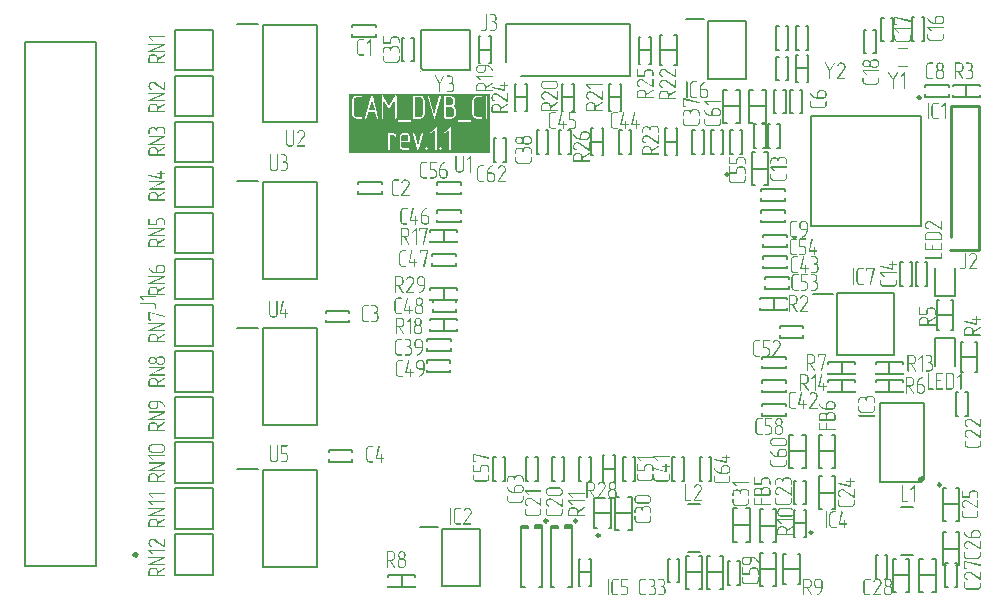
<source format=gto>
G04*
G04 #@! TF.GenerationSoftware,Altium Limited,Altium Designer,21.6.4 (81)*
G04*
G04 Layer_Color=65535*
%FSLAX44Y44*%
%MOMM*%
G71*
G04*
G04 #@! TF.SameCoordinates,6F4435E8-1246-4E1E-919F-4622FBB0EAFB*
G04*
G04*
G04 #@! TF.FilePolarity,Positive*
G04*
G01*
G75*
%ADD10C,0.2500*%
%ADD11C,0.2000*%
%ADD12C,0.3810*%
%ADD13C,0.1000*%
%ADD14C,0.1500*%
%ADD15R,0.6000X0.1500*%
%ADD16R,0.6000X0.1500*%
G36*
X895000Y319750D02*
X892000Y319000D01*
Y320500D01*
X895000Y323500D01*
X897000D01*
X895000Y319750D01*
D02*
G37*
G36*
X530000Y622500D02*
X410000D01*
Y647500D01*
X530000D01*
Y622500D01*
D02*
G37*
G36*
Y597500D02*
X410000D01*
Y622500D01*
X530000D01*
Y597500D01*
D02*
G37*
G36*
X810265Y410141D02*
X810387Y410101D01*
X810509Y410019D01*
X810529Y409999D01*
X810590Y409917D01*
X810651Y409795D01*
X810672Y409653D01*
X810651Y409531D01*
X808739Y399928D01*
X811709D01*
Y402471D01*
Y402491D01*
X811730Y402573D01*
X811770Y402695D01*
X811852Y402817D01*
X811872Y402837D01*
X811954Y402919D01*
X812076Y402980D01*
X812218Y403000D01*
X812259D01*
X812340Y402980D01*
X812442Y402939D01*
X812564Y402858D01*
X812584Y402837D01*
X812645Y402756D01*
X812706Y402634D01*
X812727Y402471D01*
Y399928D01*
X814293D01*
X814375Y399907D01*
X814476Y399867D01*
X814598Y399765D01*
X814619Y399745D01*
X814680Y399663D01*
X814741Y399541D01*
X814761Y399419D01*
Y399399D01*
X814741Y399318D01*
X814700Y399195D01*
X814619Y399073D01*
X814598Y399053D01*
X814537Y398992D01*
X814415Y398931D01*
X814252Y398911D01*
X812727D01*
Y396327D01*
Y396286D01*
X812706Y396184D01*
X812666Y396062D01*
X812584Y395940D01*
X812564Y395920D01*
X812483Y395900D01*
X812360Y395859D01*
X812218Y395838D01*
X812198D01*
X812137Y395859D01*
X812015Y395879D01*
X811852Y395940D01*
X811831Y395961D01*
X811791Y396042D01*
X811730Y396164D01*
X811709Y396327D01*
Y398911D01*
X808067D01*
X807986Y398931D01*
X807864Y398972D01*
X807742Y399053D01*
X807722Y399073D01*
X807681Y399155D01*
X807620Y399257D01*
X807600Y399399D01*
Y399521D01*
X809654Y409734D01*
Y409775D01*
X809675Y409856D01*
X809736Y409958D01*
X809817Y410039D01*
X810143Y410162D01*
X810183D01*
X810265Y410141D01*
D02*
G37*
G36*
X805158D02*
X805280Y410101D01*
X805402Y410019D01*
X805423Y409999D01*
X805484Y409917D01*
X805545Y409795D01*
X805565Y409653D01*
Y396327D01*
Y396286D01*
X805545Y396184D01*
X805504Y396062D01*
X805423Y395940D01*
X805402Y395920D01*
X805321Y395900D01*
X805199Y395859D01*
X805056Y395838D01*
X805036D01*
X804975Y395859D01*
X804853Y395879D01*
X804690Y395940D01*
X804670Y395961D01*
X804629Y396042D01*
X804568Y396164D01*
X804548Y396327D01*
Y408412D01*
X802330Y406215D01*
X802310Y406194D01*
X802228Y406133D01*
X802127Y406072D01*
X801984Y406052D01*
X801944D01*
X801862Y406072D01*
X801740Y406113D01*
X801618Y406215D01*
X801598Y406235D01*
X801557Y406316D01*
X801496Y406438D01*
X801476Y406581D01*
Y406601D01*
X801496Y406662D01*
X801537Y406764D01*
X801618Y406927D01*
X804690Y410019D01*
X804711Y410039D01*
X804792Y410101D01*
X804894Y410141D01*
X805036Y410162D01*
X805077D01*
X805158Y410141D01*
D02*
G37*
G36*
X796532D02*
X796776Y410121D01*
X797081Y410039D01*
X797407Y409938D01*
X797773Y409775D01*
X798159Y409551D01*
X798322Y409409D01*
X798505Y409246D01*
X798526D01*
X798546Y409205D01*
X798648Y409083D01*
X798790Y408900D01*
X798973Y408636D01*
X799136Y408330D01*
X799278Y407964D01*
X799380Y407537D01*
X799421Y407313D01*
Y407089D01*
Y405034D01*
Y405014D01*
Y404973D01*
Y404912D01*
X799400Y404831D01*
X799380Y404587D01*
X799299Y404302D01*
X799197Y403956D01*
X799034Y403590D01*
X798810Y403224D01*
X798668Y403041D01*
X798505Y402878D01*
X798465Y402837D01*
X798342Y402735D01*
X798159Y402593D01*
X797895Y402430D01*
X797590Y402268D01*
X797203Y402125D01*
X796796Y402023D01*
X796572Y402003D01*
X796328Y401983D01*
X796206D01*
X799339Y396591D01*
X799360Y396571D01*
X799380Y396510D01*
X799400Y396428D01*
X799421Y396327D01*
Y396286D01*
X799400Y396205D01*
X799339Y396103D01*
X799238Y395961D01*
X799217Y395940D01*
X799136Y395900D01*
X799014Y395859D01*
X798871Y395838D01*
X798790D01*
X798648Y395879D01*
X798627Y395900D01*
X798587Y395920D01*
X798526Y396001D01*
X798465Y396083D01*
X795006Y401983D01*
X793256D01*
Y396327D01*
Y396286D01*
X793236Y396184D01*
X793195Y396062D01*
X793114Y395940D01*
X793093Y395920D01*
X793012Y395900D01*
X792890Y395859D01*
X792747Y395838D01*
X792727D01*
X792666Y395859D01*
X792544Y395879D01*
X792381Y395940D01*
X792361Y395961D01*
X792320Y396042D01*
X792259Y396164D01*
X792239Y396327D01*
Y409633D01*
Y409653D01*
Y409714D01*
X792259Y409795D01*
X792300Y409897D01*
X792361Y409999D01*
X792463Y410080D01*
X792585Y410141D01*
X792747Y410162D01*
X796450D01*
X796532Y410141D01*
D02*
G37*
G36*
X901146Y426641D02*
X901369Y426621D01*
X901674Y426560D01*
X902020Y426438D01*
X902387Y426275D01*
X902753Y426072D01*
X902936Y425929D01*
X903099Y425766D01*
X903119D01*
X903139Y425726D01*
X903241Y425604D01*
X903384Y425420D01*
X903546Y425156D01*
X903709Y424851D01*
X903851Y424464D01*
X903953Y424057D01*
X903994Y423834D01*
Y423589D01*
Y422552D01*
Y422226D01*
Y422023D01*
X903913Y421819D01*
Y421799D01*
Y421779D01*
X903892Y421718D01*
X903872Y421636D01*
X903811Y421453D01*
X903709Y421229D01*
X903689Y421209D01*
X903648Y421128D01*
X903587Y421026D01*
X903506Y420883D01*
X903384Y420721D01*
X903221Y420558D01*
X903058Y420354D01*
X902855Y420171D01*
X902895Y420151D01*
X902977Y420110D01*
X903099Y420029D01*
X903261Y419907D01*
X903445Y419744D01*
X903628Y419561D01*
X903831Y419317D01*
X904014Y419052D01*
X904035Y419012D01*
X904096Y418930D01*
X904177Y418768D01*
X904258Y418564D01*
X904340Y418320D01*
X904421Y418055D01*
X904482Y417750D01*
X904503Y417445D01*
Y415390D01*
Y415370D01*
Y415329D01*
Y415268D01*
X904482Y415187D01*
X904462Y414943D01*
X904380Y414637D01*
X904279Y414292D01*
X904116Y413925D01*
X903892Y413559D01*
X903750Y413376D01*
X903587Y413213D01*
X903546Y413173D01*
X903424Y413071D01*
X903241Y412928D01*
X902977Y412786D01*
X902672Y412623D01*
X902305Y412481D01*
X901878Y412379D01*
X901654Y412359D01*
X901430Y412338D01*
X898826D01*
X898725Y412359D01*
X898602Y412399D01*
X898480Y412481D01*
X898460Y412501D01*
X898419Y412583D01*
X898379Y412705D01*
X898358Y412847D01*
Y412867D01*
X898379Y412928D01*
X898419Y413010D01*
X898480Y413152D01*
X898501Y413193D01*
X898582Y413254D01*
X898704Y413315D01*
X898867Y413356D01*
X901573D01*
X901736Y413396D01*
X901939Y413437D01*
X902163Y413498D01*
X902407Y413600D01*
X902651Y413742D01*
X902875Y413946D01*
X902895Y413966D01*
X902977Y414047D01*
X903078Y414170D01*
X903180Y414353D01*
X903302Y414556D01*
X903384Y414800D01*
X903465Y415085D01*
X903485Y415390D01*
Y417445D01*
Y417486D01*
Y417588D01*
X903465Y417750D01*
X903404Y417954D01*
X903343Y418177D01*
X903241Y418422D01*
X903099Y418666D01*
X902895Y418890D01*
X902875Y418910D01*
X902794Y418991D01*
X902672Y419093D01*
X902488Y419195D01*
X902285Y419317D01*
X902020Y419398D01*
X901736Y419480D01*
X901430Y419500D01*
X900881D01*
X900779Y419520D01*
X900657Y419561D01*
X900535Y419642D01*
X900515Y419663D01*
X900474Y419744D01*
X900434Y419866D01*
X900413Y420009D01*
Y420029D01*
X900434Y420090D01*
X900474Y420171D01*
X900535Y420314D01*
X900556Y420354D01*
X900637Y420415D01*
X900759Y420477D01*
X900922Y420517D01*
X901064D01*
X901227Y420558D01*
X901430Y420599D01*
X901654Y420660D01*
X901898Y420761D01*
X902142Y420904D01*
X902366Y421107D01*
X902387Y421128D01*
X902468Y421209D01*
X902570Y421331D01*
X902672Y421514D01*
X902794Y421718D01*
X902875Y421962D01*
X902956Y422247D01*
X902977Y422552D01*
Y423589D01*
Y423630D01*
Y423732D01*
X902936Y423895D01*
X902895Y424098D01*
X902834Y424322D01*
X902712Y424566D01*
X902570Y424810D01*
X902366Y425034D01*
X902346Y425054D01*
X902265Y425136D01*
X902142Y425237D01*
X901959Y425339D01*
X901756Y425461D01*
X901512Y425543D01*
X901227Y425624D01*
X900922Y425644D01*
X898826D01*
X898725Y425665D01*
X898602Y425705D01*
X898480Y425787D01*
X898460Y425807D01*
X898419Y425888D01*
X898379Y426011D01*
X898358Y426153D01*
Y426173D01*
X898379Y426234D01*
X898419Y426316D01*
X898480Y426458D01*
X898501Y426499D01*
X898582Y426560D01*
X898704Y426621D01*
X898867Y426662D01*
X901044D01*
X901146Y426641D01*
D02*
G37*
G36*
X895917D02*
X896039Y426600D01*
X896161Y426519D01*
X896181Y426499D01*
X896242Y426417D01*
X896303Y426295D01*
X896324Y426153D01*
Y412827D01*
Y412786D01*
X896303Y412684D01*
X896263Y412562D01*
X896181Y412440D01*
X896161Y412420D01*
X896080Y412399D01*
X895957Y412359D01*
X895815Y412338D01*
X895795D01*
X895734Y412359D01*
X895612Y412379D01*
X895449Y412440D01*
X895428Y412461D01*
X895388Y412542D01*
X895327Y412664D01*
X895306Y412827D01*
Y424912D01*
X893089Y422715D01*
X893068Y422694D01*
X892987Y422633D01*
X892885Y422572D01*
X892743Y422552D01*
X892702D01*
X892621Y422572D01*
X892499Y422613D01*
X892377Y422715D01*
X892356Y422735D01*
X892316Y422816D01*
X892255Y422938D01*
X892234Y423081D01*
Y423101D01*
X892255Y423162D01*
X892295Y423264D01*
X892377Y423427D01*
X895449Y426519D01*
X895469Y426539D01*
X895551Y426600D01*
X895652Y426641D01*
X895795Y426662D01*
X895835D01*
X895917Y426641D01*
D02*
G37*
G36*
X887290D02*
X887534Y426621D01*
X887840Y426539D01*
X888165Y426438D01*
X888531Y426275D01*
X888918Y426051D01*
X889081Y425909D01*
X889264Y425746D01*
X889284D01*
X889305Y425705D01*
X889406Y425583D01*
X889549Y425400D01*
X889732Y425136D01*
X889895Y424831D01*
X890037Y424464D01*
X890139Y424037D01*
X890179Y423813D01*
Y423589D01*
Y421535D01*
Y421514D01*
Y421474D01*
Y421413D01*
X890159Y421331D01*
X890139Y421087D01*
X890057Y420802D01*
X889956Y420456D01*
X889793Y420090D01*
X889569Y419724D01*
X889427Y419541D01*
X889264Y419378D01*
X889223Y419337D01*
X889101Y419235D01*
X888918Y419093D01*
X888653Y418930D01*
X888348Y418768D01*
X887962Y418625D01*
X887555Y418523D01*
X887331Y418503D01*
X887087Y418483D01*
X886965D01*
X890098Y413091D01*
X890118Y413071D01*
X890139Y413010D01*
X890159Y412928D01*
X890179Y412827D01*
Y412786D01*
X890159Y412705D01*
X890098Y412603D01*
X889996Y412461D01*
X889976Y412440D01*
X889895Y412399D01*
X889772Y412359D01*
X889630Y412338D01*
X889549D01*
X889406Y412379D01*
X889386Y412399D01*
X889345Y412420D01*
X889284Y412501D01*
X889223Y412583D01*
X885764Y418483D01*
X884015D01*
Y412827D01*
Y412786D01*
X883994Y412684D01*
X883954Y412562D01*
X883872Y412440D01*
X883852Y412420D01*
X883771Y412399D01*
X883649Y412359D01*
X883506Y412338D01*
X883486D01*
X883425Y412359D01*
X883303Y412379D01*
X883140Y412440D01*
X883120Y412461D01*
X883079Y412542D01*
X883018Y412664D01*
X882998Y412827D01*
Y426133D01*
Y426153D01*
Y426214D01*
X883018Y426295D01*
X883058Y426397D01*
X883120Y426499D01*
X883221Y426580D01*
X883343Y426641D01*
X883506Y426662D01*
X887209D01*
X887290Y426641D01*
D02*
G37*
G36*
X813813Y427141D02*
X813935Y427100D01*
X814057Y427019D01*
X814077Y426999D01*
X814138Y426938D01*
X814179Y426836D01*
X814199Y426694D01*
X814179Y426531D01*
X811086Y413225D01*
Y413205D01*
X811066Y413164D01*
X811005Y413083D01*
X810903Y412940D01*
X810598Y412838D01*
X810557D01*
X810476Y412859D01*
X810374Y412900D01*
X810232Y412961D01*
X810211Y412981D01*
X810150Y413062D01*
X810089Y413164D01*
X810069Y413327D01*
X810089Y413449D01*
X813039Y426144D01*
X808035D01*
Y425127D01*
Y425086D01*
X808014Y424985D01*
X807973Y424863D01*
X807892Y424740D01*
X807872Y424720D01*
X807790Y424679D01*
X807668Y424639D01*
X807526Y424618D01*
X807505D01*
X807445Y424639D01*
X807322Y424679D01*
X807160Y424740D01*
X807139Y424761D01*
X807099Y424842D01*
X807038Y424964D01*
X807017Y425127D01*
Y426633D01*
Y426653D01*
Y426714D01*
X807038Y426795D01*
X807078Y426897D01*
X807139Y426999D01*
X807241Y427080D01*
X807363Y427141D01*
X807526Y427162D01*
X813711D01*
X813813Y427141D01*
D02*
G37*
G36*
X802094D02*
X802338Y427121D01*
X802643Y427039D01*
X802969Y426938D01*
X803335Y426775D01*
X803721Y426551D01*
X803884Y426409D01*
X804067Y426246D01*
X804088D01*
X804108Y426205D01*
X804210Y426083D01*
X804352Y425900D01*
X804535Y425636D01*
X804698Y425331D01*
X804840Y424964D01*
X804942Y424537D01*
X804983Y424313D01*
Y424089D01*
Y422034D01*
Y422014D01*
Y421973D01*
Y421912D01*
X804962Y421831D01*
X804942Y421587D01*
X804861Y421302D01*
X804759Y420956D01*
X804596Y420590D01*
X804372Y420224D01*
X804230Y420041D01*
X804067Y419878D01*
X804026Y419837D01*
X803904Y419735D01*
X803721Y419593D01*
X803457Y419430D01*
X803152Y419268D01*
X802765Y419125D01*
X802358Y419023D01*
X802134Y419003D01*
X801890Y418983D01*
X801768D01*
X804901Y413591D01*
X804922Y413571D01*
X804942Y413510D01*
X804962Y413428D01*
X804983Y413327D01*
Y413286D01*
X804962Y413205D01*
X804901Y413103D01*
X804800Y412961D01*
X804779Y412940D01*
X804698Y412900D01*
X804576Y412859D01*
X804433Y412838D01*
X804352D01*
X804210Y412879D01*
X804189Y412900D01*
X804149Y412920D01*
X804088Y413001D01*
X804026Y413083D01*
X800568Y418983D01*
X798818D01*
Y413327D01*
Y413286D01*
X798798Y413184D01*
X798757Y413062D01*
X798676Y412940D01*
X798655Y412920D01*
X798574Y412900D01*
X798452Y412859D01*
X798309Y412838D01*
X798289D01*
X798228Y412859D01*
X798106Y412879D01*
X797943Y412940D01*
X797923Y412961D01*
X797882Y413042D01*
X797821Y413164D01*
X797801Y413327D01*
Y426633D01*
Y426653D01*
Y426714D01*
X797821Y426795D01*
X797862Y426897D01*
X797923Y426999D01*
X798025Y427080D01*
X798147Y427141D01*
X798309Y427162D01*
X802012D01*
X802094Y427141D01*
D02*
G37*
G36*
X895518Y407891D02*
X895620Y407830D01*
X895742Y407729D01*
X895762Y407708D01*
X895823Y407627D01*
X895864Y407505D01*
X895884Y407362D01*
Y407342D01*
Y407281D01*
X895844Y407200D01*
X895803Y407118D01*
X895782Y407098D01*
X895742Y407057D01*
X895681Y406976D01*
X895559Y406894D01*
X895355Y406833D01*
X895131Y406731D01*
X894704Y406508D01*
X894684Y406487D01*
X894643Y406467D01*
X894562Y406406D01*
X894460Y406345D01*
X894216Y406182D01*
X893931Y405958D01*
X893911Y405938D01*
X893829Y405857D01*
X893707Y405755D01*
X893544Y405592D01*
X893361Y405389D01*
X893158Y405145D01*
X892934Y404880D01*
X892710Y404555D01*
X892690Y404534D01*
X892649Y404453D01*
X892588Y404331D01*
X892486Y404148D01*
X892385Y403944D01*
X892283Y403720D01*
X892161Y403456D01*
X892059Y403171D01*
X892039Y403130D01*
X892019Y403049D01*
X891978Y402907D01*
X891937Y402724D01*
X891876Y402500D01*
X891835Y402256D01*
X891815Y402011D01*
X891795Y401767D01*
X894969D01*
X895070Y401747D01*
X895172D01*
X895314Y401727D01*
X895620Y401665D01*
X895965Y401544D01*
X896332Y401381D01*
X896698Y401177D01*
X896881Y401035D01*
X897044Y400872D01*
X897064D01*
X897085Y400831D01*
X897186Y400709D01*
X897329Y400526D01*
X897491Y400262D01*
X897654Y399957D01*
X897797Y399570D01*
X897898Y399163D01*
X897939Y398939D01*
Y398695D01*
Y396640D01*
Y396620D01*
Y396579D01*
Y396518D01*
X897919Y396437D01*
X897898Y396193D01*
X897837Y395887D01*
X897715Y395542D01*
X897552Y395175D01*
X897349Y394809D01*
X897207Y394626D01*
X897044Y394463D01*
X897003Y394423D01*
X896881Y394321D01*
X896698Y394178D01*
X896433Y394036D01*
X896128Y393873D01*
X895742Y393731D01*
X895335Y393629D01*
X895111Y393609D01*
X894867Y393588D01*
X893707D01*
X893626Y393609D01*
X893422Y393629D01*
X893138Y393690D01*
X892812Y393812D01*
X892446Y393955D01*
X892080Y394178D01*
X891897Y394300D01*
X891713Y394463D01*
Y394484D01*
X891673Y394504D01*
X891571Y394626D01*
X891408Y394809D01*
X891245Y395074D01*
X891083Y395379D01*
X890920Y395765D01*
X890818Y396172D01*
X890798Y396396D01*
X890778Y396640D01*
Y401198D01*
Y401218D01*
Y401299D01*
Y401401D01*
X890798Y401564D01*
X890818Y401747D01*
X890838Y401971D01*
X890859Y402215D01*
X890920Y402479D01*
X890961Y402764D01*
X891042Y403090D01*
X891225Y403741D01*
X891347Y404087D01*
X891510Y404432D01*
X891673Y404758D01*
X891856Y405104D01*
X891876Y405124D01*
X891917Y405185D01*
X891978Y405287D01*
X892080Y405409D01*
X892202Y405572D01*
X892344Y405755D01*
X892527Y405958D01*
X892731Y406162D01*
X892954Y406386D01*
X893199Y406609D01*
X893463Y406854D01*
X893768Y407077D01*
X894094Y407281D01*
X894440Y407484D01*
X894806Y407688D01*
X895192Y407850D01*
X895396Y407912D01*
X895437D01*
X895518Y407891D01*
D02*
G37*
G36*
X885854D02*
X886098Y407871D01*
X886403Y407789D01*
X886729Y407688D01*
X887095Y407525D01*
X887482Y407301D01*
X887644Y407159D01*
X887827Y406996D01*
X887848D01*
X887868Y406955D01*
X887970Y406833D01*
X888112Y406650D01*
X888295Y406386D01*
X888458Y406081D01*
X888600Y405714D01*
X888702Y405287D01*
X888743Y405063D01*
Y404839D01*
Y402785D01*
Y402764D01*
Y402724D01*
Y402663D01*
X888723Y402581D01*
X888702Y402337D01*
X888621Y402052D01*
X888519Y401706D01*
X888356Y401340D01*
X888133Y400974D01*
X887990Y400791D01*
X887827Y400628D01*
X887787Y400587D01*
X887665Y400485D01*
X887482Y400343D01*
X887217Y400180D01*
X886912Y400018D01*
X886525Y399875D01*
X886118Y399773D01*
X885895Y399753D01*
X885650Y399733D01*
X885528D01*
X888661Y394341D01*
X888682Y394321D01*
X888702Y394260D01*
X888723Y394178D01*
X888743Y394077D01*
Y394036D01*
X888723Y393955D01*
X888661Y393853D01*
X888560Y393711D01*
X888540Y393690D01*
X888458Y393649D01*
X888336Y393609D01*
X888194Y393588D01*
X888112D01*
X887970Y393629D01*
X887950Y393649D01*
X887909Y393670D01*
X887848Y393751D01*
X887787Y393833D01*
X884328Y399733D01*
X882578D01*
Y394077D01*
Y394036D01*
X882558Y393934D01*
X882517Y393812D01*
X882436Y393690D01*
X882415Y393670D01*
X882334Y393649D01*
X882212Y393609D01*
X882070Y393588D01*
X882049D01*
X881988Y393609D01*
X881866Y393629D01*
X881703Y393690D01*
X881683Y393711D01*
X881642Y393792D01*
X881581Y393914D01*
X881561Y394077D01*
Y407383D01*
Y407403D01*
Y407464D01*
X881581Y407545D01*
X881622Y407647D01*
X881683Y407749D01*
X881785Y407830D01*
X881907Y407891D01*
X882070Y407912D01*
X885772D01*
X885854Y407891D01*
D02*
G37*
G36*
X854830Y500141D02*
X854952Y500101D01*
X855074Y500019D01*
X855094Y499999D01*
X855155Y499938D01*
X855196Y499836D01*
X855217Y499694D01*
X855196Y499531D01*
X852104Y486225D01*
Y486205D01*
X852083Y486164D01*
X852022Y486083D01*
X851920Y485940D01*
X851615Y485838D01*
X851575D01*
X851493Y485859D01*
X851392Y485900D01*
X851249Y485961D01*
X851229Y485981D01*
X851168Y486062D01*
X851107Y486164D01*
X851086Y486327D01*
X851107Y486449D01*
X854057Y499144D01*
X849052D01*
Y498127D01*
Y498086D01*
X849032Y497985D01*
X848991Y497863D01*
X848909Y497741D01*
X848889Y497720D01*
X848808Y497679D01*
X848686Y497639D01*
X848543Y497618D01*
X848523D01*
X848462Y497639D01*
X848340Y497679D01*
X848177Y497741D01*
X848157Y497761D01*
X848116Y497842D01*
X848055Y497964D01*
X848035Y498127D01*
Y499633D01*
Y499653D01*
Y499714D01*
X848055Y499795D01*
X848096Y499897D01*
X848157Y499999D01*
X848258Y500080D01*
X848380Y500141D01*
X848543Y500162D01*
X854728D01*
X854830Y500141D01*
D02*
G37*
G36*
X845593D02*
X845695Y500101D01*
X845817Y499999D01*
X845837Y499978D01*
X845919Y499897D01*
X845980Y499775D01*
X846000Y499653D01*
Y499633D01*
X845980Y499551D01*
X845939Y499429D01*
X845858Y499307D01*
X845837Y499287D01*
X845756Y499226D01*
X845634Y499165D01*
X845471Y499144D01*
X842785D01*
X842623Y499124D01*
X842419Y499063D01*
X842195Y499002D01*
X841951Y498900D01*
X841707Y498758D01*
X841463Y498554D01*
X841443Y498534D01*
X841382Y498453D01*
X841280Y498330D01*
X841178Y498147D01*
X841056Y497944D01*
X840975Y497679D01*
X840893Y497395D01*
X840873Y497089D01*
Y488890D01*
Y488849D01*
Y488748D01*
X840914Y488585D01*
X840954Y488402D01*
X841015Y488178D01*
X841117Y487934D01*
X841260Y487690D01*
X841463Y487446D01*
X841483Y487425D01*
X841565Y487364D01*
X841707Y487263D01*
X841870Y487161D01*
X842094Y487039D01*
X842338Y486957D01*
X842623Y486876D01*
X842928Y486856D01*
X845512D01*
X845593Y486835D01*
X845695Y486795D01*
X845817Y486693D01*
X845837Y486673D01*
X845919Y486591D01*
X845980Y486469D01*
X846000Y486347D01*
Y486327D01*
X845980Y486245D01*
X845939Y486123D01*
X845858Y486001D01*
X845837Y485981D01*
X845756Y485920D01*
X845634Y485859D01*
X845471Y485838D01*
X842806D01*
X842724Y485859D01*
X842501Y485879D01*
X842216Y485961D01*
X841870Y486062D01*
X841524Y486225D01*
X841158Y486449D01*
X840975Y486571D01*
X840792Y486734D01*
Y486754D01*
X840751Y486774D01*
X840649Y486896D01*
X840486Y487080D01*
X840324Y487344D01*
X840161Y487649D01*
X839998Y488015D01*
X839896Y488443D01*
X839876Y488666D01*
X839856Y488890D01*
Y497089D01*
Y497110D01*
Y497150D01*
Y497211D01*
X839876Y497293D01*
X839896Y497517D01*
X839957Y497822D01*
X840079Y498147D01*
X840222Y498514D01*
X840446Y498880D01*
X840568Y499043D01*
X840731Y499226D01*
X840751Y499246D01*
X840771Y499266D01*
X840893Y499368D01*
X841076Y499531D01*
X841341Y499694D01*
X841666Y499856D01*
X842033Y500019D01*
X842460Y500121D01*
X842684Y500162D01*
X845512D01*
X845593Y500141D01*
D02*
G37*
G36*
X837414D02*
X837516Y500101D01*
X837638Y500019D01*
X837658Y499999D01*
X837719Y499938D01*
X837781Y499816D01*
X837801Y499653D01*
Y486327D01*
Y486286D01*
X837781Y486184D01*
X837740Y486062D01*
X837658Y485940D01*
X837638Y485920D01*
X837557Y485900D01*
X837435Y485859D01*
X837292Y485838D01*
X837272D01*
X837211Y485859D01*
X837089Y485879D01*
X836926Y485940D01*
X836906Y485961D01*
X836865Y486042D01*
X836804Y486164D01*
X836784Y486327D01*
Y499653D01*
Y499673D01*
X836804Y499755D01*
X836845Y499856D01*
X836926Y499978D01*
X836946Y499999D01*
X837028Y500080D01*
X837150Y500141D01*
X837292Y500162D01*
X837333D01*
X837414Y500141D01*
D02*
G37*
G36*
X572816Y311732D02*
X572938Y311691D01*
X573060Y311610D01*
X573080Y311590D01*
X573101Y311508D01*
X573141Y311386D01*
X573162Y311244D01*
Y311224D01*
X573141Y311162D01*
X573121Y311040D01*
X573060Y310878D01*
X573040Y310857D01*
X572958Y310817D01*
X572836Y310756D01*
X572673Y310735D01*
X560588D01*
X562785Y308518D01*
X562806Y308497D01*
X562867Y308416D01*
X562928Y308314D01*
X562948Y308172D01*
Y308131D01*
X562928Y308050D01*
X562887Y307928D01*
X562785Y307806D01*
X562765Y307785D01*
X562684Y307745D01*
X562562Y307684D01*
X562419Y307663D01*
X562399D01*
X562338Y307684D01*
X562236Y307724D01*
X562073Y307806D01*
X558981Y310878D01*
X558960Y310898D01*
X558899Y310979D01*
X558859Y311081D01*
X558838Y311224D01*
Y311264D01*
X558859Y311346D01*
X558899Y311468D01*
X558981Y311590D01*
X559001Y311610D01*
X559082Y311671D01*
X559205Y311732D01*
X559347Y311752D01*
X572673D01*
X572714D01*
X572816Y311732D01*
D02*
G37*
G36*
X562663Y305649D02*
X562826Y305629D01*
X562989Y305608D01*
X563355Y305506D01*
X563375D01*
X563437Y305486D01*
X563538Y305445D01*
X563660Y305384D01*
X563823Y305303D01*
X564006Y305222D01*
X564230Y305100D01*
X564454Y304977D01*
X572144Y299891D01*
Y305100D01*
X572165Y305181D01*
X572205Y305283D01*
X572307Y305405D01*
X572327Y305425D01*
X572409Y305486D01*
X572531Y305547D01*
X572653Y305567D01*
X572673D01*
X572755Y305547D01*
X572877Y305506D01*
X572999Y305425D01*
X573019Y305405D01*
X573080Y305344D01*
X573141Y305222D01*
X573162Y305059D01*
Y298894D01*
X573141Y298813D01*
X573101Y298711D01*
X572999Y298569D01*
X572979Y298548D01*
X572897Y298508D01*
X572775Y298447D01*
X572612Y298426D01*
X572592D01*
X572531Y298447D01*
X572449Y298467D01*
X572368Y298508D01*
X563884Y304103D01*
X563477Y304326D01*
X563111Y304469D01*
X563091D01*
X563050Y304489D01*
X562968Y304510D01*
X562887Y304550D01*
X562643Y304591D01*
X562358Y304611D01*
X562338D01*
X562318D01*
X562175Y304591D01*
X561992Y304571D01*
X561748Y304510D01*
X561483Y304408D01*
X561178Y304245D01*
X560893Y304042D01*
X560608Y303757D01*
X560588Y303736D01*
X560547Y303696D01*
X560486Y303614D01*
X560425Y303513D01*
X560344Y303391D01*
X560242Y303228D01*
X560079Y302882D01*
Y302862D01*
X560039Y302801D01*
X560018Y302699D01*
X559978Y302577D01*
X559937Y302434D01*
X559917Y302251D01*
X559876Y301885D01*
Y301763D01*
X559896Y301621D01*
X559917Y301458D01*
X559978Y301254D01*
X560039Y301031D01*
X560140Y300786D01*
X560283Y300563D01*
X560303Y300542D01*
X560364Y300461D01*
X560446Y300359D01*
X560588Y300217D01*
X560771Y300074D01*
X561015Y299911D01*
X561300Y299749D01*
X561626Y299586D01*
X561646Y299566D01*
X561707Y299545D01*
X561788Y299484D01*
X561870Y299423D01*
Y299403D01*
X561911Y299342D01*
X561931Y299240D01*
X561951Y299118D01*
Y299077D01*
X561931Y298996D01*
X561890Y298874D01*
X561829Y298752D01*
X561809Y298731D01*
X561727Y298670D01*
X561605Y298609D01*
X561463Y298589D01*
X561280Y298630D01*
X561259D01*
X561219Y298650D01*
X561158Y298670D01*
X561076Y298711D01*
X560853Y298813D01*
X560588Y298955D01*
X560283Y299138D01*
X559957Y299382D01*
X559673Y299647D01*
X559408Y299973D01*
X559388Y300013D01*
X559327Y300115D01*
X559225Y300278D01*
X559123Y300501D01*
X559021Y300786D01*
X558920Y301091D01*
X558859Y301458D01*
X558838Y301844D01*
Y301987D01*
X558859Y302089D01*
Y302211D01*
X558899Y302373D01*
X558960Y302719D01*
X559082Y303106D01*
X559266Y303553D01*
X559388Y303777D01*
X559510Y304001D01*
X559673Y304225D01*
X559856Y304449D01*
X559876Y304469D01*
X559896Y304510D01*
X559957Y304571D01*
X560039Y304632D01*
X560140Y304733D01*
X560263Y304835D01*
X560568Y305059D01*
X560934Y305283D01*
X561361Y305486D01*
X561585Y305547D01*
X561829Y305608D01*
X562094Y305649D01*
X562358Y305669D01*
X562379D01*
X562439D01*
X562541D01*
X562663Y305649D01*
D02*
G37*
G36*
X572755Y296371D02*
X572877Y296331D01*
X572999Y296249D01*
X573019Y296229D01*
X573080Y296148D01*
X573141Y296026D01*
X573162Y295863D01*
Y293197D01*
X573141Y293116D01*
X573121Y292892D01*
X573040Y292607D01*
X572938Y292262D01*
X572775Y291916D01*
X572551Y291550D01*
X572429Y291366D01*
X572266Y291183D01*
X572246D01*
X572226Y291143D01*
X572104Y291041D01*
X571921Y290878D01*
X571656Y290715D01*
X571351Y290553D01*
X570985Y290390D01*
X570557Y290288D01*
X570334Y290268D01*
X570110Y290247D01*
X561911D01*
X561890D01*
X561850D01*
X561788D01*
X561707Y290268D01*
X561483Y290288D01*
X561178Y290349D01*
X560853Y290471D01*
X560486Y290614D01*
X560120Y290837D01*
X559957Y290959D01*
X559774Y291122D01*
X559754Y291143D01*
X559734Y291163D01*
X559632Y291285D01*
X559469Y291468D01*
X559306Y291733D01*
X559144Y292058D01*
X558981Y292424D01*
X558879Y292852D01*
X558838Y293076D01*
Y295903D01*
X558859Y295985D01*
X558899Y296087D01*
X559001Y296209D01*
X559021Y296229D01*
X559103Y296310D01*
X559225Y296371D01*
X559347Y296392D01*
X559367D01*
X559449Y296371D01*
X559571Y296331D01*
X559693Y296249D01*
X559713Y296229D01*
X559774Y296148D01*
X559835Y296026D01*
X559856Y295863D01*
Y293177D01*
X559876Y293014D01*
X559937Y292811D01*
X559998Y292587D01*
X560100Y292343D01*
X560242Y292099D01*
X560446Y291855D01*
X560466Y291834D01*
X560547Y291773D01*
X560670Y291672D01*
X560853Y291570D01*
X561056Y291448D01*
X561320Y291366D01*
X561605Y291285D01*
X561911Y291265D01*
X570110D01*
X570150D01*
X570252D01*
X570415Y291305D01*
X570598Y291346D01*
X570822Y291407D01*
X571066Y291509D01*
X571310Y291651D01*
X571554Y291855D01*
X571575Y291875D01*
X571636Y291957D01*
X571737Y292099D01*
X571839Y292262D01*
X571961Y292485D01*
X572043Y292730D01*
X572124Y293014D01*
X572144Y293320D01*
Y295903D01*
X572165Y295985D01*
X572205Y296087D01*
X572307Y296209D01*
X572327Y296229D01*
X572409Y296310D01*
X572531Y296371D01*
X572653Y296392D01*
X572673D01*
X572755Y296371D01*
D02*
G37*
G36*
X588313Y314268D02*
X588557Y314248D01*
X588842Y314167D01*
X589188Y314065D01*
X589534Y313902D01*
X589900Y313678D01*
X590083Y313536D01*
X590266Y313373D01*
X590307Y313332D01*
X590409Y313210D01*
X590551Y313027D01*
X590714Y312763D01*
X590877Y312458D01*
X591019Y312071D01*
X591121Y311664D01*
X591141Y311440D01*
X591162Y311196D01*
Y310057D01*
X591141Y309975D01*
X591121Y309752D01*
X591060Y309467D01*
X590938Y309141D01*
X590795Y308775D01*
X590572Y308409D01*
X590449Y308226D01*
X590287Y308043D01*
X590266D01*
X590246Y308002D01*
X590124Y307900D01*
X589941Y307737D01*
X589676Y307575D01*
X589371Y307412D01*
X588985Y307249D01*
X588578Y307147D01*
X588354Y307127D01*
X588110Y307107D01*
X579911D01*
X579890D01*
X579850D01*
X579789D01*
X579707Y307127D01*
X579483Y307147D01*
X579178Y307208D01*
X578853Y307330D01*
X578486Y307473D01*
X578120Y307697D01*
X577957Y307819D01*
X577774Y307982D01*
X577754Y308002D01*
X577734Y308022D01*
X577632Y308144D01*
X577469Y308327D01*
X577306Y308592D01*
X577144Y308917D01*
X576981Y309284D01*
X576879Y309711D01*
X576838Y309935D01*
Y311318D01*
X576859Y311400D01*
X576879Y311644D01*
X576940Y311949D01*
X577062Y312274D01*
X577225Y312641D01*
X577428Y313027D01*
X577571Y313190D01*
X577734Y313373D01*
Y313393D01*
X577774Y313414D01*
X577896Y313515D01*
X578079Y313658D01*
X578344Y313841D01*
X578649Y314004D01*
X579036Y314146D01*
X579443Y314248D01*
X579666Y314289D01*
X579911D01*
X588110D01*
X588130D01*
X588171D01*
X588232D01*
X588313Y314268D01*
D02*
G37*
G36*
X580663Y305113D02*
X580826Y305093D01*
X580989Y305072D01*
X581355Y304970D01*
X581375D01*
X581437Y304950D01*
X581538Y304909D01*
X581660Y304848D01*
X581823Y304767D01*
X582006Y304686D01*
X582230Y304564D01*
X582454Y304442D01*
X590144Y299355D01*
Y304564D01*
X590165Y304645D01*
X590205Y304747D01*
X590307Y304869D01*
X590327Y304889D01*
X590409Y304950D01*
X590531Y305011D01*
X590653Y305032D01*
X590673D01*
X590755Y305011D01*
X590877Y304970D01*
X590999Y304889D01*
X591019Y304869D01*
X591080Y304808D01*
X591141Y304686D01*
X591162Y304523D01*
Y298358D01*
X591141Y298277D01*
X591101Y298175D01*
X590999Y298033D01*
X590979Y298012D01*
X590897Y297972D01*
X590775Y297911D01*
X590612Y297890D01*
X590592D01*
X590531Y297911D01*
X590449Y297931D01*
X590368Y297972D01*
X581884Y303567D01*
X581477Y303790D01*
X581111Y303933D01*
X581091D01*
X581050Y303953D01*
X580969Y303974D01*
X580887Y304014D01*
X580643Y304055D01*
X580358Y304075D01*
X580338D01*
X580317D01*
X580175Y304055D01*
X579992Y304035D01*
X579748Y303974D01*
X579483Y303872D01*
X579178Y303709D01*
X578893Y303506D01*
X578609Y303221D01*
X578588Y303200D01*
X578547Y303160D01*
X578486Y303078D01*
X578425Y302977D01*
X578344Y302854D01*
X578242Y302692D01*
X578079Y302346D01*
Y302325D01*
X578039Y302264D01*
X578018Y302163D01*
X577978Y302041D01*
X577937Y301898D01*
X577917Y301715D01*
X577876Y301349D01*
Y301227D01*
X577896Y301084D01*
X577917Y300922D01*
X577978Y300718D01*
X578039Y300494D01*
X578140Y300250D01*
X578283Y300026D01*
X578303Y300006D01*
X578364Y299925D01*
X578446Y299823D01*
X578588Y299681D01*
X578771Y299538D01*
X579015Y299375D01*
X579300Y299213D01*
X579626Y299050D01*
X579646Y299030D01*
X579707Y299009D01*
X579789Y298948D01*
X579870Y298887D01*
Y298867D01*
X579911Y298806D01*
X579931Y298704D01*
X579951Y298582D01*
Y298541D01*
X579931Y298460D01*
X579890Y298338D01*
X579829Y298216D01*
X579809Y298195D01*
X579728Y298134D01*
X579605Y298073D01*
X579463Y298053D01*
X579280Y298094D01*
X579259D01*
X579219Y298114D01*
X579158Y298134D01*
X579076Y298175D01*
X578853Y298277D01*
X578588Y298419D01*
X578283Y298602D01*
X577957Y298846D01*
X577673Y299111D01*
X577408Y299436D01*
X577388Y299477D01*
X577327Y299579D01*
X577225Y299742D01*
X577123Y299965D01*
X577021Y300250D01*
X576920Y300555D01*
X576859Y300922D01*
X576838Y301308D01*
Y301451D01*
X576859Y301552D01*
Y301674D01*
X576899Y301837D01*
X576960Y302183D01*
X577083Y302570D01*
X577266Y303017D01*
X577388Y303241D01*
X577510Y303465D01*
X577673Y303689D01*
X577856Y303913D01*
X577876Y303933D01*
X577896Y303974D01*
X577957Y304035D01*
X578039Y304096D01*
X578140Y304197D01*
X578263Y304299D01*
X578568Y304523D01*
X578934Y304747D01*
X579361Y304950D01*
X579585Y305011D01*
X579829Y305072D01*
X580094Y305113D01*
X580358Y305133D01*
X580378D01*
X580440D01*
X580541D01*
X580663Y305113D01*
D02*
G37*
G36*
X590755Y295835D02*
X590877Y295795D01*
X590999Y295713D01*
X591019Y295693D01*
X591080Y295611D01*
X591141Y295490D01*
X591162Y295327D01*
Y292661D01*
X591141Y292580D01*
X591121Y292356D01*
X591040Y292071D01*
X590938Y291726D01*
X590775Y291380D01*
X590551Y291014D01*
X590429Y290830D01*
X590266Y290647D01*
X590246D01*
X590226Y290607D01*
X590104Y290505D01*
X589921Y290342D01*
X589656Y290179D01*
X589351Y290017D01*
X588985Y289854D01*
X588557Y289752D01*
X588334Y289732D01*
X588110Y289711D01*
X579911D01*
X579890D01*
X579850D01*
X579789D01*
X579707Y289732D01*
X579483Y289752D01*
X579178Y289813D01*
X578853Y289935D01*
X578486Y290078D01*
X578120Y290301D01*
X577957Y290424D01*
X577774Y290586D01*
X577754Y290607D01*
X577734Y290627D01*
X577632Y290749D01*
X577469Y290932D01*
X577306Y291197D01*
X577144Y291522D01*
X576981Y291888D01*
X576879Y292316D01*
X576838Y292539D01*
Y295367D01*
X576859Y295449D01*
X576899Y295550D01*
X577001Y295673D01*
X577021Y295693D01*
X577103Y295774D01*
X577225Y295835D01*
X577347Y295856D01*
X577367D01*
X577449Y295835D01*
X577571Y295795D01*
X577693Y295713D01*
X577713Y295693D01*
X577774Y295611D01*
X577835Y295490D01*
X577856Y295327D01*
Y292641D01*
X577876Y292478D01*
X577937Y292275D01*
X577998Y292051D01*
X578100Y291807D01*
X578242Y291563D01*
X578446Y291319D01*
X578466Y291298D01*
X578547Y291237D01*
X578670Y291136D01*
X578853Y291034D01*
X579056Y290912D01*
X579321Y290830D01*
X579605Y290749D01*
X579911Y290729D01*
X588110D01*
X588150D01*
X588252D01*
X588415Y290769D01*
X588598Y290810D01*
X588822Y290871D01*
X589066Y290973D01*
X589310Y291115D01*
X589554Y291319D01*
X589575Y291339D01*
X589636Y291420D01*
X589737Y291563D01*
X589839Y291726D01*
X589961Y291949D01*
X590043Y292194D01*
X590124Y292478D01*
X590144Y292784D01*
Y295367D01*
X590165Y295449D01*
X590205Y295550D01*
X590307Y295673D01*
X590327Y295693D01*
X590409Y295774D01*
X590531Y295835D01*
X590653Y295856D01*
X590673D01*
X590755Y295835D01*
D02*
G37*
G36*
X468863Y458141D02*
X469108Y458121D01*
X469413Y458060D01*
X469759Y457938D01*
X470125Y457775D01*
X470491Y457572D01*
X470674Y457429D01*
X470857Y457266D01*
X470878Y457246D01*
X470939Y457185D01*
X471020Y457104D01*
X471101Y456982D01*
X471224Y456839D01*
X471325Y456676D01*
X471427Y456473D01*
X471529Y456269D01*
X471692Y455741D01*
X471753Y455415D01*
Y455089D01*
Y454052D01*
Y454011D01*
Y453930D01*
X471732Y453787D01*
X471712Y453604D01*
X471692Y453401D01*
X471631Y453177D01*
X471569Y452933D01*
X471468Y452709D01*
X471447Y452689D01*
X471407Y452607D01*
X471346Y452506D01*
X471264Y452363D01*
X471142Y452200D01*
X470979Y452038D01*
X470817Y451855D01*
X470613Y451671D01*
X470654Y451651D01*
X470735Y451610D01*
X470857Y451529D01*
X471020Y451407D01*
X471203Y451244D01*
X471386Y451061D01*
X471590Y450817D01*
X471773Y450552D01*
X471793Y450512D01*
X471854Y450430D01*
X471936Y450268D01*
X472017Y450064D01*
X472098Y449820D01*
X472180Y449556D01*
X472241Y449250D01*
X472261Y448945D01*
Y446890D01*
Y446870D01*
Y446829D01*
Y446768D01*
X472241Y446687D01*
X472220Y446443D01*
X472160Y446158D01*
X472037Y445812D01*
X471875Y445446D01*
X471671Y445079D01*
X471529Y444896D01*
X471366Y444734D01*
X471325Y444693D01*
X471203Y444591D01*
X471020Y444449D01*
X470756Y444286D01*
X470450Y444123D01*
X470064Y443981D01*
X469657Y443879D01*
X469433Y443859D01*
X469189Y443838D01*
X468029D01*
X467948Y443859D01*
X467744Y443879D01*
X467460Y443940D01*
X467134Y444062D01*
X466768Y444205D01*
X466402Y444428D01*
X466219Y444551D01*
X466035Y444713D01*
Y444734D01*
X465995Y444754D01*
X465893Y444876D01*
X465730Y445059D01*
X465568Y445324D01*
X465405Y445629D01*
X465242Y446015D01*
X465140Y446422D01*
X465120Y446646D01*
X465100Y446890D01*
Y448945D01*
Y448986D01*
Y449087D01*
X465120Y449230D01*
X465161Y449433D01*
X465201Y449657D01*
X465283Y449922D01*
X465384Y450186D01*
X465527Y450451D01*
X465547Y450491D01*
X465608Y450573D01*
X465710Y450695D01*
X465832Y450878D01*
X466015Y451061D01*
X466219Y451264D01*
X466463Y451468D01*
X466748Y451671D01*
X466727Y451692D01*
X466666Y451753D01*
X466564Y451834D01*
X466442Y451956D01*
X466320Y452119D01*
X466178Y452282D01*
X466035Y452485D01*
X465913Y452709D01*
X465893Y452729D01*
X465873Y452811D01*
X465812Y452933D01*
X465771Y453116D01*
X465710Y453299D01*
X465649Y453543D01*
X465629Y453787D01*
X465608Y454052D01*
Y455110D01*
Y455130D01*
Y455171D01*
Y455232D01*
X465629Y455313D01*
X465649Y455537D01*
X465710Y455822D01*
X465832Y456147D01*
X465975Y456514D01*
X466198Y456900D01*
X466320Y457083D01*
X466483Y457266D01*
X466503Y457287D01*
X466564Y457348D01*
X466646Y457429D01*
X466768Y457510D01*
X466931Y457633D01*
X467094Y457734D01*
X467277Y457836D01*
X467480Y457938D01*
X468009Y458101D01*
X468335Y458162D01*
X468782D01*
X468863Y458141D01*
D02*
G37*
G36*
X462658D02*
X462780Y458101D01*
X462902Y458019D01*
X462923Y457999D01*
X462984Y457917D01*
X463045Y457795D01*
X463065Y457653D01*
Y444327D01*
Y444286D01*
X463045Y444184D01*
X463004Y444062D01*
X462923Y443940D01*
X462902Y443920D01*
X462821Y443899D01*
X462699Y443859D01*
X462556Y443838D01*
X462536D01*
X462475Y443859D01*
X462353Y443879D01*
X462190Y443940D01*
X462170Y443960D01*
X462129Y444042D01*
X462068Y444164D01*
X462048Y444327D01*
Y456412D01*
X459830Y454215D01*
X459810Y454194D01*
X459728Y454133D01*
X459627Y454072D01*
X459484Y454052D01*
X459444D01*
X459362Y454072D01*
X459240Y454113D01*
X459118Y454215D01*
X459098Y454235D01*
X459057Y454316D01*
X458996Y454438D01*
X458976Y454581D01*
Y454601D01*
X458996Y454662D01*
X459037Y454764D01*
X459118Y454927D01*
X462190Y458019D01*
X462211Y458040D01*
X462292Y458101D01*
X462394Y458141D01*
X462536Y458162D01*
X462577D01*
X462658Y458141D01*
D02*
G37*
G36*
X454032D02*
X454276Y458121D01*
X454581Y458040D01*
X454907Y457938D01*
X455273Y457775D01*
X455659Y457551D01*
X455822Y457409D01*
X456005Y457246D01*
X456026D01*
X456046Y457205D01*
X456148Y457083D01*
X456290Y456900D01*
X456473Y456636D01*
X456636Y456330D01*
X456778Y455964D01*
X456880Y455537D01*
X456921Y455313D01*
Y455089D01*
Y453035D01*
Y453014D01*
Y452974D01*
Y452912D01*
X456900Y452831D01*
X456880Y452587D01*
X456799Y452302D01*
X456697Y451956D01*
X456534Y451590D01*
X456310Y451224D01*
X456168Y451041D01*
X456005Y450878D01*
X455965Y450837D01*
X455842Y450736D01*
X455659Y450593D01*
X455395Y450430D01*
X455090Y450268D01*
X454703Y450125D01*
X454296Y450023D01*
X454072Y450003D01*
X453828Y449983D01*
X453706D01*
X456839Y444591D01*
X456860Y444571D01*
X456880Y444510D01*
X456900Y444428D01*
X456921Y444327D01*
Y444286D01*
X456900Y444205D01*
X456839Y444103D01*
X456738Y443960D01*
X456717Y443940D01*
X456636Y443899D01*
X456514Y443859D01*
X456371Y443838D01*
X456290D01*
X456148Y443879D01*
X456127Y443899D01*
X456087Y443920D01*
X456026Y444001D01*
X455965Y444083D01*
X452506Y449983D01*
X450756D01*
Y444327D01*
Y444286D01*
X450736Y444184D01*
X450695Y444062D01*
X450614Y443940D01*
X450593Y443920D01*
X450512Y443899D01*
X450390Y443859D01*
X450247Y443838D01*
X450227D01*
X450166Y443859D01*
X450044Y443879D01*
X449881Y443940D01*
X449861Y443960D01*
X449820Y444042D01*
X449759Y444164D01*
X449739Y444327D01*
Y457633D01*
Y457653D01*
Y457714D01*
X449759Y457795D01*
X449800Y457897D01*
X449861Y457999D01*
X449963Y458080D01*
X450085Y458141D01*
X450247Y458162D01*
X453950D01*
X454032Y458141D01*
D02*
G37*
G36*
X476385Y534141D02*
X476507Y534101D01*
X476629Y534019D01*
X476649Y533999D01*
X476710Y533938D01*
X476751Y533836D01*
X476771Y533694D01*
X476751Y533531D01*
X473658Y520225D01*
Y520205D01*
X473638Y520164D01*
X473577Y520083D01*
X473475Y519940D01*
X473170Y519838D01*
X473130D01*
X473048Y519859D01*
X472946Y519899D01*
X472804Y519961D01*
X472784Y519981D01*
X472723Y520062D01*
X472662Y520164D01*
X472641Y520327D01*
X472662Y520449D01*
X475612Y533144D01*
X470607D01*
Y532127D01*
Y532086D01*
X470586Y531985D01*
X470546Y531863D01*
X470464Y531740D01*
X470444Y531720D01*
X470363Y531679D01*
X470241Y531639D01*
X470098Y531618D01*
X470078D01*
X470017Y531639D01*
X469895Y531679D01*
X469732Y531740D01*
X469711Y531761D01*
X469671Y531842D01*
X469610Y531964D01*
X469589Y532127D01*
Y533633D01*
Y533653D01*
Y533714D01*
X469610Y533795D01*
X469650Y533897D01*
X469711Y533999D01*
X469813Y534080D01*
X469935Y534141D01*
X470098Y534162D01*
X476283D01*
X476385Y534141D01*
D02*
G37*
G36*
X467148D02*
X467270Y534101D01*
X467392Y534019D01*
X467412Y533999D01*
X467473Y533917D01*
X467534Y533795D01*
X467555Y533653D01*
Y520327D01*
Y520286D01*
X467534Y520184D01*
X467494Y520062D01*
X467412Y519940D01*
X467392Y519920D01*
X467311Y519899D01*
X467189Y519859D01*
X467046Y519838D01*
X467026D01*
X466965Y519859D01*
X466843Y519879D01*
X466680Y519940D01*
X466660Y519961D01*
X466619Y520042D01*
X466558Y520164D01*
X466538Y520327D01*
Y532412D01*
X464320Y530215D01*
X464300Y530194D01*
X464218Y530133D01*
X464117Y530072D01*
X463974Y530052D01*
X463933D01*
X463852Y530072D01*
X463730Y530113D01*
X463608Y530215D01*
X463587Y530235D01*
X463547Y530316D01*
X463486Y530438D01*
X463465Y530581D01*
Y530601D01*
X463486Y530662D01*
X463526Y530764D01*
X463608Y530927D01*
X466680Y534019D01*
X466700Y534039D01*
X466782Y534101D01*
X466884Y534141D01*
X467026Y534162D01*
X467067D01*
X467148Y534141D01*
D02*
G37*
G36*
X458521D02*
X458766Y534121D01*
X459071Y534039D01*
X459396Y533938D01*
X459763Y533775D01*
X460149Y533551D01*
X460312Y533409D01*
X460495Y533246D01*
X460515D01*
X460536Y533205D01*
X460637Y533083D01*
X460780Y532900D01*
X460963Y532636D01*
X461126Y532331D01*
X461268Y531964D01*
X461370Y531537D01*
X461411Y531313D01*
Y531089D01*
Y529035D01*
Y529014D01*
Y528974D01*
Y528913D01*
X461390Y528831D01*
X461370Y528587D01*
X461288Y528302D01*
X461187Y527956D01*
X461024Y527590D01*
X460800Y527224D01*
X460658Y527041D01*
X460495Y526878D01*
X460454Y526837D01*
X460332Y526735D01*
X460149Y526593D01*
X459885Y526430D01*
X459580Y526268D01*
X459193Y526125D01*
X458786Y526023D01*
X458562Y526003D01*
X458318Y525983D01*
X458196D01*
X461329Y520591D01*
X461349Y520571D01*
X461370Y520510D01*
X461390Y520428D01*
X461411Y520327D01*
Y520286D01*
X461390Y520205D01*
X461329Y520103D01*
X461227Y519961D01*
X461207Y519940D01*
X461126Y519899D01*
X461004Y519859D01*
X460861Y519838D01*
X460780D01*
X460637Y519879D01*
X460617Y519899D01*
X460576Y519920D01*
X460515Y520001D01*
X460454Y520083D01*
X456996Y525983D01*
X455246D01*
Y520327D01*
Y520286D01*
X455226Y520184D01*
X455185Y520062D01*
X455103Y519940D01*
X455083Y519920D01*
X455002Y519899D01*
X454880Y519859D01*
X454737Y519838D01*
X454717D01*
X454656Y519859D01*
X454534Y519879D01*
X454371Y519940D01*
X454351Y519961D01*
X454310Y520042D01*
X454249Y520164D01*
X454229Y520327D01*
Y533633D01*
Y533653D01*
Y533714D01*
X454249Y533795D01*
X454290Y533897D01*
X454351Y533999D01*
X454452Y534080D01*
X454575Y534141D01*
X454737Y534162D01*
X458440D01*
X458521Y534141D01*
D02*
G37*
G36*
X611313Y615777D02*
X611557Y615757D01*
X611863Y615695D01*
X612208Y615573D01*
X612575Y615411D01*
X612941Y615207D01*
X613124Y615065D01*
X613287Y614902D01*
X613327Y614861D01*
X613429Y614739D01*
X613572Y614556D01*
X613714Y614292D01*
X613877Y613987D01*
X614019Y613600D01*
X614121Y613193D01*
X614141Y612969D01*
X614162Y612725D01*
Y611565D01*
X614141Y611484D01*
X614121Y611281D01*
X614060Y610996D01*
X613938Y610670D01*
X613795Y610304D01*
X613572Y609938D01*
X613450Y609755D01*
X613287Y609572D01*
X613266D01*
X613246Y609531D01*
X613124Y609429D01*
X612941Y609266D01*
X612676Y609104D01*
X612371Y608941D01*
X611985Y608778D01*
X611578Y608676D01*
X611354Y608656D01*
X611110Y608636D01*
X606552D01*
X606532D01*
X606451D01*
X606349D01*
X606186Y608656D01*
X606003Y608676D01*
X605779Y608697D01*
X605535Y608717D01*
X605271Y608778D01*
X604986Y608819D01*
X604660Y608900D01*
X604009Y609083D01*
X603663Y609205D01*
X603317Y609368D01*
X602992Y609531D01*
X602646Y609714D01*
X602626Y609734D01*
X602565Y609775D01*
X602463Y609836D01*
X602341Y609938D01*
X602178Y610060D01*
X601995Y610202D01*
X601792Y610385D01*
X601588Y610589D01*
X601364Y610813D01*
X601141Y611057D01*
X600896Y611321D01*
X600673Y611626D01*
X600469Y611952D01*
X600266Y612298D01*
X600062Y612664D01*
X599899Y613051D01*
X599838Y613254D01*
Y613295D01*
X599859Y613376D01*
X599920Y613478D01*
X600022Y613600D01*
X600042Y613620D01*
X600123Y613681D01*
X600245Y613722D01*
X600388Y613742D01*
X600408D01*
X600469D01*
X600550Y613702D01*
X600632Y613661D01*
X600652Y613641D01*
X600693Y613600D01*
X600774Y613539D01*
X600856Y613417D01*
X600917Y613213D01*
X601018Y612990D01*
X601242Y612562D01*
X601263Y612542D01*
X601283Y612501D01*
X601344Y612420D01*
X601405Y612318D01*
X601568Y612074D01*
X601792Y611789D01*
X601812Y611769D01*
X601893Y611688D01*
X601995Y611565D01*
X602158Y611403D01*
X602361Y611219D01*
X602605Y611016D01*
X602870Y610792D01*
X603195Y610569D01*
X603216Y610548D01*
X603297Y610507D01*
X603419Y610446D01*
X603602Y610345D01*
X603806Y610243D01*
X604030Y610141D01*
X604294Y610019D01*
X604579Y609917D01*
X604620Y609897D01*
X604701Y609877D01*
X604843Y609836D01*
X605027Y609795D01*
X605250Y609734D01*
X605494Y609694D01*
X605739Y609673D01*
X605983Y609653D01*
Y612827D01*
X606003Y612929D01*
Y613030D01*
X606023Y613173D01*
X606085Y613478D01*
X606207Y613824D01*
X606369Y614190D01*
X606573Y614556D01*
X606715Y614739D01*
X606878Y614902D01*
Y614922D01*
X606919Y614943D01*
X607041Y615045D01*
X607224Y615187D01*
X607488Y615350D01*
X607794Y615512D01*
X608180Y615655D01*
X608587Y615757D01*
X608811Y615797D01*
X609055D01*
X611110D01*
X611130D01*
X611171D01*
X611232D01*
X611313Y615777D01*
D02*
G37*
G36*
X603663Y606642D02*
X603826Y606622D01*
X603989Y606601D01*
X604355Y606499D01*
X604375D01*
X604436Y606479D01*
X604538Y606438D01*
X604660Y606377D01*
X604823Y606296D01*
X605006Y606215D01*
X605230Y606092D01*
X605454Y605970D01*
X613144Y600884D01*
Y606092D01*
X613165Y606174D01*
X613205Y606276D01*
X613307Y606398D01*
X613327Y606418D01*
X613409Y606479D01*
X613531Y606540D01*
X613653Y606560D01*
X613673D01*
X613755Y606540D01*
X613877Y606499D01*
X613999Y606418D01*
X614019Y606398D01*
X614080Y606337D01*
X614141Y606215D01*
X614162Y606052D01*
Y599887D01*
X614141Y599806D01*
X614100Y599704D01*
X613999Y599562D01*
X613979Y599541D01*
X613897Y599501D01*
X613775Y599440D01*
X613612Y599419D01*
X613592D01*
X613531Y599440D01*
X613450Y599460D01*
X613368Y599501D01*
X604884Y605096D01*
X604477Y605319D01*
X604111Y605462D01*
X604091D01*
X604050Y605482D01*
X603969Y605503D01*
X603887Y605543D01*
X603643Y605584D01*
X603358Y605604D01*
X603338D01*
X603317D01*
X603175Y605584D01*
X602992Y605564D01*
X602748Y605503D01*
X602483Y605401D01*
X602178Y605238D01*
X601893Y605034D01*
X601609Y604750D01*
X601588Y604729D01*
X601547Y604689D01*
X601486Y604607D01*
X601425Y604506D01*
X601344Y604384D01*
X601242Y604221D01*
X601079Y603875D01*
Y603854D01*
X601039Y603793D01*
X601018Y603692D01*
X600978Y603570D01*
X600937Y603427D01*
X600917Y603244D01*
X600876Y602878D01*
Y602756D01*
X600896Y602613D01*
X600917Y602451D01*
X600978Y602247D01*
X601039Y602023D01*
X601141Y601779D01*
X601283Y601555D01*
X601303Y601535D01*
X601364Y601454D01*
X601446Y601352D01*
X601588Y601210D01*
X601771Y601067D01*
X602015Y600904D01*
X602300Y600742D01*
X602626Y600579D01*
X602646Y600559D01*
X602707Y600538D01*
X602789Y600477D01*
X602870Y600416D01*
Y600396D01*
X602911Y600335D01*
X602931Y600233D01*
X602951Y600111D01*
Y600070D01*
X602931Y599989D01*
X602890Y599867D01*
X602829Y599745D01*
X602809Y599724D01*
X602728Y599663D01*
X602605Y599602D01*
X602463Y599582D01*
X602280Y599623D01*
X602259D01*
X602219Y599643D01*
X602158Y599663D01*
X602076Y599704D01*
X601853Y599806D01*
X601588Y599948D01*
X601283Y600131D01*
X600957Y600375D01*
X600673Y600640D01*
X600408Y600965D01*
X600388Y601006D01*
X600327Y601108D01*
X600225Y601271D01*
X600123Y601494D01*
X600022Y601779D01*
X599920Y602084D01*
X599859Y602451D01*
X599838Y602837D01*
Y602980D01*
X599859Y603081D01*
Y603203D01*
X599899Y603366D01*
X599961Y603712D01*
X600083Y604099D01*
X600266Y604546D01*
X600388Y604770D01*
X600510Y604994D01*
X600673Y605218D01*
X600856Y605441D01*
X600876Y605462D01*
X600896Y605503D01*
X600957Y605564D01*
X601039Y605625D01*
X601141Y605726D01*
X601263Y605828D01*
X601568Y606052D01*
X601934Y606276D01*
X602361Y606479D01*
X602585Y606540D01*
X602829Y606601D01*
X603094Y606642D01*
X603358Y606662D01*
X603378D01*
X603440D01*
X603541D01*
X603663Y606642D01*
D02*
G37*
G36*
X613795Y597364D02*
X613897Y597303D01*
X614039Y597201D01*
X614060Y597181D01*
X614100Y597100D01*
X614141Y596978D01*
X614162Y596835D01*
Y596754D01*
X614121Y596612D01*
X614100Y596591D01*
X614080Y596550D01*
X613999Y596489D01*
X613917Y596428D01*
X608017Y592970D01*
Y591220D01*
X613673D01*
X613714D01*
X613816Y591200D01*
X613938Y591159D01*
X614060Y591078D01*
X614080Y591057D01*
X614100Y590976D01*
X614141Y590854D01*
X614162Y590711D01*
Y590691D01*
X614141Y590630D01*
X614121Y590508D01*
X614060Y590345D01*
X614039Y590325D01*
X613958Y590284D01*
X613836Y590223D01*
X613673Y590203D01*
X600367D01*
X600347D01*
X600286D01*
X600205Y590223D01*
X600103Y590264D01*
X600001Y590325D01*
X599920Y590426D01*
X599859Y590549D01*
X599838Y590711D01*
Y594414D01*
X599859Y594496D01*
X599879Y594740D01*
X599961Y595045D01*
X600062Y595370D01*
X600225Y595737D01*
X600449Y596123D01*
X600591Y596286D01*
X600754Y596469D01*
Y596489D01*
X600795Y596510D01*
X600917Y596612D01*
X601100Y596754D01*
X601364Y596937D01*
X601670Y597100D01*
X602036Y597242D01*
X602463Y597344D01*
X602687Y597385D01*
X602911D01*
X604966D01*
X604986D01*
X605027D01*
X605088D01*
X605169Y597364D01*
X605413Y597344D01*
X605698Y597263D01*
X606044Y597161D01*
X606410Y596998D01*
X606776Y596774D01*
X606959Y596632D01*
X607122Y596469D01*
X607163Y596428D01*
X607265Y596306D01*
X607407Y596123D01*
X607570Y595859D01*
X607732Y595554D01*
X607875Y595167D01*
X607977Y594760D01*
X607997Y594536D01*
X608017Y594292D01*
Y594170D01*
X613409Y597303D01*
X613429Y597324D01*
X613490Y597344D01*
X613572Y597364D01*
X613673Y597385D01*
X613714D01*
X613795Y597364D01*
D02*
G37*
G36*
X541683Y657277D02*
X541805Y657236D01*
X541927Y657155D01*
X541947Y657134D01*
X542008Y657074D01*
X542069Y656951D01*
X542089Y656789D01*
Y655263D01*
X544673D01*
X544714D01*
X544816Y655242D01*
X544938Y655202D01*
X545060Y655120D01*
X545080Y655100D01*
X545101Y655019D01*
X545141Y654896D01*
X545162Y654754D01*
Y654734D01*
X545141Y654673D01*
X545121Y654551D01*
X545060Y654388D01*
X545039Y654368D01*
X544958Y654327D01*
X544836Y654266D01*
X544673Y654246D01*
X542089D01*
Y650604D01*
X542069Y650522D01*
X542028Y650400D01*
X541947Y650278D01*
X541927Y650258D01*
X541845Y650217D01*
X541744Y650156D01*
X541601Y650136D01*
X541479D01*
X531266Y652191D01*
X531225D01*
X531144Y652211D01*
X531042Y652272D01*
X530961Y652353D01*
X530838Y652679D01*
Y652719D01*
X530859Y652801D01*
X530899Y652923D01*
X530981Y653045D01*
X531001Y653065D01*
X531082Y653127D01*
X531205Y653187D01*
X531347Y653208D01*
X531469Y653187D01*
X541072Y651275D01*
Y654246D01*
X538529D01*
X538509D01*
X538427Y654266D01*
X538305Y654306D01*
X538183Y654388D01*
X538163Y654408D01*
X538081Y654490D01*
X538020Y654612D01*
X538000Y654754D01*
Y654795D01*
X538020Y654876D01*
X538061Y654978D01*
X538142Y655100D01*
X538163Y655120D01*
X538244Y655181D01*
X538366Y655242D01*
X538529Y655263D01*
X541072D01*
Y656829D01*
X541092Y656911D01*
X541133Y657012D01*
X541235Y657134D01*
X541255Y657155D01*
X541337Y657216D01*
X541459Y657277D01*
X541581Y657297D01*
X541601D01*
X541683Y657277D01*
D02*
G37*
G36*
X534663Y648142D02*
X534826Y648121D01*
X534989Y648101D01*
X535355Y647999D01*
X535375D01*
X535436Y647979D01*
X535538Y647938D01*
X535660Y647877D01*
X535823Y647796D01*
X536006Y647715D01*
X536230Y647592D01*
X536454Y647470D01*
X544144Y642384D01*
Y647592D01*
X544165Y647674D01*
X544205Y647776D01*
X544307Y647898D01*
X544327Y647918D01*
X544409Y647979D01*
X544531Y648040D01*
X544653Y648061D01*
X544673D01*
X544755Y648040D01*
X544877Y647999D01*
X544999Y647918D01*
X545019Y647898D01*
X545080Y647837D01*
X545141Y647715D01*
X545162Y647552D01*
Y641387D01*
X545141Y641306D01*
X545101Y641204D01*
X544999Y641062D01*
X544978Y641041D01*
X544897Y641001D01*
X544775Y640940D01*
X544612Y640919D01*
X544592D01*
X544531Y640940D01*
X544450Y640960D01*
X544368Y641001D01*
X535884Y646596D01*
X535477Y646819D01*
X535111Y646962D01*
X535091D01*
X535050Y646982D01*
X534968Y647002D01*
X534887Y647043D01*
X534643Y647084D01*
X534358Y647104D01*
X534338D01*
X534317D01*
X534175Y647084D01*
X533992Y647064D01*
X533748Y647002D01*
X533483Y646901D01*
X533178Y646738D01*
X532893Y646535D01*
X532608Y646250D01*
X532588Y646229D01*
X532547Y646189D01*
X532486Y646107D01*
X532425Y646006D01*
X532344Y645883D01*
X532242Y645721D01*
X532080Y645375D01*
Y645355D01*
X532039Y645294D01*
X532018Y645192D01*
X531978Y645070D01*
X531937Y644927D01*
X531917Y644744D01*
X531876Y644378D01*
Y644256D01*
X531896Y644113D01*
X531917Y643951D01*
X531978Y643747D01*
X532039Y643523D01*
X532141Y643279D01*
X532283Y643055D01*
X532303Y643035D01*
X532364Y642954D01*
X532446Y642852D01*
X532588Y642710D01*
X532771Y642567D01*
X533015Y642404D01*
X533300Y642242D01*
X533626Y642079D01*
X533646Y642059D01*
X533707Y642038D01*
X533788Y641977D01*
X533870Y641916D01*
Y641896D01*
X533910Y641835D01*
X533931Y641733D01*
X533951Y641611D01*
Y641570D01*
X533931Y641489D01*
X533890Y641367D01*
X533829Y641245D01*
X533809Y641224D01*
X533727Y641163D01*
X533605Y641102D01*
X533463Y641082D01*
X533280Y641123D01*
X533260D01*
X533219Y641143D01*
X533158Y641163D01*
X533076Y641204D01*
X532853Y641306D01*
X532588Y641448D01*
X532283Y641631D01*
X531957Y641875D01*
X531673Y642140D01*
X531408Y642466D01*
X531388Y642506D01*
X531327Y642608D01*
X531225Y642771D01*
X531123Y642994D01*
X531021Y643279D01*
X530920Y643585D01*
X530859Y643951D01*
X530838Y644337D01*
Y644480D01*
X530859Y644581D01*
Y644704D01*
X530899Y644866D01*
X530961Y645212D01*
X531082Y645599D01*
X531266Y646046D01*
X531388Y646270D01*
X531510Y646494D01*
X531673Y646718D01*
X531856Y646942D01*
X531876Y646962D01*
X531896Y647002D01*
X531957Y647064D01*
X532039Y647125D01*
X532141Y647226D01*
X532263Y647328D01*
X532568Y647552D01*
X532934Y647776D01*
X533361Y647979D01*
X533585Y648040D01*
X533829Y648101D01*
X534094Y648142D01*
X534358Y648162D01*
X534379D01*
X534440D01*
X534541D01*
X534663Y648142D01*
D02*
G37*
G36*
X544795Y638864D02*
X544897Y638803D01*
X545039Y638702D01*
X545060Y638681D01*
X545101Y638600D01*
X545141Y638478D01*
X545162Y638335D01*
Y638254D01*
X545121Y638112D01*
X545101Y638091D01*
X545080Y638050D01*
X544999Y637990D01*
X544917Y637928D01*
X539017Y634470D01*
Y632720D01*
X544673D01*
X544714D01*
X544816Y632700D01*
X544938Y632659D01*
X545060Y632578D01*
X545080Y632557D01*
X545101Y632476D01*
X545141Y632354D01*
X545162Y632211D01*
Y632191D01*
X545141Y632130D01*
X545121Y632008D01*
X545060Y631845D01*
X545039Y631825D01*
X544958Y631784D01*
X544836Y631723D01*
X544673Y631703D01*
X531367D01*
X531347D01*
X531286D01*
X531205Y631723D01*
X531103Y631764D01*
X531001Y631825D01*
X530920Y631926D01*
X530859Y632049D01*
X530838Y632211D01*
Y635914D01*
X530859Y635996D01*
X530879Y636240D01*
X530961Y636545D01*
X531062Y636870D01*
X531225Y637237D01*
X531449Y637623D01*
X531591Y637786D01*
X531754Y637969D01*
Y637990D01*
X531795Y638010D01*
X531917Y638112D01*
X532100Y638254D01*
X532364Y638437D01*
X532669Y638600D01*
X533036Y638742D01*
X533463Y638844D01*
X533687Y638885D01*
X533910D01*
X535965D01*
X535986D01*
X536026D01*
X536087D01*
X536169Y638864D01*
X536413Y638844D01*
X536698Y638763D01*
X537044Y638661D01*
X537410Y638498D01*
X537776Y638274D01*
X537959Y638132D01*
X538122Y637969D01*
X538163Y637928D01*
X538265Y637806D01*
X538407Y637623D01*
X538570Y637359D01*
X538732Y637054D01*
X538875Y636667D01*
X538977Y636260D01*
X538997Y636036D01*
X539017Y635792D01*
Y635670D01*
X544409Y638803D01*
X544429Y638824D01*
X544490Y638844D01*
X544571Y638864D01*
X544673Y638885D01*
X544714D01*
X544795Y638864D01*
D02*
G37*
G36*
X471928Y493141D02*
X472173Y493121D01*
X472478Y493040D01*
X472803Y492938D01*
X473170Y492775D01*
X473556Y492551D01*
X473719Y492409D01*
X473902Y492246D01*
X473922Y492226D01*
X473983Y492165D01*
X474065Y492083D01*
X474146Y491961D01*
X474268Y491819D01*
X474370Y491656D01*
X474472Y491473D01*
X474573Y491269D01*
X474736Y490720D01*
X474797Y490395D01*
Y490089D01*
Y485532D01*
Y485512D01*
Y485430D01*
Y485329D01*
X474777Y485166D01*
X474757Y484983D01*
X474736Y484759D01*
X474716Y484515D01*
X474655Y484250D01*
X474594Y483965D01*
X474533Y483640D01*
X474329Y482989D01*
X474207Y482643D01*
X474065Y482318D01*
X473902Y481972D01*
X473699Y481626D01*
X473678Y481605D01*
X473638Y481544D01*
X473577Y481443D01*
X473475Y481321D01*
X473353Y481158D01*
X473210Y480975D01*
X473027Y480771D01*
X472824Y480568D01*
X472600Y480344D01*
X472356Y480120D01*
X472091Y479896D01*
X471786Y479652D01*
X471461Y479449D01*
X471115Y479245D01*
X470748Y479042D01*
X470362Y478879D01*
X470159Y478838D01*
X470138D01*
X470077Y478859D01*
X469975Y478899D01*
X469813Y478981D01*
X469792Y479001D01*
X469752Y479083D01*
X469691Y479205D01*
X469670Y479367D01*
Y479388D01*
Y479449D01*
X469691Y479530D01*
X469731Y479632D01*
X469752Y479652D01*
X469792Y479713D01*
X469874Y479774D01*
X469996Y479835D01*
X470016D01*
X470057Y479856D01*
X470138Y479896D01*
X470240Y479937D01*
X470362Y479978D01*
X470504Y480059D01*
X470850Y480222D01*
X471237Y480466D01*
X471379Y480568D01*
X471623Y480771D01*
X471644Y480792D01*
X471725Y480873D01*
X471847Y480975D01*
X472010Y481137D01*
X472193Y481341D01*
X472397Y481585D01*
X472620Y481850D01*
X472844Y482175D01*
X472864Y482195D01*
X472905Y482277D01*
X472966Y482419D01*
X473068Y482582D01*
X473170Y482785D01*
X473271Y483030D01*
X473393Y483274D01*
X473495Y483559D01*
X473516Y483599D01*
X473536Y483681D01*
X473577Y483823D01*
X473638Y484026D01*
X473699Y484230D01*
X473739Y484474D01*
X473760Y484739D01*
X473780Y484983D01*
X470586D01*
X470484Y485003D01*
X470382D01*
X470240Y485023D01*
X469955Y485084D01*
X469609Y485206D01*
X469223Y485349D01*
X468856Y485573D01*
X468673Y485695D01*
X468511Y485858D01*
Y485878D01*
X468470Y485898D01*
X468368Y486020D01*
X468226Y486203D01*
X468083Y486468D01*
X467920Y486773D01*
X467778Y487160D01*
X467676Y487567D01*
X467656Y487790D01*
X467636Y488035D01*
Y490089D01*
Y490110D01*
Y490150D01*
Y490211D01*
X467656Y490293D01*
X467676Y490517D01*
X467737Y490822D01*
X467859Y491147D01*
X468002Y491514D01*
X468226Y491880D01*
X468348Y492043D01*
X468511Y492226D01*
X468531Y492246D01*
X468551Y492266D01*
X468673Y492368D01*
X468856Y492531D01*
X469121Y492694D01*
X469446Y492856D01*
X469813Y493019D01*
X470240Y493121D01*
X470464Y493162D01*
X471847D01*
X471928Y493141D01*
D02*
G37*
G36*
X462081D02*
X462203D01*
X462366Y493101D01*
X462712Y493040D01*
X463099Y492917D01*
X463546Y492734D01*
X463770Y492612D01*
X463994Y492490D01*
X464218Y492327D01*
X464441Y492144D01*
X464462Y492124D01*
X464502Y492104D01*
X464563Y492043D01*
X464624Y491961D01*
X464726Y491860D01*
X464828Y491737D01*
X465052Y491432D01*
X465276Y491066D01*
X465479Y490639D01*
X465540Y490415D01*
X465601Y490171D01*
X465642Y489906D01*
X465662Y489642D01*
Y489622D01*
Y489560D01*
Y489459D01*
X465642Y489337D01*
X465621Y489174D01*
X465601Y489011D01*
X465499Y488645D01*
Y488624D01*
X465479Y488563D01*
X465438Y488462D01*
X465377Y488340D01*
X465296Y488177D01*
X465215Y487994D01*
X465093Y487770D01*
X464970Y487546D01*
X459884Y479856D01*
X465093D01*
X465174Y479835D01*
X465276Y479795D01*
X465398Y479693D01*
X465418Y479673D01*
X465479Y479591D01*
X465540Y479469D01*
X465560Y479347D01*
Y479327D01*
X465540Y479245D01*
X465499Y479123D01*
X465418Y479001D01*
X465398Y478981D01*
X465337Y478920D01*
X465215Y478859D01*
X465052Y478838D01*
X458887D01*
X458806Y478859D01*
X458704Y478899D01*
X458562Y479001D01*
X458541Y479021D01*
X458501Y479103D01*
X458439Y479225D01*
X458419Y479388D01*
Y479408D01*
X458439Y479469D01*
X458460Y479551D01*
X458501Y479632D01*
X464096Y488116D01*
X464319Y488523D01*
X464462Y488889D01*
Y488909D01*
X464482Y488950D01*
X464502Y489031D01*
X464543Y489113D01*
X464584Y489357D01*
X464604Y489642D01*
Y489662D01*
Y489683D01*
X464584Y489825D01*
X464563Y490008D01*
X464502Y490252D01*
X464401Y490517D01*
X464238Y490822D01*
X464035Y491107D01*
X463750Y491391D01*
X463729Y491412D01*
X463689Y491453D01*
X463607Y491514D01*
X463506Y491575D01*
X463383Y491656D01*
X463221Y491758D01*
X462875Y491921D01*
X462854D01*
X462794Y491961D01*
X462692Y491982D01*
X462570Y492022D01*
X462427Y492063D01*
X462244Y492083D01*
X461878Y492124D01*
X461756D01*
X461613Y492104D01*
X461451Y492083D01*
X461247Y492022D01*
X461023Y491961D01*
X460779Y491860D01*
X460555Y491717D01*
X460535Y491697D01*
X460454Y491636D01*
X460352Y491554D01*
X460210Y491412D01*
X460067Y491229D01*
X459904Y490985D01*
X459742Y490700D01*
X459579Y490374D01*
X459558Y490354D01*
X459538Y490293D01*
X459477Y490211D01*
X459416Y490130D01*
X459396D01*
X459335Y490089D01*
X459233Y490069D01*
X459111Y490049D01*
X459070D01*
X458989Y490069D01*
X458867Y490110D01*
X458745Y490171D01*
X458724Y490191D01*
X458663Y490272D01*
X458602Y490395D01*
X458582Y490537D01*
X458623Y490720D01*
Y490741D01*
X458643Y490781D01*
X458663Y490842D01*
X458704Y490924D01*
X458806Y491147D01*
X458948Y491412D01*
X459131Y491717D01*
X459375Y492043D01*
X459640Y492327D01*
X459966Y492592D01*
X460006Y492612D01*
X460108Y492673D01*
X460271Y492775D01*
X460494Y492877D01*
X460779Y492979D01*
X461084Y493080D01*
X461451Y493141D01*
X461837Y493162D01*
X461980D01*
X462081Y493141D01*
D02*
G37*
G36*
X453496D02*
X453740Y493121D01*
X454045Y493040D01*
X454370Y492938D01*
X454737Y492775D01*
X455123Y492551D01*
X455286Y492409D01*
X455469Y492246D01*
X455490D01*
X455510Y492205D01*
X455611Y492083D01*
X455754Y491900D01*
X455937Y491636D01*
X456100Y491330D01*
X456242Y490964D01*
X456344Y490537D01*
X456385Y490313D01*
Y490089D01*
Y488035D01*
Y488014D01*
Y487974D01*
Y487912D01*
X456364Y487831D01*
X456344Y487587D01*
X456263Y487302D01*
X456161Y486956D01*
X455998Y486590D01*
X455774Y486224D01*
X455632Y486041D01*
X455469Y485878D01*
X455428Y485837D01*
X455306Y485736D01*
X455123Y485593D01*
X454859Y485430D01*
X454554Y485268D01*
X454167Y485125D01*
X453760Y485023D01*
X453536Y485003D01*
X453292Y484983D01*
X453170D01*
X456303Y479591D01*
X456324Y479571D01*
X456344Y479510D01*
X456364Y479428D01*
X456385Y479327D01*
Y479286D01*
X456364Y479205D01*
X456303Y479103D01*
X456202Y478960D01*
X456181Y478940D01*
X456100Y478899D01*
X455978Y478859D01*
X455835Y478838D01*
X455754D01*
X455611Y478879D01*
X455591Y478899D01*
X455550Y478920D01*
X455490Y479001D01*
X455428Y479083D01*
X451970Y484983D01*
X450220D01*
Y479327D01*
Y479286D01*
X450200Y479184D01*
X450159Y479062D01*
X450078Y478940D01*
X450057Y478920D01*
X449976Y478899D01*
X449854Y478859D01*
X449711Y478838D01*
X449691D01*
X449630Y478859D01*
X449508Y478879D01*
X449345Y478940D01*
X449325Y478960D01*
X449284Y479042D01*
X449223Y479164D01*
X449203Y479327D01*
Y492633D01*
Y492653D01*
Y492714D01*
X449223Y492795D01*
X449264Y492897D01*
X449325Y492999D01*
X449426Y493080D01*
X449549Y493141D01*
X449711Y493162D01*
X453414D01*
X453496Y493141D01*
D02*
G37*
G36*
X532296Y715141D02*
X532520Y715121D01*
X532825Y715060D01*
X533171Y714938D01*
X533537Y714775D01*
X533903Y714572D01*
X534086Y714429D01*
X534249Y714266D01*
X534269D01*
X534290Y714226D01*
X534392Y714104D01*
X534534Y713921D01*
X534697Y713656D01*
X534860Y713351D01*
X535002Y712964D01*
X535104Y712557D01*
X535144Y712334D01*
Y712089D01*
Y711052D01*
Y710726D01*
Y710523D01*
X535063Y710319D01*
Y710299D01*
Y710279D01*
X535043Y710218D01*
X535022Y710136D01*
X534961Y709953D01*
X534860Y709729D01*
X534839Y709709D01*
X534798Y709628D01*
X534737Y709526D01*
X534656Y709383D01*
X534534Y709221D01*
X534371Y709058D01*
X534208Y708855D01*
X534005Y708671D01*
X534046Y708651D01*
X534127Y708610D01*
X534249Y708529D01*
X534412Y708407D01*
X534595Y708244D01*
X534778Y708061D01*
X534982Y707817D01*
X535165Y707552D01*
X535185Y707512D01*
X535246Y707430D01*
X535327Y707268D01*
X535409Y707064D01*
X535490Y706820D01*
X535572Y706555D01*
X535633Y706250D01*
X535653Y705945D01*
Y703890D01*
Y703870D01*
Y703829D01*
Y703768D01*
X535633Y703687D01*
X535612Y703443D01*
X535531Y703138D01*
X535429Y702792D01*
X535266Y702425D01*
X535043Y702059D01*
X534900Y701876D01*
X534737Y701713D01*
X534697Y701673D01*
X534575Y701571D01*
X534392Y701428D01*
X534127Y701286D01*
X533822Y701123D01*
X533456Y700981D01*
X533028Y700879D01*
X532805Y700859D01*
X532581Y700838D01*
X529977D01*
X529875Y700859D01*
X529753Y700900D01*
X529631Y700981D01*
X529610Y701001D01*
X529570Y701083D01*
X529529Y701205D01*
X529509Y701347D01*
Y701367D01*
X529529Y701428D01*
X529570Y701510D01*
X529631Y701652D01*
X529651Y701693D01*
X529732Y701754D01*
X529855Y701815D01*
X530017Y701856D01*
X532723D01*
X532886Y701896D01*
X533089Y701937D01*
X533313Y701998D01*
X533557Y702100D01*
X533801Y702242D01*
X534025Y702446D01*
X534046Y702466D01*
X534127Y702547D01*
X534229Y702670D01*
X534330Y702853D01*
X534453Y703056D01*
X534534Y703300D01*
X534615Y703585D01*
X534636Y703890D01*
Y705945D01*
Y705986D01*
Y706087D01*
X534615Y706250D01*
X534554Y706454D01*
X534493Y706678D01*
X534392Y706922D01*
X534249Y707166D01*
X534046Y707390D01*
X534025Y707410D01*
X533944Y707491D01*
X533822Y707593D01*
X533639Y707695D01*
X533435Y707817D01*
X533171Y707898D01*
X532886Y707980D01*
X532581Y708000D01*
X532032D01*
X531930Y708020D01*
X531808Y708061D01*
X531686Y708142D01*
X531665Y708163D01*
X531625Y708244D01*
X531584Y708366D01*
X531563Y708509D01*
Y708529D01*
X531584Y708590D01*
X531625Y708671D01*
X531686Y708814D01*
X531706Y708855D01*
X531787Y708915D01*
X531909Y708977D01*
X532072Y709017D01*
X532215D01*
X532377Y709058D01*
X532581Y709099D01*
X532805Y709160D01*
X533049Y709261D01*
X533293Y709404D01*
X533517Y709607D01*
X533537Y709628D01*
X533618Y709709D01*
X533720Y709831D01*
X533822Y710014D01*
X533944Y710218D01*
X534025Y710462D01*
X534107Y710747D01*
X534127Y711052D01*
Y712089D01*
Y712130D01*
Y712232D01*
X534086Y712395D01*
X534046Y712598D01*
X533985Y712822D01*
X533863Y713066D01*
X533720Y713310D01*
X533517Y713534D01*
X533496Y713554D01*
X533415Y713636D01*
X533293Y713737D01*
X533110Y713839D01*
X532906Y713961D01*
X532662Y714043D01*
X532377Y714124D01*
X532072Y714144D01*
X529977D01*
X529875Y714165D01*
X529753Y714205D01*
X529631Y714287D01*
X529610Y714307D01*
X529570Y714389D01*
X529529Y714510D01*
X529509Y714653D01*
Y714673D01*
X529529Y714734D01*
X529570Y714816D01*
X529631Y714958D01*
X529651Y714999D01*
X529732Y715060D01*
X529855Y715121D01*
X530017Y715162D01*
X532194D01*
X532296Y715141D01*
D02*
G37*
G36*
X527088D02*
X527189Y715101D01*
X527311Y715019D01*
X527332Y714999D01*
X527393Y714938D01*
X527454Y714816D01*
X527474Y714653D01*
Y703890D01*
Y703870D01*
Y703829D01*
Y703768D01*
X527454Y703687D01*
X527433Y703443D01*
X527352Y703158D01*
X527250Y702812D01*
X527088Y702446D01*
X526864Y702079D01*
X526721Y701896D01*
X526559Y701734D01*
X526518Y701693D01*
X526396Y701591D01*
X526213Y701449D01*
X525948Y701286D01*
X525643Y701123D01*
X525257Y700981D01*
X524850Y700879D01*
X524626Y700859D01*
X524382Y700838D01*
X522815D01*
X522713Y700859D01*
X522591Y700900D01*
X522469Y700981D01*
X522449Y701001D01*
X522408Y701083D01*
X522367Y701205D01*
X522347Y701347D01*
Y701367D01*
X522367Y701428D01*
X522408Y701510D01*
X522469Y701652D01*
X522490Y701693D01*
X522571Y701754D01*
X522693Y701815D01*
X522856Y701856D01*
X524544D01*
X524707Y701896D01*
X524911Y701937D01*
X525134Y701998D01*
X525378Y702100D01*
X525623Y702242D01*
X525846Y702446D01*
X525867Y702466D01*
X525948Y702547D01*
X526050Y702670D01*
X526152Y702853D01*
X526274Y703056D01*
X526355Y703300D01*
X526437Y703585D01*
X526457Y703890D01*
Y714653D01*
Y714673D01*
X526477Y714755D01*
X526518Y714856D01*
X526599Y714978D01*
X526620Y714999D01*
X526701Y715080D01*
X526823Y715141D01*
X526965Y715162D01*
X527006D01*
X527088Y715141D01*
D02*
G37*
G36*
X676663Y668818D02*
X676826Y668797D01*
X676989Y668777D01*
X677355Y668675D01*
X677375D01*
X677437Y668655D01*
X677538Y668614D01*
X677660Y668553D01*
X677823Y668472D01*
X678006Y668390D01*
X678230Y668268D01*
X678454Y668146D01*
X686144Y663060D01*
Y668268D01*
X686165Y668350D01*
X686205Y668451D01*
X686307Y668574D01*
X686327Y668594D01*
X686409Y668655D01*
X686531Y668716D01*
X686653Y668736D01*
X686673D01*
X686755Y668716D01*
X686877Y668675D01*
X686999Y668594D01*
X687019Y668574D01*
X687080Y668512D01*
X687141Y668390D01*
X687162Y668228D01*
Y662063D01*
X687141Y661982D01*
X687101Y661880D01*
X686999Y661737D01*
X686979Y661717D01*
X686897Y661676D01*
X686775Y661615D01*
X686612Y661595D01*
X686592D01*
X686531Y661615D01*
X686450Y661636D01*
X686368Y661676D01*
X677884Y667271D01*
X677477Y667495D01*
X677111Y667638D01*
X677091D01*
X677050Y667658D01*
X676969Y667678D01*
X676887Y667719D01*
X676643Y667760D01*
X676358Y667780D01*
X676338D01*
X676318D01*
X676175Y667760D01*
X675992Y667739D01*
X675748Y667678D01*
X675483Y667577D01*
X675178Y667414D01*
X674893Y667210D01*
X674609Y666926D01*
X674588Y666905D01*
X674547Y666864D01*
X674486Y666783D01*
X674425Y666681D01*
X674344Y666559D01*
X674242Y666396D01*
X674080Y666051D01*
Y666030D01*
X674039Y665969D01*
X674018Y665868D01*
X673978Y665745D01*
X673937Y665603D01*
X673917Y665420D01*
X673876Y665054D01*
Y664932D01*
X673896Y664789D01*
X673917Y664626D01*
X673978Y664423D01*
X674039Y664199D01*
X674140Y663955D01*
X674283Y663731D01*
X674303Y663711D01*
X674364Y663630D01*
X674446Y663528D01*
X674588Y663385D01*
X674771Y663243D01*
X675015Y663080D01*
X675300Y662917D01*
X675626Y662755D01*
X675646Y662734D01*
X675707Y662714D01*
X675788Y662653D01*
X675870Y662592D01*
Y662572D01*
X675911Y662511D01*
X675931Y662409D01*
X675951Y662287D01*
Y662246D01*
X675931Y662165D01*
X675890Y662043D01*
X675829Y661920D01*
X675809Y661900D01*
X675727Y661839D01*
X675605Y661778D01*
X675463Y661758D01*
X675280Y661798D01*
X675259D01*
X675219Y661819D01*
X675158Y661839D01*
X675076Y661880D01*
X674853Y661982D01*
X674588Y662124D01*
X674283Y662307D01*
X673957Y662551D01*
X673673Y662816D01*
X673408Y663141D01*
X673388Y663182D01*
X673327Y663284D01*
X673225Y663447D01*
X673123Y663670D01*
X673021Y663955D01*
X672920Y664260D01*
X672859Y664626D01*
X672838Y665013D01*
Y665155D01*
X672859Y665257D01*
Y665379D01*
X672899Y665542D01*
X672961Y665888D01*
X673083Y666274D01*
X673266Y666722D01*
X673388Y666946D01*
X673510Y667170D01*
X673673Y667393D01*
X673856Y667617D01*
X673876Y667638D01*
X673896Y667678D01*
X673957Y667739D01*
X674039Y667800D01*
X674140Y667902D01*
X674263Y668004D01*
X674568Y668228D01*
X674934Y668451D01*
X675361Y668655D01*
X675585Y668716D01*
X675829Y668777D01*
X676094Y668818D01*
X676358Y668838D01*
X676378D01*
X676440D01*
X676541D01*
X676663Y668818D01*
D02*
G37*
G36*
Y659601D02*
X676826Y659581D01*
X676989Y659560D01*
X677355Y659459D01*
X677375D01*
X677437Y659438D01*
X677538Y659398D01*
X677660Y659337D01*
X677823Y659255D01*
X678006Y659174D01*
X678230Y659052D01*
X678454Y658930D01*
X686144Y653843D01*
Y659052D01*
X686165Y659133D01*
X686205Y659235D01*
X686307Y659357D01*
X686327Y659377D01*
X686409Y659438D01*
X686531Y659499D01*
X686653Y659520D01*
X686673D01*
X686755Y659499D01*
X686877Y659459D01*
X686999Y659377D01*
X687019Y659357D01*
X687080Y659296D01*
X687141Y659174D01*
X687162Y659011D01*
Y652847D01*
X687141Y652765D01*
X687101Y652663D01*
X686999Y652521D01*
X686979Y652501D01*
X686897Y652460D01*
X686775Y652399D01*
X686612Y652379D01*
X686592D01*
X686531Y652399D01*
X686450Y652419D01*
X686368Y652460D01*
X677884Y658055D01*
X677477Y658279D01*
X677111Y658421D01*
X677091D01*
X677050Y658441D01*
X676969Y658462D01*
X676887Y658503D01*
X676643Y658543D01*
X676358Y658564D01*
X676338D01*
X676318D01*
X676175Y658543D01*
X675992Y658523D01*
X675748Y658462D01*
X675483Y658360D01*
X675178Y658197D01*
X674893Y657994D01*
X674609Y657709D01*
X674588Y657689D01*
X674547Y657648D01*
X674486Y657567D01*
X674425Y657465D01*
X674344Y657343D01*
X674242Y657180D01*
X674080Y656834D01*
Y656814D01*
X674039Y656753D01*
X674018Y656651D01*
X673978Y656529D01*
X673937Y656387D01*
X673917Y656204D01*
X673876Y655837D01*
Y655715D01*
X673896Y655573D01*
X673917Y655410D01*
X673978Y655207D01*
X674039Y654983D01*
X674140Y654739D01*
X674283Y654515D01*
X674303Y654494D01*
X674364Y654413D01*
X674446Y654311D01*
X674588Y654169D01*
X674771Y654026D01*
X675015Y653864D01*
X675300Y653701D01*
X675626Y653538D01*
X675646Y653518D01*
X675707Y653497D01*
X675788Y653437D01*
X675870Y653375D01*
Y653355D01*
X675911Y653294D01*
X675931Y653192D01*
X675951Y653070D01*
Y653030D01*
X675931Y652948D01*
X675890Y652826D01*
X675829Y652704D01*
X675809Y652684D01*
X675727Y652623D01*
X675605Y652562D01*
X675463Y652541D01*
X675280Y652582D01*
X675259D01*
X675219Y652602D01*
X675158Y652623D01*
X675076Y652663D01*
X674853Y652765D01*
X674588Y652907D01*
X674283Y653091D01*
X673957Y653335D01*
X673673Y653599D01*
X673408Y653925D01*
X673388Y653966D01*
X673327Y654067D01*
X673225Y654230D01*
X673123Y654454D01*
X673021Y654739D01*
X672920Y655044D01*
X672859Y655410D01*
X672838Y655797D01*
Y655939D01*
X672859Y656041D01*
Y656163D01*
X672899Y656326D01*
X672961Y656671D01*
X673083Y657058D01*
X673266Y657506D01*
X673388Y657729D01*
X673510Y657953D01*
X673673Y658177D01*
X673856Y658401D01*
X673876Y658421D01*
X673896Y658462D01*
X673957Y658523D01*
X674039Y658584D01*
X674140Y658686D01*
X674263Y658787D01*
X674568Y659011D01*
X674934Y659235D01*
X675361Y659438D01*
X675585Y659499D01*
X675829Y659560D01*
X676094Y659601D01*
X676358Y659622D01*
X676378D01*
X676440D01*
X676541D01*
X676663Y659601D01*
D02*
G37*
G36*
X686795Y650324D02*
X686897Y650263D01*
X687039Y650161D01*
X687060Y650141D01*
X687101Y650059D01*
X687141Y649937D01*
X687162Y649795D01*
Y649713D01*
X687121Y649571D01*
X687101Y649550D01*
X687080Y649510D01*
X686999Y649449D01*
X686917Y649388D01*
X681017Y645929D01*
Y644179D01*
X686673D01*
X686714D01*
X686816Y644159D01*
X686938Y644118D01*
X687060Y644037D01*
X687080Y644017D01*
X687101Y643935D01*
X687141Y643813D01*
X687162Y643671D01*
Y643650D01*
X687141Y643589D01*
X687121Y643467D01*
X687060Y643305D01*
X687039Y643284D01*
X686958Y643243D01*
X686836Y643182D01*
X686673Y643162D01*
X673367D01*
X673347D01*
X673286D01*
X673205Y643182D01*
X673103Y643223D01*
X673001Y643284D01*
X672920Y643386D01*
X672859Y643508D01*
X672838Y643671D01*
Y647374D01*
X672859Y647455D01*
X672879Y647699D01*
X672961Y648004D01*
X673062Y648330D01*
X673225Y648696D01*
X673449Y649083D01*
X673591Y649245D01*
X673754Y649428D01*
Y649449D01*
X673795Y649469D01*
X673917Y649571D01*
X674100Y649713D01*
X674364Y649896D01*
X674669Y650059D01*
X675036Y650202D01*
X675463Y650303D01*
X675687Y650344D01*
X675911D01*
X677965D01*
X677986D01*
X678027D01*
X678087D01*
X678169Y650324D01*
X678413Y650303D01*
X678698Y650222D01*
X679044Y650120D01*
X679410Y649958D01*
X679776Y649734D01*
X679959Y649591D01*
X680122Y649428D01*
X680163Y649388D01*
X680265Y649266D01*
X680407Y649083D01*
X680570Y648818D01*
X680732Y648513D01*
X680875Y648126D01*
X680977Y647719D01*
X680997Y647496D01*
X681017Y647252D01*
Y647129D01*
X686409Y650263D01*
X686429Y650283D01*
X686490Y650303D01*
X686572Y650324D01*
X686673Y650344D01*
X686714D01*
X686795Y650324D01*
D02*
G37*
G36*
X795649Y477141D02*
X795771D01*
X795934Y477100D01*
X796280Y477039D01*
X796666Y476917D01*
X797114Y476734D01*
X797338Y476612D01*
X797561Y476490D01*
X797785Y476327D01*
X798009Y476144D01*
X798029Y476124D01*
X798070Y476104D01*
X798131Y476043D01*
X798192Y475961D01*
X798294Y475859D01*
X798396Y475737D01*
X798619Y475432D01*
X798843Y475066D01*
X799047Y474639D01*
X799108Y474415D01*
X799169Y474171D01*
X799209Y473906D01*
X799230Y473642D01*
Y473621D01*
Y473560D01*
Y473459D01*
X799209Y473337D01*
X799189Y473174D01*
X799169Y473011D01*
X799067Y472645D01*
Y472625D01*
X799047Y472564D01*
X799006Y472462D01*
X798945Y472340D01*
X798864Y472177D01*
X798782Y471994D01*
X798660Y471770D01*
X798538Y471546D01*
X793452Y463856D01*
X798660D01*
X798741Y463835D01*
X798843Y463795D01*
X798965Y463693D01*
X798986Y463673D01*
X799047Y463591D01*
X799108Y463469D01*
X799128Y463347D01*
Y463327D01*
X799108Y463245D01*
X799067Y463123D01*
X798986Y463001D01*
X798965Y462981D01*
X798904Y462920D01*
X798782Y462859D01*
X798619Y462838D01*
X792455D01*
X792373Y462859D01*
X792272Y462900D01*
X792129Y463001D01*
X792109Y463022D01*
X792068Y463103D01*
X792007Y463225D01*
X791987Y463388D01*
Y463408D01*
X792007Y463469D01*
X792027Y463550D01*
X792068Y463632D01*
X797663Y472116D01*
X797887Y472523D01*
X798029Y472889D01*
Y472909D01*
X798050Y472950D01*
X798070Y473032D01*
X798111Y473113D01*
X798151Y473357D01*
X798172Y473642D01*
Y473662D01*
Y473683D01*
X798151Y473825D01*
X798131Y474008D01*
X798070Y474252D01*
X797968Y474517D01*
X797805Y474822D01*
X797602Y475107D01*
X797317Y475392D01*
X797297Y475412D01*
X797256Y475453D01*
X797175Y475514D01*
X797073Y475575D01*
X796951Y475656D01*
X796788Y475758D01*
X796442Y475920D01*
X796422D01*
X796361Y475961D01*
X796259Y475981D01*
X796137Y476022D01*
X795995Y476063D01*
X795812Y476083D01*
X795445Y476124D01*
X795323D01*
X795181Y476104D01*
X795018Y476083D01*
X794815Y476022D01*
X794591Y475961D01*
X794347Y475859D01*
X794123Y475717D01*
X794103Y475697D01*
X794021Y475636D01*
X793920Y475554D01*
X793777Y475412D01*
X793635Y475229D01*
X793472Y474985D01*
X793309Y474700D01*
X793146Y474374D01*
X793126Y474354D01*
X793106Y474293D01*
X793045Y474212D01*
X792984Y474130D01*
X792963D01*
X792902Y474089D01*
X792801Y474069D01*
X792679Y474049D01*
X792638D01*
X792556Y474069D01*
X792434Y474110D01*
X792312Y474171D01*
X792292Y474191D01*
X792231Y474272D01*
X792170Y474395D01*
X792150Y474537D01*
X792190Y474720D01*
Y474740D01*
X792211Y474781D01*
X792231Y474842D01*
X792272Y474924D01*
X792373Y475147D01*
X792516Y475412D01*
X792699Y475717D01*
X792943Y476043D01*
X793207Y476327D01*
X793533Y476592D01*
X793574Y476612D01*
X793675Y476673D01*
X793838Y476775D01*
X794062Y476877D01*
X794347Y476978D01*
X794652Y477080D01*
X795018Y477141D01*
X795405Y477162D01*
X795547D01*
X795649Y477141D01*
D02*
G37*
G36*
X787063D02*
X787307Y477121D01*
X787613Y477039D01*
X787938Y476938D01*
X788304Y476775D01*
X788691Y476551D01*
X788854Y476409D01*
X789037Y476246D01*
X789057D01*
X789077Y476205D01*
X789179Y476083D01*
X789322Y475900D01*
X789505Y475636D01*
X789667Y475331D01*
X789810Y474964D01*
X789911Y474537D01*
X789952Y474313D01*
Y474089D01*
Y472034D01*
Y472014D01*
Y471973D01*
Y471912D01*
X789932Y471831D01*
X789911Y471587D01*
X789830Y471302D01*
X789728Y470956D01*
X789566Y470590D01*
X789342Y470224D01*
X789199Y470041D01*
X789037Y469878D01*
X788996Y469837D01*
X788874Y469735D01*
X788691Y469593D01*
X788426Y469430D01*
X788121Y469268D01*
X787735Y469125D01*
X787328Y469023D01*
X787104Y469003D01*
X786860Y468983D01*
X786738D01*
X789871Y463591D01*
X789891Y463571D01*
X789911Y463510D01*
X789932Y463428D01*
X789952Y463327D01*
Y463286D01*
X789932Y463205D01*
X789871Y463103D01*
X789769Y462961D01*
X789749Y462940D01*
X789667Y462900D01*
X789545Y462859D01*
X789403Y462838D01*
X789322D01*
X789179Y462879D01*
X789159Y462900D01*
X789118Y462920D01*
X789057Y463001D01*
X788996Y463083D01*
X785537Y468983D01*
X783788D01*
Y463327D01*
Y463286D01*
X783767Y463184D01*
X783727Y463062D01*
X783645Y462940D01*
X783625Y462920D01*
X783543Y462900D01*
X783421Y462859D01*
X783279Y462838D01*
X783259D01*
X783197Y462859D01*
X783075Y462879D01*
X782913Y462940D01*
X782892Y462961D01*
X782852Y463042D01*
X782791Y463164D01*
X782770Y463327D01*
Y476633D01*
Y476653D01*
Y476714D01*
X782791Y476795D01*
X782831Y476897D01*
X782892Y476999D01*
X782994Y477080D01*
X783116Y477141D01*
X783279Y477162D01*
X786982D01*
X787063Y477141D01*
D02*
G37*
G36*
X507132Y595141D02*
X507234Y595101D01*
X507356Y595019D01*
X507376Y594999D01*
X507437Y594938D01*
X507499Y594816D01*
X507519Y594653D01*
Y583890D01*
Y583870D01*
Y583829D01*
Y583768D01*
X507499Y583687D01*
X507478Y583443D01*
X507397Y583158D01*
X507295Y582812D01*
X507132Y582466D01*
X506908Y582100D01*
X506766Y581917D01*
X506603Y581734D01*
X506563Y581693D01*
X506441Y581591D01*
X506257Y581449D01*
X505993Y581286D01*
X505688Y581123D01*
X505301Y580981D01*
X504894Y580879D01*
X504670Y580859D01*
X504426Y580838D01*
X503287D01*
X503206Y580859D01*
X502982Y580879D01*
X502697Y580940D01*
X502371Y581062D01*
X502005Y581205D01*
X501639Y581428D01*
X501456Y581550D01*
X501273Y581713D01*
Y581734D01*
X501232Y581754D01*
X501130Y581876D01*
X500968Y582059D01*
X500805Y582324D01*
X500642Y582629D01*
X500479Y583015D01*
X500378Y583422D01*
X500357Y583646D01*
X500337Y583890D01*
Y594653D01*
Y594673D01*
X500357Y594755D01*
X500398Y594856D01*
X500479Y594978D01*
X500500Y594999D01*
X500581Y595080D01*
X500703Y595141D01*
X500845Y595162D01*
X500886D01*
X500968Y595141D01*
X501069Y595101D01*
X501191Y595019D01*
X501212Y594999D01*
X501273Y594938D01*
X501334Y594816D01*
X501354Y594653D01*
Y583890D01*
Y583849D01*
X501375Y583748D01*
X501395Y583585D01*
X501436Y583402D01*
X501497Y583178D01*
X501619Y582934D01*
X501761Y582690D01*
X501964Y582446D01*
X501985Y582425D01*
X502087Y582364D01*
X502209Y582263D01*
X502392Y582161D01*
X502595Y582039D01*
X502839Y581957D01*
X503104Y581876D01*
X503409Y581856D01*
X504569D01*
X504731Y581896D01*
X504915Y581937D01*
X505138Y581998D01*
X505383Y582100D01*
X505627Y582242D01*
X505871Y582425D01*
X505891Y582446D01*
X505973Y582527D01*
X506074Y582649D01*
X506196Y582832D01*
X506298Y583036D01*
X506400Y583300D01*
X506481Y583585D01*
X506502Y583890D01*
Y594653D01*
Y594673D01*
X506522Y594755D01*
X506563Y594856D01*
X506644Y594978D01*
X506664Y594999D01*
X506746Y595080D01*
X506868Y595141D01*
X507010Y595162D01*
X507051D01*
X507132Y595141D01*
D02*
G37*
G36*
X513256D02*
X513378Y595101D01*
X513500Y595019D01*
X513521Y594999D01*
X513582Y594917D01*
X513643Y594795D01*
X513663Y594653D01*
Y581327D01*
Y581286D01*
X513643Y581184D01*
X513602Y581062D01*
X513521Y580940D01*
X513500Y580920D01*
X513419Y580899D01*
X513297Y580859D01*
X513154Y580838D01*
X513134D01*
X513073Y580859D01*
X512951Y580879D01*
X512788Y580940D01*
X512768Y580961D01*
X512727Y581042D01*
X512666Y581164D01*
X512646Y581327D01*
Y593412D01*
X510428Y591215D01*
X510408Y591194D01*
X510326Y591133D01*
X510225Y591072D01*
X510082Y591052D01*
X510042D01*
X509960Y591072D01*
X509838Y591113D01*
X509716Y591215D01*
X509696Y591235D01*
X509655Y591316D01*
X509594Y591438D01*
X509574Y591581D01*
Y591601D01*
X509594Y591662D01*
X509635Y591764D01*
X509716Y591927D01*
X512788Y595019D01*
X512809Y595039D01*
X512890Y595101D01*
X512992Y595141D01*
X513134Y595162D01*
X513175D01*
X513256Y595141D01*
D02*
G37*
G36*
X669813Y620639D02*
X670058Y620619D01*
X670363Y620537D01*
X670708Y620435D01*
X671075Y620273D01*
X671441Y620049D01*
X671624Y619906D01*
X671787Y619744D01*
X671827Y619703D01*
X671929Y619581D01*
X672072Y619398D01*
X672214Y619133D01*
X672377Y618828D01*
X672519Y618462D01*
X672621Y618035D01*
X672641Y617811D01*
X672662Y617587D01*
Y614983D01*
X672641Y614881D01*
X672601Y614759D01*
X672519Y614637D01*
X672499Y614617D01*
X672418Y614576D01*
X672296Y614535D01*
X672153Y614515D01*
X672133D01*
X672072Y614535D01*
X671990Y614576D01*
X671848Y614637D01*
X671807Y614657D01*
X671746Y614739D01*
X671685Y614861D01*
X671644Y615023D01*
Y617729D01*
X671604Y617892D01*
X671563Y618096D01*
X671502Y618320D01*
X671400Y618564D01*
X671258Y618808D01*
X671054Y619032D01*
X671034Y619052D01*
X670953Y619133D01*
X670831Y619235D01*
X670648Y619337D01*
X670444Y619459D01*
X670200Y619540D01*
X669915Y619622D01*
X669610Y619642D01*
X667555D01*
X667514D01*
X667413D01*
X667250Y619622D01*
X667046Y619561D01*
X666823Y619500D01*
X666578Y619398D01*
X666334Y619255D01*
X666111Y619052D01*
X666090Y619032D01*
X666009Y618950D01*
X665907Y618828D01*
X665805Y618645D01*
X665683Y618442D01*
X665602Y618177D01*
X665520Y617892D01*
X665500Y617587D01*
Y617038D01*
X665480Y616936D01*
X665439Y616814D01*
X665358Y616692D01*
X665337Y616671D01*
X665256Y616631D01*
X665134Y616590D01*
X664992Y616570D01*
X664971D01*
X664910Y616590D01*
X664829Y616631D01*
X664686Y616692D01*
X664646Y616712D01*
X664585Y616794D01*
X664523Y616916D01*
X664483Y617078D01*
Y617221D01*
X664442Y617384D01*
X664401Y617587D01*
X664340Y617811D01*
X664239Y618055D01*
X664096Y618299D01*
X663893Y618523D01*
X663873Y618543D01*
X663791Y618625D01*
X663669Y618726D01*
X663486Y618828D01*
X663282Y618950D01*
X663038Y619032D01*
X662754Y619113D01*
X662448Y619133D01*
X661411D01*
X661370D01*
X661268D01*
X661105Y619093D01*
X660902Y619052D01*
X660678Y618991D01*
X660434Y618869D01*
X660190Y618726D01*
X659966Y618523D01*
X659946Y618503D01*
X659864Y618421D01*
X659763Y618299D01*
X659661Y618116D01*
X659539Y617913D01*
X659457Y617668D01*
X659376Y617384D01*
X659356Y617078D01*
Y614983D01*
X659335Y614881D01*
X659295Y614759D01*
X659213Y614637D01*
X659193Y614617D01*
X659112Y614576D01*
X658990Y614535D01*
X658847Y614515D01*
X658827D01*
X658766Y614535D01*
X658684Y614576D01*
X658542Y614637D01*
X658501Y614657D01*
X658440Y614739D01*
X658379Y614861D01*
X658338Y615023D01*
Y617201D01*
X658359Y617302D01*
X658379Y617526D01*
X658440Y617831D01*
X658562Y618177D01*
X658725Y618543D01*
X658929Y618909D01*
X659071Y619093D01*
X659234Y619255D01*
Y619276D01*
X659274Y619296D01*
X659397Y619398D01*
X659580Y619540D01*
X659844Y619703D01*
X660149Y619866D01*
X660536Y620008D01*
X660943Y620110D01*
X661167Y620151D01*
X661411D01*
X662448D01*
X662774D01*
X662977D01*
X663181Y620069D01*
X663201D01*
X663221D01*
X663282Y620049D01*
X663364Y620028D01*
X663547Y619967D01*
X663771Y619866D01*
X663791Y619845D01*
X663873Y619805D01*
X663974Y619744D01*
X664117Y619662D01*
X664279Y619540D01*
X664442Y619378D01*
X664646Y619215D01*
X664829Y619011D01*
X664849Y619052D01*
X664890Y619133D01*
X664971Y619255D01*
X665093Y619418D01*
X665256Y619601D01*
X665439Y619784D01*
X665683Y619988D01*
X665948Y620171D01*
X665988Y620191D01*
X666070Y620252D01*
X666233Y620334D01*
X666436Y620415D01*
X666680Y620496D01*
X666945Y620578D01*
X667250Y620639D01*
X667555Y620659D01*
X669610D01*
X669630D01*
X669671D01*
X669732D01*
X669813Y620639D01*
D02*
G37*
G36*
X662163Y612521D02*
X662326Y612501D01*
X662489Y612480D01*
X662855Y612379D01*
X662876D01*
X662937Y612358D01*
X663038Y612318D01*
X663160Y612257D01*
X663323Y612175D01*
X663506Y612094D01*
X663730Y611972D01*
X663954Y611850D01*
X671644Y606763D01*
Y611972D01*
X671665Y612053D01*
X671705Y612155D01*
X671807Y612277D01*
X671827Y612297D01*
X671909Y612358D01*
X672031Y612419D01*
X672153Y612440D01*
X672173D01*
X672255Y612419D01*
X672377Y612379D01*
X672499Y612297D01*
X672519Y612277D01*
X672580Y612216D01*
X672641Y612094D01*
X672662Y611931D01*
Y605766D01*
X672641Y605685D01*
X672601Y605583D01*
X672499Y605441D01*
X672479Y605420D01*
X672397Y605380D01*
X672275Y605319D01*
X672112Y605298D01*
X672092D01*
X672031Y605319D01*
X671950Y605339D01*
X671868Y605380D01*
X663384Y610975D01*
X662977Y611199D01*
X662611Y611341D01*
X662591D01*
X662550Y611361D01*
X662469Y611382D01*
X662387Y611422D01*
X662143Y611463D01*
X661858Y611483D01*
X661838D01*
X661818D01*
X661675Y611463D01*
X661492Y611443D01*
X661248Y611382D01*
X660983Y611280D01*
X660678Y611117D01*
X660393Y610914D01*
X660109Y610629D01*
X660088Y610609D01*
X660048Y610568D01*
X659986Y610486D01*
X659926Y610385D01*
X659844Y610263D01*
X659742Y610100D01*
X659580Y609754D01*
Y609734D01*
X659539Y609673D01*
X659519Y609571D01*
X659478Y609449D01*
X659437Y609306D01*
X659417Y609123D01*
X659376Y608757D01*
Y608635D01*
X659397Y608493D01*
X659417Y608330D01*
X659478Y608126D01*
X659539Y607903D01*
X659641Y607659D01*
X659783Y607435D01*
X659803Y607414D01*
X659864Y607333D01*
X659946Y607231D01*
X660088Y607089D01*
X660271Y606946D01*
X660516Y606784D01*
X660800Y606621D01*
X661126Y606458D01*
X661146Y606438D01*
X661207Y606417D01*
X661289Y606356D01*
X661370Y606295D01*
Y606275D01*
X661411Y606214D01*
X661431Y606112D01*
X661451Y605990D01*
Y605950D01*
X661431Y605868D01*
X661390Y605746D01*
X661329Y605624D01*
X661309Y605604D01*
X661228Y605543D01*
X661105Y605481D01*
X660963Y605461D01*
X660780Y605502D01*
X660760D01*
X660719Y605522D01*
X660658Y605543D01*
X660576Y605583D01*
X660353Y605685D01*
X660088Y605827D01*
X659783Y606011D01*
X659457Y606255D01*
X659173Y606519D01*
X658908Y606845D01*
X658888Y606885D01*
X658827Y606987D01*
X658725Y607150D01*
X658623Y607374D01*
X658522Y607659D01*
X658420Y607964D01*
X658359Y608330D01*
X658338Y608717D01*
Y608859D01*
X658359Y608961D01*
Y609083D01*
X658400Y609245D01*
X658461Y609591D01*
X658583Y609978D01*
X658766Y610425D01*
X658888Y610649D01*
X659010Y610873D01*
X659173Y611097D01*
X659356Y611321D01*
X659376Y611341D01*
X659397Y611382D01*
X659457Y611443D01*
X659539Y611504D01*
X659641Y611605D01*
X659763Y611707D01*
X660068Y611931D01*
X660434Y612155D01*
X660861Y612358D01*
X661085Y612419D01*
X661329Y612480D01*
X661594Y612521D01*
X661858Y612541D01*
X661879D01*
X661940D01*
X662041D01*
X662163Y612521D01*
D02*
G37*
G36*
X672296Y603243D02*
X672397Y603182D01*
X672540Y603081D01*
X672560Y603060D01*
X672601Y602979D01*
X672641Y602857D01*
X672662Y602715D01*
Y602633D01*
X672621Y602491D01*
X672601Y602470D01*
X672580Y602430D01*
X672499Y602369D01*
X672418Y602308D01*
X666517Y598849D01*
Y597099D01*
X672173D01*
X672214D01*
X672316Y597079D01*
X672438Y597038D01*
X672560Y596957D01*
X672580Y596936D01*
X672601Y596855D01*
X672641Y596733D01*
X672662Y596591D01*
Y596570D01*
X672641Y596509D01*
X672621Y596387D01*
X672560Y596224D01*
X672540Y596204D01*
X672458Y596163D01*
X672336Y596102D01*
X672173Y596082D01*
X658867D01*
X658847D01*
X658786D01*
X658705Y596102D01*
X658603Y596143D01*
X658501Y596204D01*
X658420Y596306D01*
X658359Y596428D01*
X658338Y596591D01*
Y600294D01*
X658359Y600375D01*
X658379Y600619D01*
X658461Y600924D01*
X658562Y601250D01*
X658725Y601616D01*
X658949Y602002D01*
X659091Y602165D01*
X659254Y602348D01*
Y602369D01*
X659295Y602389D01*
X659417Y602491D01*
X659600Y602633D01*
X659864Y602816D01*
X660170Y602979D01*
X660536Y603121D01*
X660963Y603223D01*
X661187Y603264D01*
X661411D01*
X663466D01*
X663486D01*
X663527D01*
X663588D01*
X663669Y603243D01*
X663913Y603223D01*
X664198Y603142D01*
X664544Y603040D01*
X664910Y602877D01*
X665276Y602654D01*
X665459Y602511D01*
X665622Y602348D01*
X665663Y602308D01*
X665765Y602186D01*
X665907Y602002D01*
X666070Y601738D01*
X666233Y601433D01*
X666375Y601046D01*
X666477Y600639D01*
X666497Y600415D01*
X666517Y600171D01*
Y600049D01*
X671909Y603182D01*
X671929Y603203D01*
X671990Y603223D01*
X672072Y603243D01*
X672173Y603264D01*
X672214D01*
X672296Y603243D01*
D02*
G37*
G36*
X431905Y468641D02*
X432128Y468621D01*
X432434Y468560D01*
X432779Y468438D01*
X433146Y468275D01*
X433512Y468072D01*
X433695Y467929D01*
X433858Y467766D01*
X433878D01*
X433898Y467726D01*
X434000Y467604D01*
X434143Y467421D01*
X434305Y467156D01*
X434468Y466851D01*
X434610Y466464D01*
X434712Y466057D01*
X434753Y465834D01*
Y465589D01*
Y464552D01*
Y464226D01*
Y464023D01*
X434672Y463819D01*
Y463799D01*
Y463779D01*
X434651Y463718D01*
X434631Y463636D01*
X434570Y463453D01*
X434468Y463229D01*
X434448Y463209D01*
X434407Y463128D01*
X434346Y463026D01*
X434265Y462883D01*
X434143Y462721D01*
X433980Y462558D01*
X433817Y462355D01*
X433614Y462171D01*
X433654Y462151D01*
X433736Y462110D01*
X433858Y462029D01*
X434021Y461907D01*
X434204Y461744D01*
X434387Y461561D01*
X434590Y461317D01*
X434773Y461052D01*
X434794Y461012D01*
X434855Y460930D01*
X434936Y460768D01*
X435017Y460564D01*
X435099Y460320D01*
X435180Y460056D01*
X435241Y459750D01*
X435262Y459445D01*
Y457390D01*
Y457370D01*
Y457329D01*
Y457268D01*
X435241Y457187D01*
X435221Y456943D01*
X435140Y456637D01*
X435038Y456292D01*
X434875Y455925D01*
X434651Y455559D01*
X434509Y455376D01*
X434346Y455213D01*
X434305Y455173D01*
X434183Y455071D01*
X434000Y454929D01*
X433736Y454786D01*
X433430Y454623D01*
X433064Y454481D01*
X432637Y454379D01*
X432413Y454359D01*
X432189Y454338D01*
X429585D01*
X429483Y454359D01*
X429361Y454399D01*
X429239Y454481D01*
X429219Y454501D01*
X429178Y454583D01*
X429138Y454705D01*
X429117Y454847D01*
Y454867D01*
X429138Y454929D01*
X429178Y455010D01*
X429239Y455152D01*
X429260Y455193D01*
X429341Y455254D01*
X429463Y455315D01*
X429626Y455356D01*
X432332D01*
X432495Y455396D01*
X432698Y455437D01*
X432922Y455498D01*
X433166Y455600D01*
X433410Y455742D01*
X433634Y455946D01*
X433654Y455966D01*
X433736Y456047D01*
X433837Y456170D01*
X433939Y456353D01*
X434061Y456556D01*
X434143Y456800D01*
X434224Y457085D01*
X434244Y457390D01*
Y459445D01*
Y459486D01*
Y459588D01*
X434224Y459750D01*
X434163Y459954D01*
X434102Y460178D01*
X434000Y460422D01*
X433858Y460666D01*
X433654Y460890D01*
X433634Y460910D01*
X433553Y460991D01*
X433430Y461093D01*
X433247Y461195D01*
X433044Y461317D01*
X432779Y461398D01*
X432495Y461480D01*
X432189Y461500D01*
X431640D01*
X431538Y461520D01*
X431416Y461561D01*
X431294Y461642D01*
X431274Y461663D01*
X431233Y461744D01*
X431193Y461866D01*
X431172Y462009D01*
Y462029D01*
X431193Y462090D01*
X431233Y462171D01*
X431294Y462314D01*
X431315Y462355D01*
X431396Y462416D01*
X431518Y462477D01*
X431681Y462517D01*
X431823D01*
X431986Y462558D01*
X432189Y462599D01*
X432413Y462660D01*
X432657Y462761D01*
X432901Y462904D01*
X433125Y463107D01*
X433146Y463128D01*
X433227Y463209D01*
X433329Y463331D01*
X433430Y463514D01*
X433553Y463718D01*
X433634Y463962D01*
X433715Y464247D01*
X433736Y464552D01*
Y465589D01*
Y465630D01*
Y465732D01*
X433695Y465895D01*
X433654Y466098D01*
X433593Y466322D01*
X433471Y466566D01*
X433329Y466810D01*
X433125Y467034D01*
X433105Y467054D01*
X433024Y467136D01*
X432901Y467237D01*
X432718Y467339D01*
X432515Y467461D01*
X432271Y467543D01*
X431986Y467624D01*
X431681Y467644D01*
X429585D01*
X429483Y467665D01*
X429361Y467705D01*
X429239Y467787D01*
X429219Y467807D01*
X429178Y467888D01*
X429138Y468010D01*
X429117Y468153D01*
Y468173D01*
X429138Y468234D01*
X429178Y468316D01*
X429239Y468458D01*
X429260Y468499D01*
X429341Y468560D01*
X429463Y468621D01*
X429626Y468662D01*
X431803D01*
X431905Y468641D01*
D02*
G37*
G36*
X426676D02*
X426777Y468601D01*
X426900Y468499D01*
X426920Y468479D01*
X427001Y468397D01*
X427062Y468275D01*
X427083Y468153D01*
Y468133D01*
X427062Y468051D01*
X427022Y467929D01*
X426940Y467807D01*
X426920Y467787D01*
X426839Y467726D01*
X426716Y467665D01*
X426554Y467644D01*
X423868D01*
X423705Y467624D01*
X423502Y467563D01*
X423278Y467502D01*
X423034Y467400D01*
X422790Y467258D01*
X422546Y467054D01*
X422525Y467034D01*
X422464Y466953D01*
X422363Y466830D01*
X422261Y466647D01*
X422139Y466444D01*
X422057Y466180D01*
X421976Y465895D01*
X421956Y465589D01*
Y457390D01*
Y457350D01*
Y457248D01*
X421996Y457085D01*
X422037Y456902D01*
X422098Y456678D01*
X422200Y456434D01*
X422342Y456190D01*
X422546Y455946D01*
X422566Y455925D01*
X422647Y455864D01*
X422790Y455763D01*
X422953Y455661D01*
X423176Y455539D01*
X423420Y455457D01*
X423705Y455376D01*
X424011Y455356D01*
X426594D01*
X426676Y455335D01*
X426777Y455295D01*
X426900Y455193D01*
X426920Y455173D01*
X427001Y455091D01*
X427062Y454969D01*
X427083Y454847D01*
Y454827D01*
X427062Y454745D01*
X427022Y454623D01*
X426940Y454501D01*
X426920Y454481D01*
X426839Y454420D01*
X426716Y454359D01*
X426554Y454338D01*
X423889D01*
X423807Y454359D01*
X423583Y454379D01*
X423298Y454460D01*
X422953Y454562D01*
X422607Y454725D01*
X422240Y454949D01*
X422057Y455071D01*
X421874Y455234D01*
Y455254D01*
X421834Y455274D01*
X421732Y455396D01*
X421569Y455579D01*
X421406Y455844D01*
X421244Y456149D01*
X421081Y456515D01*
X420979Y456943D01*
X420959Y457166D01*
X420938Y457390D01*
Y465589D01*
Y465610D01*
Y465650D01*
Y465712D01*
X420959Y465793D01*
X420979Y466017D01*
X421040Y466322D01*
X421162Y466647D01*
X421305Y467014D01*
X421528Y467380D01*
X421651Y467543D01*
X421813Y467726D01*
X421834Y467746D01*
X421854Y467766D01*
X421976Y467868D01*
X422159Y468031D01*
X422424Y468194D01*
X422749Y468356D01*
X423115Y468519D01*
X423543Y468621D01*
X423766Y468662D01*
X426594D01*
X426676Y468641D01*
D02*
G37*
G36*
X428737Y694141D02*
X428859Y694100D01*
X428982Y694019D01*
X429002Y693999D01*
X429063Y693917D01*
X429124Y693795D01*
X429144Y693653D01*
Y680327D01*
Y680286D01*
X429124Y680184D01*
X429083Y680062D01*
X429002Y679940D01*
X428982Y679920D01*
X428900Y679900D01*
X428778Y679859D01*
X428636Y679838D01*
X428615D01*
X428554Y679859D01*
X428432Y679879D01*
X428270Y679940D01*
X428249Y679960D01*
X428208Y680042D01*
X428147Y680164D01*
X428127Y680327D01*
Y692412D01*
X425909Y690215D01*
X425889Y690194D01*
X425808Y690133D01*
X425706Y690072D01*
X425564Y690052D01*
X425523D01*
X425441Y690072D01*
X425319Y690113D01*
X425197Y690215D01*
X425177Y690235D01*
X425136Y690316D01*
X425075Y690438D01*
X425055Y690581D01*
Y690601D01*
X425075Y690662D01*
X425116Y690764D01*
X425197Y690927D01*
X428270Y694019D01*
X428290Y694040D01*
X428371Y694100D01*
X428473Y694141D01*
X428615Y694162D01*
X428656D01*
X428737Y694141D01*
D02*
G37*
G36*
X422593D02*
X422695Y694100D01*
X422817Y693999D01*
X422837Y693979D01*
X422919Y693897D01*
X422980Y693775D01*
X423000Y693653D01*
Y693633D01*
X422980Y693551D01*
X422939Y693429D01*
X422858Y693307D01*
X422837Y693287D01*
X422756Y693226D01*
X422634Y693165D01*
X422471Y693144D01*
X419785D01*
X419623Y693124D01*
X419419Y693063D01*
X419195Y693002D01*
X418951Y692900D01*
X418707Y692758D01*
X418463Y692554D01*
X418443Y692534D01*
X418382Y692453D01*
X418280Y692330D01*
X418178Y692147D01*
X418056Y691944D01*
X417975Y691679D01*
X417893Y691395D01*
X417873Y691089D01*
Y682890D01*
Y682850D01*
Y682748D01*
X417914Y682585D01*
X417954Y682402D01*
X418015Y682178D01*
X418117Y681934D01*
X418260Y681690D01*
X418463Y681446D01*
X418483Y681425D01*
X418565Y681364D01*
X418707Y681263D01*
X418870Y681161D01*
X419094Y681039D01*
X419338Y680957D01*
X419623Y680876D01*
X419928Y680856D01*
X422512D01*
X422593Y680835D01*
X422695Y680795D01*
X422817Y680693D01*
X422837Y680673D01*
X422919Y680591D01*
X422980Y680469D01*
X423000Y680347D01*
Y680327D01*
X422980Y680245D01*
X422939Y680123D01*
X422858Y680001D01*
X422837Y679981D01*
X422756Y679920D01*
X422634Y679859D01*
X422471Y679838D01*
X419806D01*
X419724Y679859D01*
X419501Y679879D01*
X419216Y679960D01*
X418870Y680062D01*
X418524Y680225D01*
X418158Y680449D01*
X417975Y680571D01*
X417792Y680734D01*
Y680754D01*
X417751Y680774D01*
X417649Y680896D01*
X417486Y681079D01*
X417324Y681344D01*
X417161Y681649D01*
X416998Y682015D01*
X416896Y682443D01*
X416876Y682666D01*
X416856Y682890D01*
Y691089D01*
Y691110D01*
Y691151D01*
Y691211D01*
X416876Y691293D01*
X416896Y691517D01*
X416957Y691822D01*
X417080Y692147D01*
X417222Y692514D01*
X417446Y692880D01*
X417568Y693043D01*
X417730Y693226D01*
X417751Y693246D01*
X417771Y693266D01*
X417893Y693368D01*
X418076Y693531D01*
X418341Y693694D01*
X418666Y693856D01*
X419033Y694019D01*
X419460Y694121D01*
X419684Y694162D01*
X422512D01*
X422593Y694141D01*
D02*
G37*
G36*
X435674Y349641D02*
X435796Y349600D01*
X435918Y349519D01*
X435938Y349499D01*
X435999Y349417D01*
X436060Y349295D01*
X436081Y349153D01*
X436060Y349031D01*
X434148Y339428D01*
X437118D01*
Y341971D01*
Y341991D01*
X437139Y342073D01*
X437179Y342195D01*
X437261Y342317D01*
X437281Y342337D01*
X437363Y342419D01*
X437485Y342480D01*
X437627Y342500D01*
X437668D01*
X437749Y342480D01*
X437851Y342439D01*
X437973Y342358D01*
X437993Y342337D01*
X438054Y342256D01*
X438115Y342134D01*
X438136Y341971D01*
Y339428D01*
X439702D01*
X439784Y339408D01*
X439885Y339367D01*
X440008Y339265D01*
X440028Y339245D01*
X440089Y339163D01*
X440150Y339041D01*
X440170Y338919D01*
Y338899D01*
X440150Y338817D01*
X440109Y338695D01*
X440028Y338573D01*
X440008Y338553D01*
X439946Y338492D01*
X439824Y338431D01*
X439662Y338411D01*
X438136D01*
Y335827D01*
Y335786D01*
X438115Y335684D01*
X438075Y335562D01*
X437993Y335440D01*
X437973Y335420D01*
X437892Y335400D01*
X437770Y335359D01*
X437627Y335338D01*
X437607D01*
X437546Y335359D01*
X437424Y335379D01*
X437261Y335440D01*
X437240Y335461D01*
X437200Y335542D01*
X437139Y335664D01*
X437118Y335827D01*
Y338411D01*
X433477D01*
X433395Y338431D01*
X433273Y338472D01*
X433151Y338553D01*
X433131Y338573D01*
X433090Y338655D01*
X433029Y338756D01*
X433009Y338899D01*
Y339021D01*
X435064Y349234D01*
Y349275D01*
X435084Y349356D01*
X435145Y349458D01*
X435226Y349539D01*
X435552Y349662D01*
X435592D01*
X435674Y349641D01*
D02*
G37*
G36*
X430567D02*
X430669Y349600D01*
X430791Y349499D01*
X430811Y349478D01*
X430893Y349397D01*
X430954Y349275D01*
X430974Y349153D01*
Y349133D01*
X430954Y349051D01*
X430913Y348929D01*
X430832Y348807D01*
X430811Y348787D01*
X430730Y348726D01*
X430608Y348665D01*
X430445Y348644D01*
X427760D01*
X427597Y348624D01*
X427393Y348563D01*
X427169Y348502D01*
X426925Y348400D01*
X426681Y348258D01*
X426437Y348054D01*
X426417Y348034D01*
X426356Y347953D01*
X426254Y347831D01*
X426152Y347647D01*
X426030Y347444D01*
X425949Y347179D01*
X425867Y346895D01*
X425847Y346589D01*
Y338390D01*
Y338349D01*
Y338248D01*
X425888Y338085D01*
X425928Y337902D01*
X425989Y337678D01*
X426091Y337434D01*
X426234Y337190D01*
X426437Y336946D01*
X426457Y336925D01*
X426539Y336864D01*
X426681Y336763D01*
X426844Y336661D01*
X427068Y336539D01*
X427312Y336457D01*
X427597Y336376D01*
X427902Y336356D01*
X430486D01*
X430567Y336335D01*
X430669Y336295D01*
X430791Y336193D01*
X430811Y336173D01*
X430893Y336091D01*
X430954Y335969D01*
X430974Y335847D01*
Y335827D01*
X430954Y335745D01*
X430913Y335623D01*
X430832Y335501D01*
X430811Y335481D01*
X430730Y335420D01*
X430608Y335359D01*
X430445Y335338D01*
X427780D01*
X427699Y335359D01*
X427475Y335379D01*
X427190Y335461D01*
X426844Y335562D01*
X426498Y335725D01*
X426132Y335949D01*
X425949Y336071D01*
X425766Y336234D01*
Y336254D01*
X425725Y336274D01*
X425623Y336396D01*
X425461Y336580D01*
X425298Y336844D01*
X425135Y337149D01*
X424972Y337515D01*
X424870Y337943D01*
X424850Y338166D01*
X424830Y338390D01*
Y346589D01*
Y346610D01*
Y346651D01*
Y346712D01*
X424850Y346793D01*
X424870Y347017D01*
X424931Y347322D01*
X425054Y347647D01*
X425196Y348014D01*
X425420Y348380D01*
X425542Y348543D01*
X425705Y348726D01*
X425725Y348746D01*
X425745Y348766D01*
X425867Y348868D01*
X426050Y349031D01*
X426315Y349194D01*
X426641Y349356D01*
X427007Y349519D01*
X427434Y349621D01*
X427658Y349662D01*
X430486D01*
X430567Y349641D01*
D02*
G37*
G36*
X458130Y575141D02*
X458252D01*
X458415Y575101D01*
X458761Y575039D01*
X459147Y574917D01*
X459595Y574734D01*
X459819Y574612D01*
X460043Y574490D01*
X460266Y574327D01*
X460490Y574144D01*
X460510Y574124D01*
X460551Y574104D01*
X460612Y574043D01*
X460673Y573961D01*
X460775Y573859D01*
X460877Y573737D01*
X461101Y573432D01*
X461324Y573066D01*
X461528Y572639D01*
X461589Y572415D01*
X461650Y572171D01*
X461691Y571906D01*
X461711Y571642D01*
Y571622D01*
Y571561D01*
Y571459D01*
X461691Y571337D01*
X461670Y571174D01*
X461650Y571011D01*
X461548Y570645D01*
Y570625D01*
X461528Y570564D01*
X461487Y570462D01*
X461426Y570340D01*
X461345Y570177D01*
X461263Y569994D01*
X461141Y569770D01*
X461019Y569546D01*
X455933Y561856D01*
X461141D01*
X461223Y561835D01*
X461324Y561795D01*
X461446Y561693D01*
X461467Y561673D01*
X461528Y561591D01*
X461589Y561469D01*
X461609Y561347D01*
Y561327D01*
X461589Y561245D01*
X461548Y561123D01*
X461467Y561001D01*
X461446Y560981D01*
X461385Y560920D01*
X461263Y560859D01*
X461101Y560838D01*
X454936D01*
X454855Y560859D01*
X454753Y560900D01*
X454610Y561001D01*
X454590Y561021D01*
X454549Y561103D01*
X454488Y561225D01*
X454468Y561388D01*
Y561408D01*
X454488Y561469D01*
X454509Y561550D01*
X454549Y561632D01*
X460144Y570116D01*
X460368Y570523D01*
X460510Y570889D01*
Y570909D01*
X460531Y570950D01*
X460551Y571031D01*
X460592Y571113D01*
X460633Y571357D01*
X460653Y571642D01*
Y571662D01*
Y571683D01*
X460633Y571825D01*
X460612Y572008D01*
X460551Y572252D01*
X460449Y572517D01*
X460287Y572822D01*
X460083Y573107D01*
X459798Y573391D01*
X459778Y573412D01*
X459737Y573453D01*
X459656Y573514D01*
X459554Y573575D01*
X459432Y573656D01*
X459269Y573758D01*
X458924Y573921D01*
X458903D01*
X458842Y573961D01*
X458741Y573982D01*
X458618Y574022D01*
X458476Y574063D01*
X458293Y574083D01*
X457927Y574124D01*
X457805D01*
X457662Y574104D01*
X457499Y574083D01*
X457296Y574022D01*
X457072Y573961D01*
X456828Y573859D01*
X456604Y573717D01*
X456584Y573697D01*
X456502Y573636D01*
X456401Y573554D01*
X456258Y573412D01*
X456116Y573229D01*
X455953Y572985D01*
X455790Y572700D01*
X455628Y572374D01*
X455607Y572354D01*
X455587Y572293D01*
X455526Y572211D01*
X455465Y572130D01*
X455444D01*
X455383Y572089D01*
X455282Y572069D01*
X455160Y572049D01*
X455119D01*
X455038Y572069D01*
X454916Y572110D01*
X454794Y572171D01*
X454773Y572191D01*
X454712Y572272D01*
X454651Y572395D01*
X454631Y572537D01*
X454671Y572720D01*
Y572741D01*
X454692Y572781D01*
X454712Y572842D01*
X454753Y572924D01*
X454855Y573147D01*
X454997Y573412D01*
X455180Y573717D01*
X455424Y574043D01*
X455689Y574327D01*
X456014Y574592D01*
X456055Y574612D01*
X456157Y574673D01*
X456319Y574775D01*
X456543Y574877D01*
X456828Y574978D01*
X457133Y575080D01*
X457499Y575141D01*
X457886Y575162D01*
X458028D01*
X458130Y575141D01*
D02*
G37*
G36*
X452026D02*
X452128Y575101D01*
X452250Y574999D01*
X452271Y574978D01*
X452352Y574897D01*
X452413Y574775D01*
X452433Y574653D01*
Y574633D01*
X452413Y574551D01*
X452372Y574429D01*
X452291Y574307D01*
X452271Y574287D01*
X452189Y574226D01*
X452067Y574165D01*
X451904Y574144D01*
X449219D01*
X449056Y574124D01*
X448853Y574063D01*
X448629Y574002D01*
X448385Y573900D01*
X448140Y573758D01*
X447896Y573554D01*
X447876Y573534D01*
X447815Y573453D01*
X447713Y573330D01*
X447612Y573147D01*
X447490Y572944D01*
X447408Y572679D01*
X447327Y572395D01*
X447306Y572089D01*
Y563890D01*
Y563849D01*
Y563748D01*
X447347Y563585D01*
X447388Y563402D01*
X447449Y563178D01*
X447551Y562934D01*
X447693Y562690D01*
X447896Y562446D01*
X447917Y562425D01*
X447998Y562364D01*
X448140Y562263D01*
X448303Y562161D01*
X448527Y562039D01*
X448771Y561957D01*
X449056Y561876D01*
X449361Y561856D01*
X451945D01*
X452026Y561835D01*
X452128Y561795D01*
X452250Y561693D01*
X452271Y561673D01*
X452352Y561591D01*
X452413Y561469D01*
X452433Y561347D01*
Y561327D01*
X452413Y561245D01*
X452372Y561123D01*
X452291Y561001D01*
X452271Y560981D01*
X452189Y560920D01*
X452067Y560859D01*
X451904Y560838D01*
X449239D01*
X449158Y560859D01*
X448934Y560879D01*
X448649Y560961D01*
X448303Y561062D01*
X447957Y561225D01*
X447591Y561449D01*
X447408Y561571D01*
X447225Y561734D01*
Y561754D01*
X447184Y561774D01*
X447083Y561896D01*
X446920Y562080D01*
X446757Y562344D01*
X446594Y562649D01*
X446432Y563015D01*
X446330Y563443D01*
X446309Y563666D01*
X446289Y563890D01*
Y572089D01*
Y572110D01*
Y572150D01*
Y572211D01*
X446309Y572293D01*
X446330Y572517D01*
X446391Y572822D01*
X446513Y573147D01*
X446655Y573514D01*
X446879Y573880D01*
X447001Y574043D01*
X447164Y574226D01*
X447184Y574246D01*
X447205Y574266D01*
X447327Y574368D01*
X447510Y574531D01*
X447774Y574694D01*
X448100Y574856D01*
X448466Y575019D01*
X448893Y575121D01*
X449117Y575162D01*
X451945D01*
X452026Y575141D01*
D02*
G37*
G36*
X246816Y476615D02*
X246938Y476575D01*
X247060Y476493D01*
X247080Y476473D01*
X247101Y476391D01*
X247141Y476269D01*
X247162Y476127D01*
Y476107D01*
X247141Y476046D01*
X247121Y475924D01*
X247060Y475761D01*
X247040Y475741D01*
X246958Y475700D01*
X246836Y475639D01*
X246673Y475618D01*
X234588D01*
X236785Y473401D01*
X236806Y473380D01*
X236867Y473299D01*
X236928Y473197D01*
X236948Y473055D01*
Y473014D01*
X236928Y472933D01*
X236887Y472811D01*
X236785Y472689D01*
X236765Y472668D01*
X236684Y472628D01*
X236562Y472567D01*
X236419Y472546D01*
X236399D01*
X236338Y472567D01*
X236236Y472607D01*
X236073Y472689D01*
X232981Y475761D01*
X232960Y475781D01*
X232899Y475863D01*
X232859Y475964D01*
X232838Y476107D01*
Y476147D01*
X232859Y476229D01*
X232899Y476351D01*
X232981Y476473D01*
X233001Y476493D01*
X233083Y476554D01*
X233205Y476615D01*
X233347Y476636D01*
X246673D01*
X246714D01*
X246816Y476615D01*
D02*
G37*
G36*
X244313Y470471D02*
X244557Y470451D01*
X244842Y470369D01*
X245188Y470267D01*
X245554Y470105D01*
X245921Y469881D01*
X246104Y469739D01*
X246266Y469576D01*
X246307Y469535D01*
X246409Y469413D01*
X246551Y469230D01*
X246714Y468965D01*
X246877Y468660D01*
X247019Y468274D01*
X247121Y467867D01*
X247141Y467643D01*
X247162Y467399D01*
Y465832D01*
X247141Y465731D01*
X247101Y465608D01*
X247019Y465486D01*
X246999Y465466D01*
X246917Y465425D01*
X246795Y465385D01*
X246653Y465364D01*
X246633D01*
X246572Y465385D01*
X246490Y465425D01*
X246348Y465486D01*
X246307Y465507D01*
X246246Y465588D01*
X246185Y465710D01*
X246144Y465873D01*
Y467562D01*
X246104Y467724D01*
X246063Y467928D01*
X246002Y468152D01*
X245900Y468396D01*
X245758Y468640D01*
X245554Y468864D01*
X245534Y468884D01*
X245452Y468965D01*
X245331Y469067D01*
X245147Y469169D01*
X244944Y469291D01*
X244700Y469372D01*
X244415Y469454D01*
X244110Y469474D01*
X233347D01*
X233327D01*
X233245Y469494D01*
X233144Y469535D01*
X233022Y469617D01*
X233001Y469637D01*
X232920Y469718D01*
X232859Y469840D01*
X232838Y469983D01*
Y470023D01*
X232859Y470105D01*
X232899Y470206D01*
X232981Y470329D01*
X233001Y470349D01*
X233062Y470410D01*
X233184Y470471D01*
X233347Y470491D01*
X244110D01*
X244130D01*
X244171D01*
X244232D01*
X244313Y470471D01*
D02*
G37*
G36*
X646291Y237141D02*
X646393Y237101D01*
X646515Y236999D01*
X646535Y236978D01*
X646616Y236897D01*
X646677Y236775D01*
X646698Y236653D01*
Y236633D01*
X646677Y236551D01*
X646637Y236429D01*
X646555Y236307D01*
X646535Y236287D01*
X646453Y236226D01*
X646331Y236165D01*
X646169Y236144D01*
X641571D01*
Y230997D01*
X643748D01*
X643829Y230977D01*
X644073Y230956D01*
X644378Y230875D01*
X644704Y230773D01*
X645070Y230610D01*
X645436Y230387D01*
X645619Y230244D01*
X645782Y230081D01*
X645803D01*
X645823Y230041D01*
X645925Y229919D01*
X646067Y229736D01*
X646250Y229471D01*
X646413Y229166D01*
X646555Y228800D01*
X646657Y228372D01*
X646698Y228149D01*
Y227925D01*
Y225890D01*
Y225870D01*
Y225829D01*
Y225768D01*
X646677Y225687D01*
X646657Y225443D01*
X646576Y225158D01*
X646474Y224812D01*
X646311Y224446D01*
X646087Y224079D01*
X645945Y223896D01*
X645782Y223734D01*
X645741Y223693D01*
X645619Y223591D01*
X645436Y223449D01*
X645172Y223286D01*
X644867Y223123D01*
X644500Y222981D01*
X644073Y222879D01*
X643849Y222859D01*
X643625Y222838D01*
X641021D01*
X640920Y222859D01*
X640798Y222899D01*
X640675Y222981D01*
X640655Y223001D01*
X640614Y223083D01*
X640574Y223205D01*
X640553Y223347D01*
Y223367D01*
X640574Y223428D01*
X640614Y223510D01*
X640675Y223652D01*
X640696Y223693D01*
X640777Y223754D01*
X640899Y223815D01*
X641062Y223856D01*
X643768D01*
X643931Y223896D01*
X644134Y223937D01*
X644358Y223998D01*
X644602Y224100D01*
X644846Y224242D01*
X645070Y224446D01*
X645090Y224466D01*
X645172Y224547D01*
X645274Y224669D01*
X645375Y224853D01*
X645497Y225056D01*
X645579Y225300D01*
X645660Y225585D01*
X645680Y225890D01*
Y227945D01*
Y227986D01*
Y228088D01*
X645640Y228250D01*
X645599Y228433D01*
X645538Y228657D01*
X645416Y228901D01*
X645274Y229146D01*
X645070Y229369D01*
X645050Y229390D01*
X644968Y229471D01*
X644846Y229573D01*
X644663Y229674D01*
X644460Y229797D01*
X644215Y229878D01*
X643931Y229959D01*
X643625Y229980D01*
X640981D01*
X640899Y230000D01*
X640818Y230041D01*
X640716Y230102D01*
X640635Y230203D01*
X640574Y230326D01*
X640553Y230488D01*
Y236633D01*
Y236653D01*
Y236714D01*
X640574Y236795D01*
X640614Y236897D01*
X640675Y236999D01*
X640777Y237080D01*
X640899Y237141D01*
X641062Y237162D01*
X646209D01*
X646291Y237141D01*
D02*
G37*
G36*
X638112D02*
X638214Y237101D01*
X638336Y236999D01*
X638356Y236978D01*
X638437Y236897D01*
X638498Y236775D01*
X638519Y236653D01*
Y236633D01*
X638498Y236551D01*
X638458Y236429D01*
X638376Y236307D01*
X638356Y236287D01*
X638275Y236226D01*
X638153Y236165D01*
X637990Y236144D01*
X635304D01*
X635141Y236124D01*
X634938Y236063D01*
X634714Y236002D01*
X634470Y235900D01*
X634226Y235758D01*
X633982Y235554D01*
X633961Y235534D01*
X633900Y235453D01*
X633799Y235331D01*
X633697Y235147D01*
X633575Y234944D01*
X633493Y234679D01*
X633412Y234395D01*
X633392Y234089D01*
Y225890D01*
Y225849D01*
Y225748D01*
X633433Y225585D01*
X633473Y225402D01*
X633534Y225178D01*
X633636Y224934D01*
X633778Y224690D01*
X633982Y224446D01*
X634002Y224425D01*
X634084Y224364D01*
X634226Y224263D01*
X634389Y224161D01*
X634613Y224039D01*
X634857Y223957D01*
X635141Y223876D01*
X635447Y223856D01*
X638031D01*
X638112Y223835D01*
X638214Y223795D01*
X638336Y223693D01*
X638356Y223673D01*
X638437Y223591D01*
X638498Y223469D01*
X638519Y223347D01*
Y223327D01*
X638498Y223245D01*
X638458Y223123D01*
X638376Y223001D01*
X638356Y222981D01*
X638275Y222920D01*
X638153Y222859D01*
X637990Y222838D01*
X635325D01*
X635243Y222859D01*
X635019Y222879D01*
X634735Y222960D01*
X634389Y223062D01*
X634043Y223225D01*
X633677Y223449D01*
X633493Y223571D01*
X633310Y223734D01*
Y223754D01*
X633270Y223774D01*
X633168Y223896D01*
X633005Y224079D01*
X632842Y224344D01*
X632680Y224649D01*
X632517Y225015D01*
X632415Y225443D01*
X632395Y225666D01*
X632374Y225890D01*
Y234089D01*
Y234110D01*
Y234151D01*
Y234212D01*
X632395Y234293D01*
X632415Y234517D01*
X632476Y234822D01*
X632598Y235147D01*
X632741Y235514D01*
X632965Y235880D01*
X633087Y236043D01*
X633249Y236226D01*
X633270Y236246D01*
X633290Y236266D01*
X633412Y236368D01*
X633595Y236531D01*
X633860Y236694D01*
X634185Y236856D01*
X634552Y237019D01*
X634979Y237121D01*
X635202Y237162D01*
X638031D01*
X638112Y237141D01*
D02*
G37*
G36*
X629933D02*
X630035Y237101D01*
X630157Y237019D01*
X630177Y236999D01*
X630238Y236938D01*
X630299Y236816D01*
X630320Y236653D01*
Y223327D01*
Y223286D01*
X630299Y223184D01*
X630259Y223062D01*
X630177Y222940D01*
X630157Y222920D01*
X630075Y222899D01*
X629953Y222859D01*
X629811Y222838D01*
X629791D01*
X629730Y222859D01*
X629608Y222879D01*
X629445Y222940D01*
X629424Y222960D01*
X629384Y223042D01*
X629323Y223164D01*
X629302Y223327D01*
Y236653D01*
Y236673D01*
X629323Y236755D01*
X629363Y236856D01*
X629445Y236978D01*
X629465Y236999D01*
X629547Y237080D01*
X629669Y237141D01*
X629811Y237162D01*
X629852D01*
X629933Y237141D01*
D02*
G37*
G36*
X827710Y294141D02*
X827832Y294101D01*
X827954Y294019D01*
X827974Y293999D01*
X828036Y293917D01*
X828096Y293795D01*
X828117Y293653D01*
X828096Y293531D01*
X826184Y283928D01*
X829155D01*
Y286471D01*
Y286491D01*
X829175Y286573D01*
X829215Y286695D01*
X829297Y286817D01*
X829317Y286837D01*
X829399Y286919D01*
X829521Y286980D01*
X829663Y287000D01*
X829704D01*
X829785Y286980D01*
X829887Y286939D01*
X830009Y286858D01*
X830029Y286837D01*
X830090Y286756D01*
X830151Y286634D01*
X830172Y286471D01*
Y283928D01*
X831738D01*
X831820Y283908D01*
X831921Y283867D01*
X832044Y283765D01*
X832064Y283745D01*
X832125Y283663D01*
X832186Y283541D01*
X832206Y283419D01*
Y283399D01*
X832186Y283318D01*
X832145Y283195D01*
X832064Y283073D01*
X832044Y283053D01*
X831982Y282992D01*
X831860Y282931D01*
X831698Y282911D01*
X830172D01*
Y280327D01*
Y280286D01*
X830151Y280184D01*
X830111Y280062D01*
X830029Y279940D01*
X830009Y279920D01*
X829928Y279900D01*
X829806Y279859D01*
X829663Y279838D01*
X829643D01*
X829582Y279859D01*
X829460Y279879D01*
X829297Y279940D01*
X829277Y279960D01*
X829236Y280042D01*
X829175Y280164D01*
X829155Y280327D01*
Y282911D01*
X825513D01*
X825431Y282931D01*
X825309Y282972D01*
X825187Y283053D01*
X825167Y283073D01*
X825126Y283155D01*
X825065Y283256D01*
X825045Y283399D01*
Y283521D01*
X827100Y293734D01*
Y293775D01*
X827120Y293856D01*
X827181Y293958D01*
X827262Y294039D01*
X827588Y294162D01*
X827629D01*
X827710Y294141D01*
D02*
G37*
G36*
X822603D02*
X822705Y294101D01*
X822827Y293999D01*
X822847Y293979D01*
X822929Y293897D01*
X822990Y293775D01*
X823010Y293653D01*
Y293633D01*
X822990Y293551D01*
X822949Y293429D01*
X822868Y293307D01*
X822847Y293287D01*
X822766Y293226D01*
X822644Y293165D01*
X822481Y293144D01*
X819796D01*
X819633Y293124D01*
X819429Y293063D01*
X819206Y293002D01*
X818961Y292900D01*
X818717Y292758D01*
X818473Y292554D01*
X818453Y292534D01*
X818392Y292453D01*
X818290Y292330D01*
X818188Y292147D01*
X818066Y291944D01*
X817985Y291679D01*
X817904Y291395D01*
X817883Y291089D01*
Y282890D01*
Y282850D01*
Y282748D01*
X817924Y282585D01*
X817964Y282402D01*
X818026Y282178D01*
X818127Y281934D01*
X818270Y281690D01*
X818473Y281446D01*
X818493Y281425D01*
X818575Y281364D01*
X818717Y281263D01*
X818880Y281161D01*
X819104Y281039D01*
X819348Y280957D01*
X819633Y280876D01*
X819938Y280856D01*
X822522D01*
X822603Y280835D01*
X822705Y280795D01*
X822827Y280693D01*
X822847Y280673D01*
X822929Y280591D01*
X822990Y280469D01*
X823010Y280347D01*
Y280327D01*
X822990Y280245D01*
X822949Y280123D01*
X822868Y280001D01*
X822847Y279981D01*
X822766Y279920D01*
X822644Y279859D01*
X822481Y279838D01*
X819816D01*
X819735Y279859D01*
X819511Y279879D01*
X819226Y279960D01*
X818880Y280062D01*
X818534Y280225D01*
X818168Y280449D01*
X817985Y280571D01*
X817802Y280734D01*
Y280754D01*
X817761Y280774D01*
X817659Y280896D01*
X817497Y281080D01*
X817334Y281344D01*
X817171Y281649D01*
X817008Y282015D01*
X816907Y282443D01*
X816886Y282666D01*
X816866Y282890D01*
Y291089D01*
Y291110D01*
Y291150D01*
Y291211D01*
X816886Y291293D01*
X816907Y291517D01*
X816968Y291822D01*
X817090Y292147D01*
X817232Y292514D01*
X817456Y292880D01*
X817578Y293043D01*
X817741Y293226D01*
X817761Y293246D01*
X817781Y293266D01*
X817904Y293368D01*
X818087Y293531D01*
X818351Y293694D01*
X818677Y293856D01*
X819043Y294019D01*
X819470Y294121D01*
X819694Y294162D01*
X822522D01*
X822603Y294141D01*
D02*
G37*
G36*
X814424D02*
X814526Y294101D01*
X814648Y294019D01*
X814669Y293999D01*
X814730Y293938D01*
X814791Y293816D01*
X814811Y293653D01*
Y280327D01*
Y280286D01*
X814791Y280184D01*
X814750Y280062D01*
X814669Y279940D01*
X814648Y279920D01*
X814567Y279900D01*
X814445Y279859D01*
X814302Y279838D01*
X814282D01*
X814221Y279859D01*
X814099Y279879D01*
X813936Y279940D01*
X813916Y279960D01*
X813875Y280042D01*
X813814Y280164D01*
X813794Y280327D01*
Y293653D01*
Y293673D01*
X813814Y293755D01*
X813855Y293856D01*
X813936Y293979D01*
X813957Y293999D01*
X814038Y294080D01*
X814160Y294141D01*
X814302Y294162D01*
X814343D01*
X814424Y294141D01*
D02*
G37*
G36*
X510666Y297141D02*
X510788D01*
X510951Y297101D01*
X511297Y297040D01*
X511684Y296917D01*
X512131Y296734D01*
X512355Y296612D01*
X512579Y296490D01*
X512803Y296327D01*
X513026Y296144D01*
X513047Y296124D01*
X513087Y296104D01*
X513148Y296043D01*
X513209Y295961D01*
X513311Y295860D01*
X513413Y295737D01*
X513637Y295432D01*
X513860Y295066D01*
X514064Y294639D01*
X514125Y294415D01*
X514186Y294171D01*
X514227Y293906D01*
X514247Y293642D01*
Y293622D01*
Y293560D01*
Y293459D01*
X514227Y293337D01*
X514206Y293174D01*
X514186Y293011D01*
X514084Y292645D01*
Y292625D01*
X514064Y292563D01*
X514023Y292462D01*
X513962Y292340D01*
X513881Y292177D01*
X513799Y291994D01*
X513677Y291770D01*
X513555Y291546D01*
X508469Y283856D01*
X513677D01*
X513759Y283835D01*
X513860Y283795D01*
X513983Y283693D01*
X514003Y283673D01*
X514064Y283591D01*
X514125Y283469D01*
X514145Y283347D01*
Y283327D01*
X514125Y283245D01*
X514084Y283123D01*
X514003Y283001D01*
X513983Y282981D01*
X513922Y282920D01*
X513799Y282859D01*
X513637Y282838D01*
X507472D01*
X507391Y282859D01*
X507289Y282899D01*
X507146Y283001D01*
X507126Y283022D01*
X507085Y283103D01*
X507024Y283225D01*
X507004Y283388D01*
Y283408D01*
X507024Y283469D01*
X507045Y283550D01*
X507085Y283632D01*
X512680Y292116D01*
X512904Y292523D01*
X513047Y292889D01*
Y292909D01*
X513067Y292950D01*
X513087Y293032D01*
X513128Y293113D01*
X513169Y293357D01*
X513189Y293642D01*
Y293662D01*
Y293682D01*
X513169Y293825D01*
X513148Y294008D01*
X513087Y294252D01*
X512986Y294517D01*
X512823Y294822D01*
X512619Y295107D01*
X512335Y295392D01*
X512314Y295412D01*
X512273Y295453D01*
X512192Y295514D01*
X512090Y295575D01*
X511968Y295656D01*
X511806Y295758D01*
X511460Y295921D01*
X511439D01*
X511378Y295961D01*
X511277Y295982D01*
X511155Y296022D01*
X511012Y296063D01*
X510829Y296083D01*
X510463Y296124D01*
X510341D01*
X510198Y296104D01*
X510036Y296083D01*
X509832Y296022D01*
X509608Y295961D01*
X509364Y295860D01*
X509140Y295717D01*
X509120Y295697D01*
X509039Y295636D01*
X508937Y295554D01*
X508794Y295412D01*
X508652Y295229D01*
X508489Y294985D01*
X508326Y294700D01*
X508164Y294374D01*
X508143Y294354D01*
X508123Y294293D01*
X508062Y294212D01*
X508001Y294130D01*
X507981D01*
X507920Y294089D01*
X507818Y294069D01*
X507696Y294049D01*
X507655D01*
X507574Y294069D01*
X507452Y294110D01*
X507330Y294171D01*
X507309Y294191D01*
X507248Y294272D01*
X507187Y294395D01*
X507167Y294537D01*
X507207Y294720D01*
Y294741D01*
X507228Y294781D01*
X507248Y294842D01*
X507289Y294924D01*
X507391Y295147D01*
X507533Y295412D01*
X507716Y295717D01*
X507960Y296043D01*
X508225Y296327D01*
X508550Y296592D01*
X508591Y296612D01*
X508693Y296673D01*
X508856Y296775D01*
X509079Y296877D01*
X509364Y296978D01*
X509669Y297080D01*
X510036Y297141D01*
X510422Y297162D01*
X510564D01*
X510666Y297141D01*
D02*
G37*
G36*
X504563D02*
X504664Y297101D01*
X504786Y296999D01*
X504807Y296978D01*
X504888Y296897D01*
X504949Y296775D01*
X504969Y296653D01*
Y296633D01*
X504949Y296551D01*
X504908Y296429D01*
X504827Y296307D01*
X504807Y296287D01*
X504725Y296226D01*
X504603Y296165D01*
X504440Y296144D01*
X501755D01*
X501592Y296124D01*
X501389Y296063D01*
X501165Y296002D01*
X500921Y295900D01*
X500677Y295758D01*
X500433Y295554D01*
X500412Y295534D01*
X500351Y295453D01*
X500249Y295331D01*
X500148Y295147D01*
X500026Y294944D01*
X499944Y294679D01*
X499863Y294395D01*
X499842Y294089D01*
Y285890D01*
Y285849D01*
Y285748D01*
X499883Y285585D01*
X499924Y285402D01*
X499985Y285178D01*
X500087Y284934D01*
X500229Y284690D01*
X500433Y284446D01*
X500453Y284425D01*
X500534Y284364D01*
X500677Y284263D01*
X500839Y284161D01*
X501063Y284039D01*
X501307Y283957D01*
X501592Y283876D01*
X501897Y283856D01*
X504481D01*
X504563Y283835D01*
X504664Y283795D01*
X504786Y283693D01*
X504807Y283673D01*
X504888Y283591D01*
X504949Y283469D01*
X504969Y283347D01*
Y283327D01*
X504949Y283245D01*
X504908Y283123D01*
X504827Y283001D01*
X504807Y282981D01*
X504725Y282920D01*
X504603Y282859D01*
X504440Y282838D01*
X501775D01*
X501694Y282859D01*
X501470Y282879D01*
X501185Y282960D01*
X500839Y283062D01*
X500494Y283225D01*
X500127Y283449D01*
X499944Y283571D01*
X499761Y283734D01*
Y283754D01*
X499720Y283774D01*
X499619Y283896D01*
X499456Y284079D01*
X499293Y284344D01*
X499130Y284649D01*
X498968Y285015D01*
X498866Y285443D01*
X498845Y285666D01*
X498825Y285890D01*
Y294089D01*
Y294110D01*
Y294151D01*
Y294212D01*
X498845Y294293D01*
X498866Y294517D01*
X498927Y294822D01*
X499049Y295147D01*
X499191Y295514D01*
X499415Y295880D01*
X499537Y296043D01*
X499700Y296226D01*
X499720Y296246D01*
X499741Y296266D01*
X499863Y296368D01*
X500046Y296531D01*
X500310Y296694D01*
X500636Y296856D01*
X501002Y297019D01*
X501429Y297121D01*
X501653Y297162D01*
X504481D01*
X504563Y297141D01*
D02*
G37*
G36*
X496384D02*
X496485Y297101D01*
X496608Y297019D01*
X496628Y296999D01*
X496689Y296938D01*
X496750Y296816D01*
X496770Y296653D01*
Y283327D01*
Y283286D01*
X496750Y283184D01*
X496709Y283062D01*
X496628Y282940D01*
X496608Y282920D01*
X496526Y282899D01*
X496404Y282859D01*
X496262Y282838D01*
X496241D01*
X496180Y282859D01*
X496058Y282879D01*
X495896Y282940D01*
X495875Y282960D01*
X495834Y283042D01*
X495773Y283164D01*
X495753Y283327D01*
Y296653D01*
Y296673D01*
X495773Y296755D01*
X495814Y296856D01*
X495896Y296978D01*
X495916Y296999D01*
X495997Y297080D01*
X496119Y297141D01*
X496262Y297162D01*
X496302D01*
X496384Y297141D01*
D02*
G37*
G36*
X938622Y513141D02*
X938744D01*
X938906Y513101D01*
X939252Y513040D01*
X939639Y512917D01*
X940086Y512734D01*
X940310Y512612D01*
X940534Y512490D01*
X940758Y512327D01*
X940982Y512144D01*
X941002Y512124D01*
X941043Y512104D01*
X941104Y512043D01*
X941165Y511961D01*
X941266Y511860D01*
X941368Y511737D01*
X941592Y511432D01*
X941816Y511066D01*
X942019Y510639D01*
X942080Y510415D01*
X942141Y510171D01*
X942182Y509906D01*
X942202Y509642D01*
Y509622D01*
Y509560D01*
Y509459D01*
X942182Y509337D01*
X942162Y509174D01*
X942141Y509011D01*
X942039Y508645D01*
Y508625D01*
X942019Y508563D01*
X941979Y508462D01*
X941917Y508340D01*
X941836Y508177D01*
X941755Y507994D01*
X941633Y507770D01*
X941510Y507546D01*
X936424Y499856D01*
X941633D01*
X941714Y499835D01*
X941816Y499795D01*
X941938Y499693D01*
X941958Y499673D01*
X942019Y499591D01*
X942080Y499469D01*
X942101Y499347D01*
Y499327D01*
X942080Y499245D01*
X942039Y499123D01*
X941958Y499001D01*
X941938Y498981D01*
X941877Y498920D01*
X941755Y498859D01*
X941592Y498838D01*
X935427D01*
X935346Y498859D01*
X935244Y498899D01*
X935102Y499001D01*
X935081Y499021D01*
X935041Y499103D01*
X934980Y499225D01*
X934959Y499388D01*
Y499408D01*
X934980Y499469D01*
X935000Y499551D01*
X935041Y499632D01*
X940636Y508116D01*
X940860Y508523D01*
X941002Y508889D01*
Y508909D01*
X941022Y508950D01*
X941043Y509031D01*
X941083Y509113D01*
X941124Y509357D01*
X941144Y509642D01*
Y509662D01*
Y509683D01*
X941124Y509825D01*
X941104Y510008D01*
X941043Y510252D01*
X940941Y510517D01*
X940778Y510822D01*
X940575Y511107D01*
X940290Y511391D01*
X940269Y511412D01*
X940229Y511453D01*
X940147Y511514D01*
X940046Y511575D01*
X939924Y511656D01*
X939761Y511758D01*
X939415Y511921D01*
X939395D01*
X939334Y511961D01*
X939232Y511982D01*
X939110Y512022D01*
X938967Y512063D01*
X938784Y512083D01*
X938418Y512124D01*
X938296D01*
X938154Y512104D01*
X937991Y512083D01*
X937787Y512022D01*
X937563Y511961D01*
X937319Y511860D01*
X937096Y511717D01*
X937075Y511697D01*
X936994Y511636D01*
X936892Y511554D01*
X936750Y511412D01*
X936607Y511229D01*
X936444Y510985D01*
X936282Y510700D01*
X936119Y510374D01*
X936099Y510354D01*
X936078Y510293D01*
X936017Y510211D01*
X935956Y510130D01*
X935936D01*
X935875Y510089D01*
X935773Y510069D01*
X935651Y510049D01*
X935610D01*
X935529Y510069D01*
X935407Y510110D01*
X935285Y510171D01*
X935265Y510191D01*
X935203Y510272D01*
X935142Y510395D01*
X935122Y510537D01*
X935163Y510720D01*
Y510741D01*
X935183Y510781D01*
X935203Y510842D01*
X935244Y510924D01*
X935346Y511147D01*
X935488Y511412D01*
X935671Y511717D01*
X935916Y512043D01*
X936180Y512327D01*
X936506Y512592D01*
X936546Y512612D01*
X936648Y512673D01*
X936811Y512775D01*
X937035Y512877D01*
X937319Y512979D01*
X937625Y513080D01*
X937991Y513141D01*
X938377Y513162D01*
X938520D01*
X938622Y513141D01*
D02*
G37*
G36*
X932538D02*
X932640Y513101D01*
X932762Y513019D01*
X932782Y512999D01*
X932843Y512938D01*
X932904Y512816D01*
X932925Y512653D01*
Y501890D01*
Y501870D01*
Y501829D01*
Y501768D01*
X932904Y501687D01*
X932884Y501443D01*
X932803Y501158D01*
X932701Y500812D01*
X932538Y500446D01*
X932314Y500079D01*
X932172Y499896D01*
X932009Y499734D01*
X931969Y499693D01*
X931846Y499591D01*
X931663Y499449D01*
X931399Y499286D01*
X931094Y499123D01*
X930707Y498981D01*
X930300Y498879D01*
X930076Y498859D01*
X929832Y498838D01*
X928266D01*
X928164Y498859D01*
X928042Y498899D01*
X927920Y498981D01*
X927899Y499001D01*
X927859Y499083D01*
X927818Y499205D01*
X927798Y499347D01*
Y499367D01*
X927818Y499428D01*
X927859Y499510D01*
X927920Y499652D01*
X927940Y499693D01*
X928021Y499754D01*
X928144Y499815D01*
X928306Y499856D01*
X929995D01*
X930158Y499896D01*
X930361Y499937D01*
X930585Y499998D01*
X930829Y500100D01*
X931073Y500242D01*
X931297Y500446D01*
X931318Y500466D01*
X931399Y500547D01*
X931501Y500670D01*
X931602Y500853D01*
X931724Y501056D01*
X931806Y501300D01*
X931887Y501585D01*
X931908Y501890D01*
Y512653D01*
Y512673D01*
X931928Y512755D01*
X931969Y512856D01*
X932050Y512979D01*
X932070Y512999D01*
X932152Y513080D01*
X932274Y513141D01*
X932416Y513162D01*
X932457D01*
X932538Y513141D01*
D02*
G37*
G36*
X609816Y309715D02*
X609938Y309674D01*
X610060Y309593D01*
X610080Y309573D01*
X610101Y309491D01*
X610141Y309369D01*
X610162Y309227D01*
Y309206D01*
X610141Y309145D01*
X610121Y309023D01*
X610060Y308860D01*
X610039Y308840D01*
X609958Y308799D01*
X609836Y308738D01*
X609673Y308718D01*
X597588D01*
X599785Y306500D01*
X599806Y306480D01*
X599867Y306399D01*
X599928Y306297D01*
X599948Y306154D01*
Y306114D01*
X599928Y306032D01*
X599887Y305910D01*
X599785Y305788D01*
X599765Y305768D01*
X599684Y305727D01*
X599562Y305666D01*
X599419Y305646D01*
X599399D01*
X599338Y305666D01*
X599236Y305707D01*
X599073Y305788D01*
X595981Y308860D01*
X595961Y308881D01*
X595899Y308962D01*
X595859Y309064D01*
X595838Y309206D01*
Y309247D01*
X595859Y309328D01*
X595899Y309450D01*
X595981Y309573D01*
X596001Y309593D01*
X596082Y309654D01*
X596205Y309715D01*
X596347Y309735D01*
X609673D01*
X609714D01*
X609816Y309715D01*
D02*
G37*
G36*
Y303571D02*
X609938Y303530D01*
X610060Y303449D01*
X610080Y303428D01*
X610101Y303347D01*
X610141Y303225D01*
X610162Y303082D01*
Y303062D01*
X610141Y303001D01*
X610121Y302879D01*
X610060Y302716D01*
X610039Y302696D01*
X609958Y302655D01*
X609836Y302594D01*
X609673Y302574D01*
X597588D01*
X599785Y300356D01*
X599806Y300336D01*
X599867Y300254D01*
X599928Y300153D01*
X599948Y300010D01*
Y299970D01*
X599928Y299888D01*
X599887Y299766D01*
X599785Y299644D01*
X599765Y299624D01*
X599684Y299583D01*
X599562Y299522D01*
X599419Y299501D01*
X599399D01*
X599338Y299522D01*
X599236Y299563D01*
X599073Y299644D01*
X595981Y302716D01*
X595961Y302736D01*
X595899Y302818D01*
X595859Y302920D01*
X595838Y303062D01*
Y303103D01*
X595859Y303184D01*
X595899Y303306D01*
X595981Y303428D01*
X596001Y303449D01*
X596082Y303510D01*
X596205Y303571D01*
X596347Y303591D01*
X609673D01*
X609714D01*
X609816Y303571D01*
D02*
G37*
G36*
X609795Y297426D02*
X609897Y297365D01*
X610039Y297264D01*
X610060Y297243D01*
X610101Y297162D01*
X610141Y297040D01*
X610162Y296897D01*
Y296816D01*
X610121Y296674D01*
X610101Y296653D01*
X610080Y296612D01*
X609999Y296551D01*
X609917Y296490D01*
X604017Y293032D01*
Y291282D01*
X609673D01*
X609714D01*
X609816Y291262D01*
X609938Y291221D01*
X610060Y291140D01*
X610080Y291119D01*
X610101Y291038D01*
X610141Y290916D01*
X610162Y290773D01*
Y290753D01*
X610141Y290692D01*
X610121Y290570D01*
X610060Y290407D01*
X610039Y290387D01*
X609958Y290346D01*
X609836Y290285D01*
X609673Y290265D01*
X596367D01*
X596347D01*
X596286D01*
X596205Y290285D01*
X596103Y290326D01*
X596001Y290387D01*
X595920Y290488D01*
X595859Y290611D01*
X595838Y290773D01*
Y294476D01*
X595859Y294558D01*
X595879Y294802D01*
X595961Y295107D01*
X596062Y295432D01*
X596225Y295799D01*
X596449Y296185D01*
X596591Y296348D01*
X596754Y296531D01*
Y296551D01*
X596795Y296572D01*
X596917Y296674D01*
X597100Y296816D01*
X597364Y296999D01*
X597669Y297162D01*
X598036Y297304D01*
X598463Y297406D01*
X598687Y297447D01*
X598910D01*
X600965D01*
X600986D01*
X601026D01*
X601087D01*
X601169Y297426D01*
X601413Y297406D01*
X601698Y297325D01*
X602044Y297223D01*
X602410Y297060D01*
X602776Y296836D01*
X602959Y296694D01*
X603122Y296531D01*
X603163Y296490D01*
X603265Y296368D01*
X603407Y296185D01*
X603570Y295921D01*
X603732Y295616D01*
X603875Y295229D01*
X603977Y294822D01*
X603997Y294598D01*
X604017Y294354D01*
Y294232D01*
X609409Y297365D01*
X609429Y297386D01*
X609490Y297406D01*
X609571Y297426D01*
X609673Y297447D01*
X609714D01*
X609795Y297426D01*
D02*
G37*
G36*
X784313Y296751D02*
X784557Y296731D01*
X784842Y296649D01*
X785188Y296548D01*
X785534Y296385D01*
X785900Y296161D01*
X786083Y296019D01*
X786266Y295856D01*
X786307Y295815D01*
X786409Y295693D01*
X786551Y295510D01*
X786714Y295245D01*
X786877Y294940D01*
X787019Y294554D01*
X787121Y294147D01*
X787141Y293923D01*
X787161Y293679D01*
Y292540D01*
X787141Y292458D01*
X787121Y292234D01*
X787060Y291950D01*
X786938Y291624D01*
X786795Y291258D01*
X786572Y290891D01*
X786449Y290708D01*
X786287Y290525D01*
X786266D01*
X786246Y290485D01*
X786124Y290383D01*
X785941Y290220D01*
X785676Y290057D01*
X785371Y289895D01*
X784985Y289732D01*
X784578Y289630D01*
X784354Y289610D01*
X784110Y289589D01*
X775910D01*
X775890D01*
X775850D01*
X775788D01*
X775707Y289610D01*
X775483Y289630D01*
X775178Y289691D01*
X774853Y289813D01*
X774486Y289956D01*
X774120Y290179D01*
X773957Y290301D01*
X773774Y290464D01*
X773754Y290485D01*
X773734Y290505D01*
X773632Y290627D01*
X773469Y290810D01*
X773306Y291075D01*
X773143Y291400D01*
X772981Y291766D01*
X772879Y292194D01*
X772838Y292417D01*
Y293801D01*
X772859Y293882D01*
X772879Y294126D01*
X772940Y294432D01*
X773062Y294757D01*
X773225Y295123D01*
X773428Y295510D01*
X773571Y295673D01*
X773734Y295856D01*
Y295876D01*
X773774Y295896D01*
X773896Y295998D01*
X774079Y296141D01*
X774344Y296324D01*
X774649Y296486D01*
X775036Y296629D01*
X775443Y296731D01*
X775666Y296771D01*
X775910D01*
X784110D01*
X784130D01*
X784171D01*
X784232D01*
X784313Y296751D01*
D02*
G37*
G36*
X786816Y287535D02*
X786938Y287494D01*
X787060Y287412D01*
X787080Y287392D01*
X787101Y287311D01*
X787141Y287189D01*
X787161Y287046D01*
Y287026D01*
X787141Y286965D01*
X787121Y286843D01*
X787060Y286680D01*
X787039Y286660D01*
X786958Y286619D01*
X786836Y286558D01*
X786673Y286538D01*
X774588D01*
X776785Y284320D01*
X776806Y284300D01*
X776867Y284218D01*
X776928Y284116D01*
X776948Y283974D01*
Y283933D01*
X776928Y283852D01*
X776887Y283730D01*
X776785Y283608D01*
X776765Y283587D01*
X776684Y283547D01*
X776562Y283486D01*
X776419Y283465D01*
X776399D01*
X776338Y283486D01*
X776236Y283526D01*
X776073Y283608D01*
X772981Y286680D01*
X772960Y286700D01*
X772899Y286782D01*
X772859Y286884D01*
X772838Y287026D01*
Y287067D01*
X772859Y287148D01*
X772899Y287270D01*
X772981Y287392D01*
X773001Y287412D01*
X773083Y287474D01*
X773205Y287535D01*
X773347Y287555D01*
X786673D01*
X786714D01*
X786816Y287535D01*
D02*
G37*
G36*
X786795Y281390D02*
X786897Y281329D01*
X787039Y281227D01*
X787060Y281207D01*
X787101Y281126D01*
X787141Y281004D01*
X787161Y280861D01*
Y280780D01*
X787121Y280637D01*
X787101Y280617D01*
X787080Y280576D01*
X786999Y280515D01*
X786917Y280454D01*
X781017Y276996D01*
Y275246D01*
X786673D01*
X786714D01*
X786816Y275226D01*
X786938Y275185D01*
X787060Y275103D01*
X787080Y275083D01*
X787101Y275002D01*
X787141Y274880D01*
X787161Y274737D01*
Y274717D01*
X787141Y274656D01*
X787121Y274534D01*
X787060Y274371D01*
X787039Y274351D01*
X786958Y274310D01*
X786836Y274249D01*
X786673Y274229D01*
X773367D01*
X773347D01*
X773286D01*
X773205Y274249D01*
X773103Y274290D01*
X773001Y274351D01*
X772920Y274452D01*
X772859Y274575D01*
X772838Y274737D01*
Y278440D01*
X772859Y278521D01*
X772879Y278766D01*
X772960Y279071D01*
X773062Y279396D01*
X773225Y279763D01*
X773449Y280149D01*
X773591Y280312D01*
X773754Y280495D01*
Y280515D01*
X773795Y280536D01*
X773917Y280637D01*
X774100Y280780D01*
X774364Y280963D01*
X774669Y281126D01*
X775036Y281268D01*
X775463Y281370D01*
X775687Y281411D01*
X775910D01*
X777965D01*
X777986D01*
X778026D01*
X778087D01*
X778169Y281390D01*
X778413Y281370D01*
X778698Y281289D01*
X779044Y281187D01*
X779410Y281024D01*
X779776Y280800D01*
X779959Y280658D01*
X780122Y280495D01*
X780163Y280454D01*
X780264Y280332D01*
X780407Y280149D01*
X780570Y279885D01*
X780732Y279580D01*
X780875Y279193D01*
X780976Y278786D01*
X780997Y278562D01*
X781017Y278318D01*
Y278196D01*
X786409Y281329D01*
X786429Y281350D01*
X786490Y281370D01*
X786572Y281390D01*
X786673Y281411D01*
X786714D01*
X786795Y281390D01*
D02*
G37*
G36*
X808320Y237141D02*
X808565Y237121D01*
X808870Y237040D01*
X809195Y236938D01*
X809561Y236775D01*
X809948Y236551D01*
X810111Y236409D01*
X810294Y236246D01*
X810314Y236226D01*
X810375Y236165D01*
X810457Y236083D01*
X810538Y235961D01*
X810660Y235819D01*
X810762Y235656D01*
X810863Y235473D01*
X810965Y235270D01*
X811128Y234720D01*
X811189Y234395D01*
Y234089D01*
Y229532D01*
Y229512D01*
Y229430D01*
Y229329D01*
X811169Y229166D01*
X811148Y228983D01*
X811128Y228759D01*
X811108Y228515D01*
X811047Y228250D01*
X810986Y227966D01*
X810925Y227640D01*
X810721Y226989D01*
X810599Y226643D01*
X810457Y226318D01*
X810294Y225972D01*
X810090Y225626D01*
X810070Y225605D01*
X810029Y225544D01*
X809968Y225443D01*
X809867Y225321D01*
X809744Y225158D01*
X809602Y224975D01*
X809419Y224771D01*
X809215Y224568D01*
X808992Y224344D01*
X808748Y224120D01*
X808483Y223896D01*
X808178Y223652D01*
X807852Y223449D01*
X807506Y223245D01*
X807140Y223042D01*
X806754Y222879D01*
X806550Y222838D01*
X806530D01*
X806469Y222859D01*
X806367Y222899D01*
X806204Y222981D01*
X806184Y223001D01*
X806143Y223083D01*
X806082Y223205D01*
X806062Y223367D01*
Y223388D01*
Y223449D01*
X806082Y223530D01*
X806123Y223632D01*
X806143Y223652D01*
X806184Y223713D01*
X806265Y223774D01*
X806387Y223835D01*
X806408D01*
X806449Y223856D01*
X806530Y223896D01*
X806632Y223937D01*
X806754Y223978D01*
X806896Y224059D01*
X807242Y224222D01*
X807629Y224466D01*
X807771Y224568D01*
X808015Y224771D01*
X808036Y224792D01*
X808117Y224873D01*
X808239Y224975D01*
X808402Y225137D01*
X808585Y225341D01*
X808788Y225585D01*
X809012Y225849D01*
X809236Y226175D01*
X809256Y226195D01*
X809297Y226277D01*
X809358Y226419D01*
X809460Y226582D01*
X809561Y226785D01*
X809663Y227030D01*
X809785Y227274D01*
X809887Y227558D01*
X809907Y227599D01*
X809928Y227681D01*
X809968Y227823D01*
X810029Y228027D01*
X810090Y228230D01*
X810131Y228474D01*
X810151Y228739D01*
X810172Y228983D01*
X806977D01*
X806876Y229003D01*
X806774D01*
X806632Y229023D01*
X806347Y229084D01*
X806001Y229207D01*
X805614Y229349D01*
X805248Y229573D01*
X805065Y229695D01*
X804902Y229858D01*
Y229878D01*
X804862Y229898D01*
X804760Y230020D01*
X804617Y230203D01*
X804475Y230468D01*
X804312Y230773D01*
X804170Y231160D01*
X804068Y231567D01*
X804048Y231790D01*
X804027Y232034D01*
Y234089D01*
Y234110D01*
Y234151D01*
Y234212D01*
X804048Y234293D01*
X804068Y234517D01*
X804129Y234822D01*
X804251Y235147D01*
X804394Y235514D01*
X804617Y235880D01*
X804740Y236043D01*
X804902Y236226D01*
X804923Y236246D01*
X804943Y236266D01*
X805065Y236368D01*
X805248Y236531D01*
X805513Y236694D01*
X805838Y236856D01*
X806204Y237019D01*
X806632Y237121D01*
X806855Y237162D01*
X808239D01*
X808320Y237141D01*
D02*
G37*
G36*
X799104D02*
X799348Y237121D01*
X799653Y237040D01*
X799979Y236938D01*
X800345Y236775D01*
X800732Y236551D01*
X800894Y236409D01*
X801077Y236246D01*
X801098D01*
X801118Y236205D01*
X801220Y236083D01*
X801362Y235900D01*
X801545Y235636D01*
X801708Y235331D01*
X801851Y234964D01*
X801952Y234537D01*
X801993Y234313D01*
Y234089D01*
Y232034D01*
Y232014D01*
Y231973D01*
Y231912D01*
X801973Y231831D01*
X801952Y231587D01*
X801871Y231302D01*
X801769Y230956D01*
X801606Y230590D01*
X801383Y230224D01*
X801240Y230041D01*
X801077Y229878D01*
X801037Y229837D01*
X800915Y229736D01*
X800732Y229593D01*
X800467Y229430D01*
X800162Y229268D01*
X799775Y229125D01*
X799368Y229023D01*
X799145Y229003D01*
X798900Y228983D01*
X798778D01*
X801911Y223591D01*
X801932Y223571D01*
X801952Y223510D01*
X801973Y223428D01*
X801993Y223327D01*
Y223286D01*
X801973Y223205D01*
X801911Y223103D01*
X801810Y222960D01*
X801789Y222940D01*
X801708Y222899D01*
X801586Y222859D01*
X801444Y222838D01*
X801362D01*
X801220Y222879D01*
X801199Y222899D01*
X801159Y222920D01*
X801098Y223001D01*
X801037Y223083D01*
X797578Y228983D01*
X795828D01*
Y223327D01*
Y223286D01*
X795808Y223184D01*
X795767Y223062D01*
X795686Y222940D01*
X795666Y222920D01*
X795584Y222899D01*
X795462Y222859D01*
X795320Y222838D01*
X795299D01*
X795238Y222859D01*
X795116Y222879D01*
X794953Y222940D01*
X794933Y222960D01*
X794892Y223042D01*
X794831Y223164D01*
X794811Y223327D01*
Y236633D01*
Y236653D01*
Y236714D01*
X794831Y236795D01*
X794872Y236897D01*
X794933Y236999D01*
X795035Y237080D01*
X795157Y237141D01*
X795320Y237162D01*
X799023D01*
X799104Y237141D01*
D02*
G37*
G36*
X455180Y260418D02*
X455424Y260397D01*
X455729Y260336D01*
X456075Y260214D01*
X456441Y260052D01*
X456808Y259848D01*
X456991Y259706D01*
X457174Y259543D01*
X457194Y259523D01*
X457255Y259462D01*
X457337Y259380D01*
X457418Y259258D01*
X457540Y259116D01*
X457642Y258953D01*
X457744Y258750D01*
X457845Y258546D01*
X458008Y258017D01*
X458069Y257692D01*
Y257366D01*
Y256328D01*
Y256288D01*
Y256206D01*
X458049Y256064D01*
X458028Y255881D01*
X458008Y255677D01*
X457947Y255454D01*
X457886Y255209D01*
X457784Y254986D01*
X457764Y254965D01*
X457723Y254884D01*
X457662Y254782D01*
X457581Y254640D01*
X457459Y254477D01*
X457296Y254314D01*
X457133Y254131D01*
X456930Y253948D01*
X456970Y253928D01*
X457052Y253887D01*
X457174Y253806D01*
X457337Y253683D01*
X457520Y253521D01*
X457703Y253338D01*
X457906Y253093D01*
X458089Y252829D01*
X458110Y252788D01*
X458171Y252707D01*
X458252Y252544D01*
X458334Y252341D01*
X458415Y252097D01*
X458496Y251832D01*
X458557Y251527D01*
X458578Y251222D01*
Y249167D01*
Y249146D01*
Y249106D01*
Y249045D01*
X458557Y248963D01*
X458537Y248719D01*
X458476Y248434D01*
X458354Y248088D01*
X458191Y247722D01*
X457988Y247356D01*
X457845Y247173D01*
X457683Y247010D01*
X457642Y246970D01*
X457520Y246868D01*
X457337Y246725D01*
X457072Y246563D01*
X456767Y246400D01*
X456381Y246257D01*
X455974Y246156D01*
X455750Y246135D01*
X455506Y246115D01*
X454346D01*
X454264Y246135D01*
X454061Y246156D01*
X453776Y246217D01*
X453451Y246339D01*
X453084Y246481D01*
X452718Y246705D01*
X452535Y246827D01*
X452352Y246990D01*
Y247010D01*
X452311Y247031D01*
X452210Y247153D01*
X452047Y247336D01*
X451884Y247600D01*
X451721Y247905D01*
X451559Y248292D01*
X451457Y248699D01*
X451437Y248923D01*
X451416Y249167D01*
Y251222D01*
Y251262D01*
Y251364D01*
X451437Y251507D01*
X451477Y251710D01*
X451518Y251934D01*
X451599Y252198D01*
X451701Y252463D01*
X451843Y252727D01*
X451864Y252768D01*
X451925Y252849D01*
X452027Y252971D01*
X452149Y253155D01*
X452332Y253338D01*
X452535Y253541D01*
X452779Y253745D01*
X453064Y253948D01*
X453044Y253968D01*
X452983Y254029D01*
X452881Y254111D01*
X452759Y254233D01*
X452637Y254396D01*
X452495Y254558D01*
X452352Y254762D01*
X452230Y254986D01*
X452210Y255006D01*
X452189Y255087D01*
X452128Y255209D01*
X452088Y255392D01*
X452027Y255576D01*
X451965Y255820D01*
X451945Y256064D01*
X451925Y256328D01*
Y257386D01*
Y257407D01*
Y257447D01*
Y257509D01*
X451945Y257590D01*
X451965Y257814D01*
X452027Y258099D01*
X452149Y258424D01*
X452291Y258790D01*
X452515Y259177D01*
X452637Y259360D01*
X452800Y259543D01*
X452820Y259563D01*
X452881Y259624D01*
X452962Y259706D01*
X453084Y259787D01*
X453247Y259909D01*
X453410Y260011D01*
X453593Y260113D01*
X453797Y260214D01*
X454326Y260377D01*
X454651Y260438D01*
X455099D01*
X455180Y260418D01*
D02*
G37*
G36*
X446493D02*
X446737Y260397D01*
X447042Y260316D01*
X447368Y260214D01*
X447734Y260052D01*
X448120Y259828D01*
X448283Y259685D01*
X448466Y259523D01*
X448487D01*
X448507Y259482D01*
X448609Y259360D01*
X448751Y259177D01*
X448934Y258912D01*
X449097Y258607D01*
X449239Y258241D01*
X449341Y257814D01*
X449382Y257590D01*
Y257366D01*
Y255311D01*
Y255291D01*
Y255250D01*
Y255189D01*
X449361Y255108D01*
X449341Y254863D01*
X449260Y254579D01*
X449158Y254233D01*
X448995Y253867D01*
X448771Y253500D01*
X448629Y253317D01*
X448466Y253155D01*
X448425Y253114D01*
X448303Y253012D01*
X448120Y252870D01*
X447856Y252707D01*
X447551Y252544D01*
X447164Y252402D01*
X446757Y252300D01*
X446533Y252280D01*
X446289Y252259D01*
X446167D01*
X449300Y246868D01*
X449321Y246847D01*
X449341Y246786D01*
X449361Y246705D01*
X449382Y246603D01*
Y246563D01*
X449361Y246481D01*
X449300Y246380D01*
X449198Y246237D01*
X449178Y246217D01*
X449097Y246176D01*
X448975Y246135D01*
X448832Y246115D01*
X448751D01*
X448609Y246156D01*
X448588Y246176D01*
X448548Y246196D01*
X448487Y246278D01*
X448425Y246359D01*
X444967Y252259D01*
X443217D01*
Y246603D01*
Y246563D01*
X443197Y246461D01*
X443156Y246339D01*
X443075Y246217D01*
X443054Y246196D01*
X442973Y246176D01*
X442851Y246135D01*
X442708Y246115D01*
X442688D01*
X442627Y246135D01*
X442505Y246156D01*
X442342Y246217D01*
X442322Y246237D01*
X442281Y246318D01*
X442220Y246441D01*
X442200Y246603D01*
Y259909D01*
Y259930D01*
Y259991D01*
X442220Y260072D01*
X442261Y260174D01*
X442322Y260275D01*
X442424Y260357D01*
X442546Y260418D01*
X442708Y260438D01*
X446411D01*
X446493Y260418D01*
D02*
G37*
G36*
X889229Y316141D02*
X889351Y316101D01*
X889473Y316019D01*
X889493Y315999D01*
X889554Y315917D01*
X889615Y315795D01*
X889636Y315653D01*
Y302327D01*
Y302286D01*
X889615Y302184D01*
X889575Y302062D01*
X889493Y301940D01*
X889473Y301920D01*
X889391Y301899D01*
X889269Y301859D01*
X889127Y301838D01*
X889107D01*
X889046Y301859D01*
X888924Y301879D01*
X888761Y301940D01*
X888740Y301961D01*
X888700Y302042D01*
X888639Y302164D01*
X888618Y302327D01*
Y314412D01*
X886401Y312215D01*
X886380Y312194D01*
X886299Y312133D01*
X886197Y312072D01*
X886055Y312052D01*
X886014D01*
X885933Y312072D01*
X885811Y312113D01*
X885689Y312215D01*
X885668Y312235D01*
X885628Y312316D01*
X885567Y312438D01*
X885546Y312581D01*
Y312601D01*
X885567Y312662D01*
X885607Y312764D01*
X885689Y312927D01*
X888761Y316019D01*
X888781Y316040D01*
X888863Y316101D01*
X888964Y316141D01*
X889107Y316162D01*
X889147D01*
X889229Y316141D01*
D02*
G37*
G36*
X878995D02*
X879097Y316101D01*
X879219Y316019D01*
X879239Y315999D01*
X879300Y315938D01*
X879361Y315816D01*
X879382Y315653D01*
Y302856D01*
X883003D01*
X883084Y302835D01*
X883186Y302795D01*
X883308Y302693D01*
X883329Y302673D01*
X883390Y302591D01*
X883451Y302469D01*
X883471Y302347D01*
Y302327D01*
X883451Y302245D01*
X883410Y302123D01*
X883329Y302001D01*
X883308Y301981D01*
X883247Y301920D01*
X883125Y301859D01*
X882962Y301838D01*
X878792D01*
X878710Y301859D01*
X878629Y301899D01*
X878527Y301961D01*
X878446Y302062D01*
X878385Y302184D01*
X878364Y302347D01*
Y315653D01*
Y315673D01*
X878385Y315755D01*
X878425Y315856D01*
X878507Y315979D01*
X878527Y315999D01*
X878608Y316080D01*
X878731Y316141D01*
X878873Y316162D01*
X878914D01*
X878995Y316141D01*
D02*
G37*
G36*
X819313Y387258D02*
X819557Y387238D01*
X819863Y387177D01*
X820208Y387055D01*
X820575Y386892D01*
X820941Y386688D01*
X821124Y386546D01*
X821287Y386383D01*
X821327Y386343D01*
X821429Y386221D01*
X821572Y386037D01*
X821714Y385773D01*
X821877Y385468D01*
X822019Y385081D01*
X822121Y384674D01*
X822141Y384450D01*
X822162Y384206D01*
Y383047D01*
X822141Y382965D01*
X822121Y382762D01*
X822060Y382477D01*
X821938Y382151D01*
X821795Y381785D01*
X821572Y381419D01*
X821450Y381236D01*
X821287Y381053D01*
X821266D01*
X821246Y381012D01*
X821124Y380910D01*
X820941Y380748D01*
X820676Y380585D01*
X820371Y380422D01*
X819985Y380259D01*
X819578Y380158D01*
X819354Y380137D01*
X819110Y380117D01*
X814552D01*
X814532D01*
X814451D01*
X814349D01*
X814186Y380137D01*
X814003Y380158D01*
X813779Y380178D01*
X813535Y380198D01*
X813271Y380259D01*
X812986Y380300D01*
X812660Y380381D01*
X812009Y380564D01*
X811663Y380686D01*
X811318Y380849D01*
X810992Y381012D01*
X810646Y381195D01*
X810626Y381216D01*
X810565Y381256D01*
X810463Y381317D01*
X810341Y381419D01*
X810178Y381541D01*
X809995Y381684D01*
X809791Y381867D01*
X809588Y382070D01*
X809364Y382294D01*
X809140Y382538D01*
X808896Y382803D01*
X808673Y383108D01*
X808469Y383433D01*
X808266Y383779D01*
X808062Y384145D01*
X807899Y384532D01*
X807838Y384735D01*
Y384776D01*
X807859Y384857D01*
X807920Y384959D01*
X808021Y385081D01*
X808042Y385102D01*
X808123Y385163D01*
X808245Y385203D01*
X808388Y385224D01*
X808408D01*
X808469D01*
X808550Y385183D01*
X808632Y385142D01*
X808652Y385122D01*
X808693Y385081D01*
X808774Y385020D01*
X808856Y384898D01*
X808917Y384695D01*
X809018Y384471D01*
X809242Y384044D01*
X809263Y384023D01*
X809283Y383983D01*
X809344Y383901D01*
X809405Y383799D01*
X809568Y383555D01*
X809791Y383270D01*
X809812Y383250D01*
X809893Y383169D01*
X809995Y383047D01*
X810158Y382884D01*
X810361Y382701D01*
X810605Y382497D01*
X810870Y382273D01*
X811195Y382050D01*
X811216Y382029D01*
X811297Y381989D01*
X811419Y381928D01*
X811602Y381826D01*
X811806Y381724D01*
X812029Y381622D01*
X812294Y381500D01*
X812579Y381399D01*
X812620Y381378D01*
X812701Y381358D01*
X812843Y381317D01*
X813027Y381277D01*
X813250Y381216D01*
X813494Y381175D01*
X813739Y381155D01*
X813983Y381134D01*
Y384308D01*
X814003Y384410D01*
Y384511D01*
X814023Y384654D01*
X814084Y384959D01*
X814206Y385305D01*
X814369Y385671D01*
X814573Y386037D01*
X814715Y386221D01*
X814878Y386383D01*
Y386404D01*
X814919Y386424D01*
X815041Y386526D01*
X815224Y386668D01*
X815488Y386831D01*
X815793Y386994D01*
X816180Y387136D01*
X816587Y387238D01*
X816811Y387278D01*
X817055D01*
X819110D01*
X819130D01*
X819171D01*
X819232D01*
X819313Y387258D01*
D02*
G37*
G36*
Y378062D02*
X819537Y378042D01*
X819842Y377960D01*
X820168Y377838D01*
X820534Y377675D01*
X820900Y377431D01*
X821063Y377268D01*
X821246Y377106D01*
Y377085D01*
X821287Y377065D01*
X821388Y376943D01*
X821531Y376740D01*
X821694Y376475D01*
X821877Y376170D01*
X822019Y375804D01*
X822121Y375417D01*
X822141Y375214D01*
X822162Y374990D01*
Y371328D01*
X822141Y371246D01*
X822101Y371165D01*
X822039Y371063D01*
X821938Y370982D01*
X821816Y370921D01*
X821653Y370900D01*
X808367D01*
X808347D01*
X808286D01*
X808205Y370921D01*
X808103Y370961D01*
X808001Y371022D01*
X807920Y371124D01*
X807859Y371246D01*
X807838Y371409D01*
Y374603D01*
X807859Y374685D01*
X807879Y374929D01*
X807961Y375234D01*
X808062Y375560D01*
X808225Y375926D01*
X808449Y376312D01*
X808591Y376475D01*
X808754Y376658D01*
X808774Y376679D01*
X808835Y376740D01*
X808917Y376821D01*
X809039Y376902D01*
X809181Y377024D01*
X809344Y377126D01*
X809527Y377228D01*
X809731Y377329D01*
X810280Y377492D01*
X810605Y377553D01*
X810931D01*
X811948D01*
X811989D01*
X812070D01*
X812213Y377533D01*
X812396Y377513D01*
X812599Y377492D01*
X812823Y377431D01*
X813047Y377370D01*
X813271Y377268D01*
X813291Y377248D01*
X813372Y377207D01*
X813474Y377146D01*
X813616Y377045D01*
X813779Y376923D01*
X813962Y376780D01*
X814166Y376597D01*
X814349Y376394D01*
X814369Y376434D01*
X814410Y376516D01*
X814512Y376658D01*
X814634Y376821D01*
X814797Y377004D01*
X814980Y377207D01*
X815224Y377411D01*
X815488Y377594D01*
X815529Y377614D01*
X815610Y377675D01*
X815773Y377757D01*
X815976Y377838D01*
X816200Y377920D01*
X816465Y378001D01*
X816770Y378062D01*
X817075Y378082D01*
X819110D01*
X819130D01*
X819171D01*
X819232D01*
X819313Y378062D01*
D02*
G37*
G36*
X814613Y368845D02*
X814735Y368805D01*
X814858Y368723D01*
X814878Y368703D01*
X814939Y368622D01*
X815000Y368500D01*
X815020Y368337D01*
Y363739D01*
X821673D01*
X821714D01*
X821816Y363718D01*
X821938Y363678D01*
X822060Y363596D01*
X822080Y363576D01*
X822101Y363495D01*
X822141Y363373D01*
X822162Y363230D01*
Y363210D01*
X822141Y363149D01*
X822121Y363027D01*
X822060Y362864D01*
X822039Y362844D01*
X821958Y362803D01*
X821836Y362742D01*
X821673Y362722D01*
X808367D01*
X808347D01*
X808286D01*
X808205Y362742D01*
X808103Y362783D01*
X808001Y362844D01*
X807920Y362945D01*
X807859Y363067D01*
X807838Y363230D01*
Y368378D01*
X807859Y368459D01*
X807899Y368561D01*
X808001Y368683D01*
X808021Y368703D01*
X808103Y368784D01*
X808225Y368845D01*
X808347Y368866D01*
X808367D01*
X808449Y368845D01*
X808571Y368805D01*
X808693Y368723D01*
X808713Y368703D01*
X808774Y368622D01*
X808835Y368500D01*
X808856Y368337D01*
Y363739D01*
X814003D01*
Y368378D01*
X814023Y368459D01*
X814064Y368561D01*
X814166Y368683D01*
X814186Y368703D01*
X814268Y368784D01*
X814390Y368845D01*
X814512Y368866D01*
X814532D01*
X814613Y368845D01*
D02*
G37*
G36*
X764313Y322749D02*
X764557Y322729D01*
X764842Y322648D01*
X765188Y322546D01*
X765554Y322383D01*
X765920Y322160D01*
X766104Y322017D01*
X766266Y321854D01*
X766307Y321814D01*
X766409Y321692D01*
X766551Y321508D01*
X766714Y321244D01*
X766877Y320939D01*
X767019Y320573D01*
X767121Y320145D01*
X767141Y319921D01*
X767162Y319698D01*
Y317093D01*
X767141Y316992D01*
X767101Y316870D01*
X767019Y316748D01*
X766999Y316727D01*
X766917Y316686D01*
X766795Y316646D01*
X766653Y316625D01*
X766633D01*
X766572Y316646D01*
X766490Y316686D01*
X766348Y316748D01*
X766307Y316768D01*
X766246Y316849D01*
X766185Y316971D01*
X766144Y317134D01*
Y319840D01*
X766104Y320003D01*
X766063Y320206D01*
X766002Y320430D01*
X765900Y320674D01*
X765758Y320918D01*
X765554Y321142D01*
X765534Y321162D01*
X765453Y321244D01*
X765331Y321346D01*
X765147Y321447D01*
X764944Y321569D01*
X764700Y321651D01*
X764415Y321732D01*
X764110Y321753D01*
X762055D01*
X762014D01*
X761913D01*
X761750Y321712D01*
X761567Y321671D01*
X761343Y321610D01*
X761099Y321488D01*
X760854Y321346D01*
X760631Y321142D01*
X760610Y321122D01*
X760529Y321040D01*
X760427Y320918D01*
X760325Y320735D01*
X760203Y320532D01*
X760122Y320288D01*
X760041Y320003D01*
X760020Y319698D01*
Y317053D01*
X760000Y316971D01*
X759959Y316890D01*
X759898Y316788D01*
X759797Y316707D01*
X759675Y316646D01*
X759512Y316625D01*
X753367D01*
X753347D01*
X753286D01*
X753205Y316646D01*
X753103Y316686D01*
X753001Y316748D01*
X752920Y316849D01*
X752859Y316971D01*
X752838Y317134D01*
Y322281D01*
X752859Y322363D01*
X752899Y322465D01*
X753001Y322587D01*
X753021Y322607D01*
X753103Y322688D01*
X753225Y322749D01*
X753347Y322770D01*
X753367D01*
X753449Y322749D01*
X753571Y322709D01*
X753693Y322627D01*
X753713Y322607D01*
X753774Y322526D01*
X753835Y322404D01*
X753856Y322241D01*
Y317643D01*
X759003D01*
Y319820D01*
X759023Y319901D01*
X759044Y320145D01*
X759125Y320450D01*
X759227Y320776D01*
X759390Y321142D01*
X759613Y321508D01*
X759756Y321692D01*
X759919Y321854D01*
Y321875D01*
X759959Y321895D01*
X760081Y321997D01*
X760265Y322139D01*
X760529Y322322D01*
X760834Y322485D01*
X761200Y322627D01*
X761628Y322729D01*
X761851Y322770D01*
X762075D01*
X764110D01*
X764130D01*
X764171D01*
X764232D01*
X764313Y322749D01*
D02*
G37*
G36*
Y314571D02*
X764537Y314550D01*
X764842Y314469D01*
X765168Y314347D01*
X765534Y314184D01*
X765900Y313940D01*
X766063Y313777D01*
X766246Y313614D01*
Y313594D01*
X766287Y313574D01*
X766388Y313452D01*
X766531Y313248D01*
X766694Y312984D01*
X766877Y312679D01*
X767019Y312312D01*
X767121Y311926D01*
X767141Y311722D01*
X767162Y311499D01*
Y307836D01*
X767141Y307755D01*
X767101Y307673D01*
X767039Y307572D01*
X766938Y307490D01*
X766816Y307429D01*
X766653Y307409D01*
X753367D01*
X753347D01*
X753286D01*
X753205Y307429D01*
X753103Y307470D01*
X753001Y307531D01*
X752920Y307633D01*
X752859Y307755D01*
X752838Y307918D01*
Y311112D01*
X752859Y311193D01*
X752879Y311437D01*
X752961Y311743D01*
X753062Y312068D01*
X753225Y312434D01*
X753449Y312821D01*
X753591Y312984D01*
X753754Y313167D01*
X753774Y313187D01*
X753835Y313248D01*
X753917Y313330D01*
X754039Y313411D01*
X754181Y313533D01*
X754344Y313635D01*
X754527Y313736D01*
X754731Y313838D01*
X755280Y314001D01*
X755605Y314062D01*
X755931D01*
X756948D01*
X756989D01*
X757070D01*
X757213Y314042D01*
X757396Y314021D01*
X757599Y314001D01*
X757823Y313940D01*
X758047Y313879D01*
X758271Y313777D01*
X758291Y313757D01*
X758372Y313716D01*
X758474Y313655D01*
X758616Y313553D01*
X758779Y313431D01*
X758962Y313289D01*
X759166Y313106D01*
X759349Y312902D01*
X759369Y312943D01*
X759410Y313024D01*
X759512Y313167D01*
X759634Y313330D01*
X759797Y313513D01*
X759980Y313716D01*
X760224Y313920D01*
X760488Y314103D01*
X760529Y314123D01*
X760610Y314184D01*
X760773Y314265D01*
X760977Y314347D01*
X761200Y314428D01*
X761465Y314510D01*
X761770Y314571D01*
X762075Y314591D01*
X764110D01*
X764130D01*
X764171D01*
X764232D01*
X764313Y314571D01*
D02*
G37*
G36*
X759613Y305354D02*
X759735Y305313D01*
X759858Y305232D01*
X759878Y305212D01*
X759939Y305130D01*
X760000Y305008D01*
X760020Y304846D01*
Y300247D01*
X766673D01*
X766714D01*
X766816Y300227D01*
X766938Y300186D01*
X767060Y300105D01*
X767080Y300085D01*
X767101Y300003D01*
X767141Y299881D01*
X767162Y299739D01*
Y299718D01*
X767141Y299657D01*
X767121Y299535D01*
X767060Y299373D01*
X767039Y299352D01*
X766958Y299312D01*
X766836Y299251D01*
X766673Y299230D01*
X753367D01*
X753347D01*
X753286D01*
X753205Y299251D01*
X753103Y299291D01*
X753001Y299352D01*
X752920Y299454D01*
X752859Y299576D01*
X752838Y299739D01*
Y304886D01*
X752859Y304968D01*
X752899Y305069D01*
X753001Y305191D01*
X753021Y305212D01*
X753103Y305293D01*
X753225Y305354D01*
X753347Y305375D01*
X753367D01*
X753449Y305354D01*
X753571Y305313D01*
X753693Y305232D01*
X753713Y305212D01*
X753774Y305130D01*
X753835Y305008D01*
X753856Y304846D01*
Y300247D01*
X759003D01*
Y304886D01*
X759023Y304968D01*
X759064Y305069D01*
X759166Y305191D01*
X759186Y305212D01*
X759268Y305293D01*
X759390Y305354D01*
X759512Y305375D01*
X759532D01*
X759613Y305354D01*
D02*
G37*
G36*
X729682Y342258D02*
X729805Y342217D01*
X729927Y342136D01*
X729947Y342116D01*
X730008Y342055D01*
X730069Y341933D01*
X730089Y341770D01*
Y340244D01*
X732673D01*
X732714D01*
X732816Y340224D01*
X732938Y340183D01*
X733060Y340102D01*
X733080Y340081D01*
X733101Y340000D01*
X733141Y339878D01*
X733162Y339735D01*
Y339715D01*
X733141Y339654D01*
X733121Y339532D01*
X733060Y339369D01*
X733039Y339349D01*
X732958Y339308D01*
X732836Y339247D01*
X732673Y339227D01*
X730089D01*
Y335585D01*
X730069Y335503D01*
X730028Y335381D01*
X729947Y335259D01*
X729927Y335239D01*
X729845Y335198D01*
X729743Y335137D01*
X729601Y335117D01*
X729479D01*
X719266Y337172D01*
X719225D01*
X719144Y337192D01*
X719042Y337253D01*
X718960Y337335D01*
X718838Y337660D01*
Y337701D01*
X718859Y337782D01*
X718900Y337904D01*
X718981Y338026D01*
X719001Y338047D01*
X719083Y338108D01*
X719205Y338169D01*
X719347Y338189D01*
X719469Y338169D01*
X729072Y336256D01*
Y339227D01*
X726529D01*
X726509D01*
X726427Y339247D01*
X726305Y339288D01*
X726183Y339369D01*
X726163Y339389D01*
X726081Y339471D01*
X726020Y339593D01*
X726000Y339735D01*
Y339776D01*
X726020Y339857D01*
X726061Y339959D01*
X726142Y340081D01*
X726163Y340102D01*
X726244Y340163D01*
X726366Y340224D01*
X726529Y340244D01*
X729072D01*
Y341810D01*
X729092Y341892D01*
X729133Y341994D01*
X729235Y342116D01*
X729255Y342136D01*
X729337Y342197D01*
X729459Y342258D01*
X729581Y342279D01*
X729601D01*
X729682Y342258D01*
D02*
G37*
G36*
X730313Y333042D02*
X730557Y333021D01*
X730863Y332960D01*
X731208Y332838D01*
X731575Y332675D01*
X731941Y332472D01*
X732124Y332330D01*
X732287Y332167D01*
X732327Y332126D01*
X732429Y332004D01*
X732572Y331821D01*
X732714Y331556D01*
X732877Y331251D01*
X733019Y330865D01*
X733121Y330458D01*
X733141Y330234D01*
X733162Y329990D01*
Y328830D01*
X733141Y328749D01*
X733121Y328545D01*
X733060Y328260D01*
X732938Y327935D01*
X732795Y327569D01*
X732572Y327202D01*
X732449Y327019D01*
X732287Y326836D01*
X732266D01*
X732246Y326796D01*
X732124Y326694D01*
X731941Y326531D01*
X731676Y326368D01*
X731371Y326206D01*
X730985Y326043D01*
X730578Y325941D01*
X730354Y325921D01*
X730110Y325900D01*
X725552D01*
X725532D01*
X725451D01*
X725349D01*
X725186Y325921D01*
X725003Y325941D01*
X724779Y325961D01*
X724535Y325982D01*
X724271Y326043D01*
X723986Y326083D01*
X723660Y326165D01*
X723009Y326348D01*
X722663Y326470D01*
X722318Y326633D01*
X721992Y326796D01*
X721646Y326979D01*
X721626Y326999D01*
X721565Y327040D01*
X721463Y327101D01*
X721341Y327202D01*
X721178Y327325D01*
X720995Y327467D01*
X720792Y327650D01*
X720588Y327854D01*
X720364Y328077D01*
X720141Y328321D01*
X719896Y328586D01*
X719673Y328891D01*
X719469Y329217D01*
X719266Y329563D01*
X719062Y329929D01*
X718900Y330315D01*
X718838Y330519D01*
Y330560D01*
X718859Y330641D01*
X718920Y330743D01*
X719022Y330865D01*
X719042Y330885D01*
X719123Y330946D01*
X719245Y330987D01*
X719388Y331007D01*
X719408D01*
X719469D01*
X719550Y330966D01*
X719632Y330926D01*
X719652Y330905D01*
X719693Y330865D01*
X719774Y330804D01*
X719856Y330682D01*
X719917Y330478D01*
X720018Y330254D01*
X720242Y329827D01*
X720263Y329807D01*
X720283Y329766D01*
X720344Y329685D01*
X720405Y329583D01*
X720568Y329339D01*
X720792Y329054D01*
X720812Y329034D01*
X720893Y328952D01*
X720995Y328830D01*
X721158Y328667D01*
X721361Y328484D01*
X721605Y328281D01*
X721870Y328057D01*
X722195Y327833D01*
X722216Y327813D01*
X722297Y327772D01*
X722419Y327711D01*
X722602Y327609D01*
X722806Y327508D01*
X723030Y327406D01*
X723294Y327284D01*
X723579Y327182D01*
X723620Y327162D01*
X723701Y327141D01*
X723843Y327101D01*
X724026Y327060D01*
X724250Y326999D01*
X724494Y326958D01*
X724739Y326938D01*
X724983Y326918D01*
Y330092D01*
X725003Y330193D01*
Y330295D01*
X725023Y330437D01*
X725085Y330743D01*
X725207Y331088D01*
X725369Y331455D01*
X725573Y331821D01*
X725715Y332004D01*
X725878Y332167D01*
Y332187D01*
X725919Y332207D01*
X726041Y332309D01*
X726224Y332452D01*
X726488Y332614D01*
X726794Y332777D01*
X727180Y332920D01*
X727587Y333021D01*
X727811Y333062D01*
X728055D01*
X730110D01*
X730130D01*
X730171D01*
X730232D01*
X730313Y333042D01*
D02*
G37*
G36*
X732755Y323845D02*
X732877Y323805D01*
X732999Y323723D01*
X733019Y323703D01*
X733080Y323622D01*
X733141Y323500D01*
X733162Y323337D01*
Y320672D01*
X733141Y320590D01*
X733121Y320367D01*
X733039Y320082D01*
X732938Y319736D01*
X732775Y319390D01*
X732551Y319024D01*
X732429Y318841D01*
X732266Y318657D01*
X732246D01*
X732226Y318617D01*
X732104Y318515D01*
X731920Y318352D01*
X731656Y318190D01*
X731351Y318027D01*
X730985Y317864D01*
X730557Y317762D01*
X730334Y317742D01*
X730110Y317722D01*
X721911D01*
X721890D01*
X721850D01*
X721788D01*
X721707Y317742D01*
X721483Y317762D01*
X721178Y317823D01*
X720853Y317945D01*
X720486Y318088D01*
X720120Y318312D01*
X719957Y318434D01*
X719774Y318596D01*
X719754Y318617D01*
X719734Y318637D01*
X719632Y318759D01*
X719469Y318942D01*
X719306Y319207D01*
X719144Y319532D01*
X718981Y319898D01*
X718879Y320326D01*
X718838Y320550D01*
Y323378D01*
X718859Y323459D01*
X718900Y323561D01*
X719001Y323683D01*
X719022Y323703D01*
X719103Y323784D01*
X719225Y323845D01*
X719347Y323866D01*
X719367D01*
X719449Y323845D01*
X719571Y323805D01*
X719693Y323723D01*
X719713Y323703D01*
X719774Y323622D01*
X719835Y323500D01*
X719856Y323337D01*
Y320651D01*
X719876Y320489D01*
X719937Y320285D01*
X719998Y320061D01*
X720100Y319817D01*
X720242Y319573D01*
X720446Y319329D01*
X720466Y319308D01*
X720547Y319247D01*
X720669Y319146D01*
X720853Y319044D01*
X721056Y318922D01*
X721321Y318841D01*
X721605Y318759D01*
X721911Y318739D01*
X730110D01*
X730151D01*
X730252D01*
X730415Y318780D01*
X730598Y318820D01*
X730822Y318881D01*
X731066Y318983D01*
X731310Y319125D01*
X731554Y319329D01*
X731575Y319349D01*
X731636Y319431D01*
X731737Y319573D01*
X731839Y319736D01*
X731961Y319960D01*
X732043Y320204D01*
X732124Y320489D01*
X732144Y320794D01*
Y323378D01*
X732165Y323459D01*
X732205Y323561D01*
X732307Y323683D01*
X732327Y323703D01*
X732409Y323784D01*
X732531Y323845D01*
X732653Y323866D01*
X732673D01*
X732755Y323845D01*
D02*
G37*
G36*
X555313Y324749D02*
X555557Y324729D01*
X555863Y324648D01*
X556208Y324546D01*
X556575Y324383D01*
X556941Y324160D01*
X557124Y324017D01*
X557287Y323854D01*
X557327Y323814D01*
X557429Y323691D01*
X557572Y323508D01*
X557714Y323244D01*
X557877Y322939D01*
X558019Y322573D01*
X558121Y322145D01*
X558141Y321922D01*
X558162Y321698D01*
Y319093D01*
X558141Y318992D01*
X558101Y318870D01*
X558019Y318748D01*
X557999Y318727D01*
X557917Y318687D01*
X557795Y318646D01*
X557653Y318626D01*
X557633D01*
X557572Y318646D01*
X557490Y318687D01*
X557348Y318748D01*
X557307Y318768D01*
X557246Y318849D01*
X557185Y318971D01*
X557144Y319134D01*
Y321840D01*
X557104Y322003D01*
X557063Y322206D01*
X557002Y322430D01*
X556900Y322674D01*
X556758Y322918D01*
X556554Y323142D01*
X556534Y323162D01*
X556453Y323244D01*
X556330Y323346D01*
X556147Y323447D01*
X555944Y323569D01*
X555700Y323651D01*
X555415Y323732D01*
X555110Y323753D01*
X553055D01*
X553014D01*
X552912D01*
X552750Y323732D01*
X552546Y323671D01*
X552322Y323610D01*
X552078Y323508D01*
X551834Y323366D01*
X551610Y323162D01*
X551590Y323142D01*
X551509Y323061D01*
X551407Y322939D01*
X551305Y322756D01*
X551183Y322552D01*
X551102Y322288D01*
X551020Y322003D01*
X551000Y321698D01*
Y321148D01*
X550980Y321047D01*
X550939Y320925D01*
X550858Y320802D01*
X550837Y320782D01*
X550756Y320741D01*
X550634Y320701D01*
X550491Y320680D01*
X550471D01*
X550410Y320701D01*
X550329Y320741D01*
X550186Y320802D01*
X550145Y320823D01*
X550084Y320904D01*
X550023Y321026D01*
X549983Y321189D01*
Y321331D01*
X549942Y321494D01*
X549901Y321698D01*
X549840Y321922D01*
X549739Y322166D01*
X549596Y322410D01*
X549393Y322634D01*
X549372Y322654D01*
X549291Y322735D01*
X549169Y322837D01*
X548986Y322939D01*
X548782Y323061D01*
X548538Y323142D01*
X548253Y323224D01*
X547948Y323244D01*
X546911D01*
X546870D01*
X546768D01*
X546605Y323203D01*
X546402Y323162D01*
X546178Y323102D01*
X545934Y322979D01*
X545690Y322837D01*
X545466Y322634D01*
X545446Y322613D01*
X545364Y322532D01*
X545263Y322410D01*
X545161Y322227D01*
X545039Y322023D01*
X544957Y321779D01*
X544876Y321494D01*
X544856Y321189D01*
Y319093D01*
X544835Y318992D01*
X544795Y318870D01*
X544713Y318748D01*
X544693Y318727D01*
X544612Y318687D01*
X544490Y318646D01*
X544347Y318626D01*
X544327D01*
X544266Y318646D01*
X544184Y318687D01*
X544042Y318748D01*
X544001Y318768D01*
X543940Y318849D01*
X543879Y318971D01*
X543838Y319134D01*
Y321311D01*
X543859Y321413D01*
X543879Y321637D01*
X543940Y321942D01*
X544062Y322288D01*
X544225Y322654D01*
X544428Y323020D01*
X544571Y323203D01*
X544734Y323366D01*
Y323386D01*
X544774Y323407D01*
X544896Y323508D01*
X545079Y323651D01*
X545344Y323814D01*
X545649Y323976D01*
X546036Y324119D01*
X546443Y324221D01*
X546666Y324261D01*
X546911D01*
X547948D01*
X548274D01*
X548477D01*
X548681Y324180D01*
X548701D01*
X548721D01*
X548782Y324160D01*
X548864Y324139D01*
X549047Y324078D01*
X549271Y323976D01*
X549291Y323956D01*
X549372Y323915D01*
X549474Y323854D01*
X549617Y323773D01*
X549779Y323651D01*
X549942Y323488D01*
X550145Y323325D01*
X550329Y323122D01*
X550349Y323162D01*
X550390Y323244D01*
X550471Y323366D01*
X550593Y323529D01*
X550756Y323712D01*
X550939Y323895D01*
X551183Y324098D01*
X551448Y324282D01*
X551488Y324302D01*
X551570Y324363D01*
X551732Y324444D01*
X551936Y324526D01*
X552180Y324607D01*
X552444Y324688D01*
X552750Y324749D01*
X553055Y324770D01*
X555110D01*
X555130D01*
X555171D01*
X555232D01*
X555313Y324749D01*
D02*
G37*
G36*
Y316550D02*
X555557Y316530D01*
X555863Y316469D01*
X556208Y316347D01*
X556575Y316184D01*
X556941Y315981D01*
X557124Y315838D01*
X557287Y315675D01*
X557327Y315635D01*
X557429Y315513D01*
X557572Y315330D01*
X557714Y315065D01*
X557877Y314760D01*
X558019Y314373D01*
X558121Y313966D01*
X558141Y313743D01*
X558162Y313498D01*
Y312339D01*
X558141Y312257D01*
X558121Y312054D01*
X558060Y311769D01*
X557938Y311444D01*
X557795Y311077D01*
X557572Y310711D01*
X557449Y310528D01*
X557287Y310345D01*
X557266D01*
X557246Y310304D01*
X557124Y310203D01*
X556941Y310040D01*
X556676Y309877D01*
X556371Y309714D01*
X555985Y309552D01*
X555578Y309450D01*
X555354Y309429D01*
X555110Y309409D01*
X550552D01*
X550532D01*
X550451D01*
X550349D01*
X550186Y309429D01*
X550003Y309450D01*
X549779Y309470D01*
X549535Y309490D01*
X549271Y309552D01*
X548986Y309592D01*
X548660Y309674D01*
X548009Y309857D01*
X547663Y309979D01*
X547318Y310142D01*
X546992Y310304D01*
X546646Y310487D01*
X546626Y310508D01*
X546565Y310548D01*
X546463Y310609D01*
X546341Y310711D01*
X546178Y310833D01*
X545995Y310976D01*
X545792Y311159D01*
X545588Y311362D01*
X545364Y311586D01*
X545140Y311830D01*
X544896Y312095D01*
X544673Y312400D01*
X544469Y312725D01*
X544266Y313071D01*
X544062Y313437D01*
X543899Y313824D01*
X543838Y314028D01*
Y314068D01*
X543859Y314149D01*
X543920Y314251D01*
X544021Y314373D01*
X544042Y314394D01*
X544123Y314455D01*
X544245Y314495D01*
X544388Y314516D01*
X544408D01*
X544469D01*
X544551Y314475D01*
X544632Y314434D01*
X544652Y314414D01*
X544693Y314373D01*
X544774Y314312D01*
X544856Y314190D01*
X544917Y313987D01*
X545018Y313763D01*
X545242Y313336D01*
X545263Y313315D01*
X545283Y313275D01*
X545344Y313193D01*
X545405Y313092D01*
X545568Y312847D01*
X545792Y312563D01*
X545812Y312542D01*
X545893Y312461D01*
X545995Y312339D01*
X546158Y312176D01*
X546361Y311993D01*
X546605Y311789D01*
X546870Y311566D01*
X547195Y311342D01*
X547216Y311322D01*
X547297Y311281D01*
X547419Y311220D01*
X547602Y311118D01*
X547806Y311016D01*
X548030Y310915D01*
X548294Y310793D01*
X548579Y310691D01*
X548620Y310671D01*
X548701Y310650D01*
X548843Y310609D01*
X549026Y310569D01*
X549250Y310508D01*
X549494Y310467D01*
X549739Y310447D01*
X549983Y310426D01*
Y313600D01*
X550003Y313702D01*
Y313804D01*
X550023Y313946D01*
X550084Y314251D01*
X550206Y314597D01*
X550369Y314963D01*
X550573Y315330D01*
X550715Y315513D01*
X550878Y315675D01*
Y315696D01*
X550919Y315716D01*
X551041Y315818D01*
X551224Y315960D01*
X551488Y316123D01*
X551794Y316286D01*
X552180Y316428D01*
X552587Y316530D01*
X552811Y316571D01*
X553055D01*
X555110D01*
X555130D01*
X555171D01*
X555232D01*
X555313Y316550D01*
D02*
G37*
G36*
X557755Y307354D02*
X557877Y307313D01*
X557999Y307232D01*
X558019Y307212D01*
X558080Y307130D01*
X558141Y307008D01*
X558162Y306845D01*
Y304180D01*
X558141Y304099D01*
X558121Y303875D01*
X558040Y303590D01*
X557938Y303244D01*
X557775Y302899D01*
X557551Y302532D01*
X557429Y302349D01*
X557266Y302166D01*
X557246D01*
X557226Y302125D01*
X557104Y302024D01*
X556921Y301861D01*
X556656Y301698D01*
X556351Y301535D01*
X555985Y301373D01*
X555557Y301271D01*
X555334Y301251D01*
X555110Y301230D01*
X546911D01*
X546890D01*
X546850D01*
X546788D01*
X546707Y301251D01*
X546483Y301271D01*
X546178Y301332D01*
X545853Y301454D01*
X545486Y301596D01*
X545120Y301820D01*
X544957Y301942D01*
X544774Y302105D01*
X544754Y302125D01*
X544734Y302146D01*
X544632Y302268D01*
X544469Y302451D01*
X544306Y302715D01*
X544144Y303041D01*
X543981Y303407D01*
X543879Y303834D01*
X543838Y304058D01*
Y306886D01*
X543859Y306968D01*
X543899Y307069D01*
X544001Y307191D01*
X544021Y307212D01*
X544103Y307293D01*
X544225Y307354D01*
X544347Y307374D01*
X544367D01*
X544449Y307354D01*
X544571Y307313D01*
X544693Y307232D01*
X544713Y307212D01*
X544774Y307130D01*
X544835Y307008D01*
X544856Y306845D01*
Y304160D01*
X544876Y303997D01*
X544937Y303794D01*
X544998Y303570D01*
X545100Y303326D01*
X545242Y303082D01*
X545446Y302838D01*
X545466Y302817D01*
X545547Y302756D01*
X545670Y302654D01*
X545853Y302553D01*
X546056Y302431D01*
X546320Y302349D01*
X546605Y302268D01*
X546911Y302248D01*
X555110D01*
X555150D01*
X555252D01*
X555415Y302288D01*
X555598Y302329D01*
X555822Y302390D01*
X556066Y302492D01*
X556310Y302634D01*
X556554Y302838D01*
X556575Y302858D01*
X556636Y302939D01*
X556737Y303082D01*
X556839Y303244D01*
X556961Y303468D01*
X557043Y303712D01*
X557124Y303997D01*
X557144Y304302D01*
Y306886D01*
X557165Y306968D01*
X557205Y307069D01*
X557307Y307191D01*
X557327Y307212D01*
X557409Y307293D01*
X557531Y307354D01*
X557653Y307374D01*
X557673D01*
X557755Y307354D01*
D02*
G37*
G36*
X539738Y587141D02*
X539860D01*
X540023Y587101D01*
X540369Y587039D01*
X540756Y586917D01*
X541203Y586734D01*
X541427Y586612D01*
X541651Y586490D01*
X541875Y586327D01*
X542098Y586144D01*
X542119Y586124D01*
X542160Y586104D01*
X542220Y586043D01*
X542281Y585961D01*
X542383Y585859D01*
X542485Y585737D01*
X542709Y585432D01*
X542933Y585066D01*
X543136Y584639D01*
X543197Y584415D01*
X543258Y584171D01*
X543299Y583906D01*
X543319Y583642D01*
Y583621D01*
Y583560D01*
Y583459D01*
X543299Y583337D01*
X543279Y583174D01*
X543258Y583011D01*
X543156Y582645D01*
Y582625D01*
X543136Y582564D01*
X543095Y582462D01*
X543034Y582340D01*
X542953Y582177D01*
X542872Y581994D01*
X542749Y581770D01*
X542627Y581546D01*
X537541Y573856D01*
X542749D01*
X542831Y573835D01*
X542933Y573795D01*
X543055Y573693D01*
X543075Y573673D01*
X543136Y573591D01*
X543197Y573469D01*
X543217Y573347D01*
Y573327D01*
X543197Y573245D01*
X543156Y573123D01*
X543075Y573001D01*
X543055Y572981D01*
X542994Y572920D01*
X542872Y572859D01*
X542709Y572838D01*
X536544D01*
X536463Y572859D01*
X536361Y572900D01*
X536219Y573001D01*
X536198Y573022D01*
X536158Y573103D01*
X536096Y573225D01*
X536076Y573388D01*
Y573408D01*
X536096Y573469D01*
X536117Y573550D01*
X536158Y573632D01*
X541753Y582116D01*
X541976Y582523D01*
X542119Y582889D01*
Y582909D01*
X542139Y582950D01*
X542160Y583032D01*
X542200Y583113D01*
X542241Y583357D01*
X542261Y583642D01*
Y583662D01*
Y583683D01*
X542241Y583825D01*
X542220Y584008D01*
X542160Y584252D01*
X542058Y584517D01*
X541895Y584822D01*
X541692Y585107D01*
X541407Y585392D01*
X541386Y585412D01*
X541346Y585453D01*
X541264Y585514D01*
X541162Y585575D01*
X541040Y585656D01*
X540878Y585758D01*
X540532Y585920D01*
X540512D01*
X540451Y585961D01*
X540349Y585982D01*
X540227Y586022D01*
X540084Y586063D01*
X539901Y586083D01*
X539535Y586124D01*
X539413D01*
X539270Y586104D01*
X539108Y586083D01*
X538904Y586022D01*
X538680Y585961D01*
X538436Y585859D01*
X538213Y585717D01*
X538192Y585697D01*
X538111Y585636D01*
X538009Y585554D01*
X537867Y585412D01*
X537724Y585229D01*
X537561Y584985D01*
X537399Y584700D01*
X537236Y584374D01*
X537215Y584354D01*
X537195Y584293D01*
X537134Y584212D01*
X537073Y584130D01*
X537053D01*
X536992Y584089D01*
X536890Y584069D01*
X536768Y584049D01*
X536727D01*
X536646Y584069D01*
X536524Y584110D01*
X536402Y584171D01*
X536381Y584191D01*
X536320Y584272D01*
X536259Y584395D01*
X536239Y584537D01*
X536280Y584720D01*
Y584740D01*
X536300Y584781D01*
X536320Y584842D01*
X536361Y584924D01*
X536463Y585147D01*
X536605Y585412D01*
X536788Y585717D01*
X537032Y586043D01*
X537297Y586327D01*
X537622Y586592D01*
X537663Y586612D01*
X537765Y586673D01*
X537928Y586775D01*
X538151Y586877D01*
X538436Y586978D01*
X538741Y587080D01*
X539108Y587141D01*
X539494Y587162D01*
X539637D01*
X539738Y587141D01*
D02*
G37*
G36*
X531600D02*
X531702Y587080D01*
X531824Y586978D01*
X531844Y586958D01*
X531905Y586877D01*
X531946Y586755D01*
X531966Y586612D01*
Y586592D01*
Y586531D01*
X531926Y586450D01*
X531885Y586368D01*
X531865Y586348D01*
X531824Y586307D01*
X531763Y586226D01*
X531641Y586144D01*
X531437Y586083D01*
X531214Y585982D01*
X530786Y585758D01*
X530766Y585737D01*
X530725Y585717D01*
X530644Y585656D01*
X530542Y585595D01*
X530298Y585432D01*
X530013Y585208D01*
X529993Y585188D01*
X529911Y585107D01*
X529790Y585005D01*
X529627Y584842D01*
X529444Y584639D01*
X529240Y584395D01*
X529016Y584130D01*
X528792Y583805D01*
X528772Y583784D01*
X528731Y583703D01*
X528671Y583581D01*
X528569Y583398D01*
X528467Y583194D01*
X528365Y582970D01*
X528243Y582706D01*
X528142Y582421D01*
X528121Y582380D01*
X528101Y582299D01*
X528060Y582157D01*
X528019Y581973D01*
X527958Y581750D01*
X527918Y581506D01*
X527897Y581261D01*
X527877Y581017D01*
X531051D01*
X531153Y580997D01*
X531254D01*
X531397Y580977D01*
X531702Y580916D01*
X532048Y580793D01*
X532414Y580631D01*
X532780Y580427D01*
X532963Y580285D01*
X533126Y580122D01*
X533147D01*
X533167Y580081D01*
X533269Y579959D01*
X533411Y579776D01*
X533574Y579512D01*
X533736Y579207D01*
X533879Y578820D01*
X533981Y578413D01*
X534021Y578189D01*
Y577945D01*
Y575890D01*
Y575870D01*
Y575829D01*
Y575768D01*
X534001Y575687D01*
X533981Y575443D01*
X533920Y575137D01*
X533797Y574792D01*
X533635Y574425D01*
X533431Y574059D01*
X533289Y573876D01*
X533126Y573713D01*
X533085Y573673D01*
X532963Y573571D01*
X532780Y573428D01*
X532516Y573286D01*
X532211Y573123D01*
X531824Y572981D01*
X531417Y572879D01*
X531193Y572859D01*
X530949Y572838D01*
X529790D01*
X529708Y572859D01*
X529505Y572879D01*
X529220Y572940D01*
X528894Y573062D01*
X528528Y573205D01*
X528162Y573428D01*
X527979Y573550D01*
X527796Y573713D01*
Y573734D01*
X527755Y573754D01*
X527653Y573876D01*
X527490Y574059D01*
X527328Y574324D01*
X527165Y574629D01*
X527002Y575015D01*
X526900Y575422D01*
X526880Y575646D01*
X526860Y575890D01*
Y580448D01*
Y580468D01*
Y580549D01*
Y580651D01*
X526880Y580814D01*
X526900Y580997D01*
X526921Y581221D01*
X526941Y581465D01*
X527002Y581729D01*
X527043Y582014D01*
X527124Y582340D01*
X527307Y582991D01*
X527429Y583337D01*
X527592Y583683D01*
X527755Y584008D01*
X527938Y584354D01*
X527958Y584374D01*
X527999Y584435D01*
X528060Y584537D01*
X528162Y584659D01*
X528284Y584822D01*
X528426Y585005D01*
X528609Y585208D01*
X528813Y585412D01*
X529037Y585636D01*
X529281Y585859D01*
X529545Y586104D01*
X529851Y586327D01*
X530176Y586531D01*
X530522Y586734D01*
X530888Y586938D01*
X531275Y587101D01*
X531478Y587162D01*
X531519D01*
X531600Y587141D01*
D02*
G37*
G36*
X524418D02*
X524520Y587101D01*
X524642Y586999D01*
X524662Y586978D01*
X524744Y586897D01*
X524805Y586775D01*
X524825Y586653D01*
Y586633D01*
X524805Y586551D01*
X524764Y586429D01*
X524683Y586307D01*
X524662Y586287D01*
X524581Y586226D01*
X524459Y586165D01*
X524296Y586144D01*
X521611D01*
X521448Y586124D01*
X521244Y586063D01*
X521021Y586002D01*
X520776Y585900D01*
X520532Y585758D01*
X520288Y585554D01*
X520268Y585534D01*
X520207Y585453D01*
X520105Y585331D01*
X520003Y585147D01*
X519881Y584944D01*
X519800Y584679D01*
X519719Y584395D01*
X519698Y584089D01*
Y575890D01*
Y575849D01*
Y575748D01*
X519739Y575585D01*
X519780Y575402D01*
X519841Y575178D01*
X519942Y574934D01*
X520085Y574690D01*
X520288Y574446D01*
X520308Y574425D01*
X520390Y574364D01*
X520532Y574263D01*
X520695Y574161D01*
X520919Y574039D01*
X521163Y573957D01*
X521448Y573876D01*
X521753Y573856D01*
X524337D01*
X524418Y573835D01*
X524520Y573795D01*
X524642Y573693D01*
X524662Y573673D01*
X524744Y573591D01*
X524805Y573469D01*
X524825Y573347D01*
Y573327D01*
X524805Y573245D01*
X524764Y573123D01*
X524683Y573001D01*
X524662Y572981D01*
X524581Y572920D01*
X524459Y572859D01*
X524296Y572838D01*
X521631D01*
X521550Y572859D01*
X521326Y572879D01*
X521041Y572961D01*
X520695Y573062D01*
X520349Y573225D01*
X519983Y573449D01*
X519800Y573571D01*
X519617Y573734D01*
Y573754D01*
X519576Y573774D01*
X519474Y573896D01*
X519312Y574080D01*
X519149Y574344D01*
X518986Y574649D01*
X518823Y575015D01*
X518722Y575443D01*
X518701Y575666D01*
X518681Y575890D01*
Y584089D01*
Y584110D01*
Y584151D01*
Y584212D01*
X518701Y584293D01*
X518722Y584517D01*
X518783Y584822D01*
X518905Y585147D01*
X519047Y585514D01*
X519271Y585880D01*
X519393Y586043D01*
X519556Y586226D01*
X519576Y586246D01*
X519596Y586266D01*
X519719Y586368D01*
X519902Y586531D01*
X520166Y586694D01*
X520492Y586856D01*
X520858Y587019D01*
X521285Y587121D01*
X521509Y587162D01*
X524337D01*
X524418Y587141D01*
D02*
G37*
G36*
X724816Y641732D02*
X724938Y641692D01*
X725060Y641610D01*
X725080Y641590D01*
X725100Y641508D01*
X725141Y641386D01*
X725162Y641244D01*
Y641224D01*
X725141Y641162D01*
X725121Y641040D01*
X725060Y640878D01*
X725040Y640857D01*
X724958Y640817D01*
X724836Y640756D01*
X724673Y640735D01*
X712588D01*
X714785Y638518D01*
X714806Y638497D01*
X714867Y638416D01*
X714928Y638314D01*
X714948Y638172D01*
Y638131D01*
X714928Y638050D01*
X714887Y637928D01*
X714785Y637805D01*
X714765Y637785D01*
X714684Y637744D01*
X714562Y637683D01*
X714419Y637663D01*
X714399D01*
X714338Y637683D01*
X714236Y637724D01*
X714073Y637805D01*
X710981Y640878D01*
X710960Y640898D01*
X710899Y640979D01*
X710859Y641081D01*
X710838Y641224D01*
Y641264D01*
X710859Y641346D01*
X710899Y641468D01*
X710981Y641590D01*
X711001Y641610D01*
X711083Y641671D01*
X711205Y641732D01*
X711347Y641752D01*
X724673D01*
X724714D01*
X724816Y641732D01*
D02*
G37*
G36*
X722313Y635568D02*
X722557Y635547D01*
X722862Y635486D01*
X723208Y635364D01*
X723575Y635201D01*
X723941Y634998D01*
X724124Y634855D01*
X724287Y634693D01*
X724327Y634652D01*
X724429Y634530D01*
X724572Y634347D01*
X724714Y634082D01*
X724877Y633777D01*
X725019Y633391D01*
X725121Y632984D01*
X725141Y632760D01*
X725162Y632516D01*
Y631356D01*
X725141Y631275D01*
X725121Y631071D01*
X725060Y630786D01*
X724938Y630461D01*
X724795Y630095D01*
X724572Y629728D01*
X724449Y629545D01*
X724287Y629362D01*
X724266D01*
X724246Y629322D01*
X724124Y629220D01*
X723941Y629057D01*
X723676Y628894D01*
X723371Y628731D01*
X722985Y628569D01*
X722578Y628467D01*
X722354Y628447D01*
X722110Y628426D01*
X717552D01*
X717532D01*
X717451D01*
X717349D01*
X717186Y628447D01*
X717003Y628467D01*
X716779Y628487D01*
X716535Y628508D01*
X716271Y628569D01*
X715986Y628609D01*
X715660Y628691D01*
X715009Y628874D01*
X714663Y628996D01*
X714317Y629159D01*
X713992Y629322D01*
X713646Y629505D01*
X713626Y629525D01*
X713565Y629566D01*
X713463Y629627D01*
X713341Y629728D01*
X713178Y629851D01*
X712995Y629993D01*
X712792Y630176D01*
X712588Y630379D01*
X712364Y630603D01*
X712141Y630847D01*
X711896Y631112D01*
X711673Y631417D01*
X711469Y631743D01*
X711266Y632089D01*
X711062Y632455D01*
X710899Y632841D01*
X710838Y633045D01*
Y633085D01*
X710859Y633167D01*
X710920Y633269D01*
X711021Y633391D01*
X711042Y633411D01*
X711123Y633472D01*
X711245Y633513D01*
X711388Y633533D01*
X711408D01*
X711469D01*
X711551Y633492D01*
X711632Y633452D01*
X711652Y633431D01*
X711693Y633391D01*
X711774Y633330D01*
X711856Y633208D01*
X711917Y633004D01*
X712018Y632780D01*
X712242Y632353D01*
X712263Y632333D01*
X712283Y632292D01*
X712344Y632211D01*
X712405Y632109D01*
X712568Y631865D01*
X712792Y631580D01*
X712812Y631559D01*
X712893Y631478D01*
X712995Y631356D01*
X713158Y631193D01*
X713361Y631010D01*
X713605Y630807D01*
X713870Y630583D01*
X714195Y630359D01*
X714216Y630339D01*
X714297Y630298D01*
X714419Y630237D01*
X714602Y630135D01*
X714806Y630034D01*
X715030Y629932D01*
X715294Y629810D01*
X715579Y629708D01*
X715620Y629688D01*
X715701Y629667D01*
X715843Y629627D01*
X716027Y629586D01*
X716250Y629525D01*
X716494Y629484D01*
X716739Y629464D01*
X716983Y629444D01*
Y632617D01*
X717003Y632719D01*
Y632821D01*
X717023Y632963D01*
X717084Y633269D01*
X717206Y633614D01*
X717369Y633981D01*
X717573Y634347D01*
X717715Y634530D01*
X717878Y634693D01*
Y634713D01*
X717919Y634733D01*
X718041Y634835D01*
X718224Y634977D01*
X718488Y635140D01*
X718793Y635303D01*
X719180Y635446D01*
X719587Y635547D01*
X719811Y635588D01*
X720055D01*
X722110D01*
X722130D01*
X722171D01*
X722232D01*
X722313Y635568D01*
D02*
G37*
G36*
X724755Y626371D02*
X724877Y626331D01*
X724999Y626249D01*
X725019Y626229D01*
X725080Y626148D01*
X725141Y626026D01*
X725162Y625863D01*
Y623198D01*
X725141Y623116D01*
X725121Y622892D01*
X725040Y622607D01*
X724938Y622262D01*
X724775Y621916D01*
X724551Y621550D01*
X724429Y621366D01*
X724266Y621183D01*
X724246D01*
X724226Y621143D01*
X724104Y621041D01*
X723921Y620878D01*
X723656Y620715D01*
X723351Y620553D01*
X722985Y620390D01*
X722557Y620288D01*
X722334Y620268D01*
X722110Y620247D01*
X713911D01*
X713890D01*
X713849D01*
X713789D01*
X713707Y620268D01*
X713483Y620288D01*
X713178Y620349D01*
X712853Y620471D01*
X712486Y620614D01*
X712120Y620838D01*
X711957Y620960D01*
X711774Y621122D01*
X711754Y621143D01*
X711734Y621163D01*
X711632Y621285D01*
X711469Y621468D01*
X711306Y621733D01*
X711144Y622058D01*
X710981Y622424D01*
X710879Y622852D01*
X710838Y623075D01*
Y625904D01*
X710859Y625985D01*
X710899Y626087D01*
X711001Y626209D01*
X711021Y626229D01*
X711103Y626310D01*
X711225Y626371D01*
X711347Y626392D01*
X711367D01*
X711449Y626371D01*
X711571Y626331D01*
X711693Y626249D01*
X711713Y626229D01*
X711774Y626148D01*
X711835Y626026D01*
X711856Y625863D01*
Y623177D01*
X711876Y623014D01*
X711937Y622811D01*
X711998Y622587D01*
X712100Y622343D01*
X712242Y622099D01*
X712446Y621855D01*
X712466Y621834D01*
X712547Y621773D01*
X712670Y621672D01*
X712853Y621570D01*
X713056Y621448D01*
X713320Y621366D01*
X713605Y621285D01*
X713911Y621265D01*
X722110D01*
X722150D01*
X722252D01*
X722415Y621305D01*
X722598Y621346D01*
X722822Y621407D01*
X723066Y621509D01*
X723310Y621651D01*
X723554Y621855D01*
X723575Y621875D01*
X723636Y621956D01*
X723737Y622099D01*
X723839Y622262D01*
X723961Y622485D01*
X724043Y622730D01*
X724124Y623014D01*
X724144Y623320D01*
Y625904D01*
X724165Y625985D01*
X724205Y626087D01*
X724307Y626209D01*
X724327Y626229D01*
X724409Y626310D01*
X724531Y626371D01*
X724653Y626392D01*
X724673D01*
X724755Y626371D01*
D02*
G37*
G36*
X778313Y356268D02*
X778557Y356248D01*
X778842Y356166D01*
X779188Y356065D01*
X779534Y355902D01*
X779900Y355678D01*
X780083Y355536D01*
X780266Y355373D01*
X780307Y355332D01*
X780409Y355210D01*
X780551Y355027D01*
X780714Y354763D01*
X780877Y354458D01*
X781019Y354071D01*
X781121Y353664D01*
X781141Y353440D01*
X781161Y353196D01*
Y352057D01*
X781141Y351975D01*
X781121Y351752D01*
X781060Y351467D01*
X780938Y351141D01*
X780795Y350775D01*
X780572Y350409D01*
X780449Y350226D01*
X780287Y350043D01*
X780266D01*
X780246Y350002D01*
X780124Y349900D01*
X779941Y349737D01*
X779676Y349575D01*
X779371Y349412D01*
X778985Y349249D01*
X778578Y349147D01*
X778354Y349127D01*
X778110Y349107D01*
X769911D01*
X769890D01*
X769849D01*
X769789D01*
X769707Y349127D01*
X769483Y349147D01*
X769178Y349208D01*
X768853Y349330D01*
X768486Y349473D01*
X768120Y349697D01*
X767957Y349819D01*
X767774Y349981D01*
X767754Y350002D01*
X767734Y350022D01*
X767632Y350144D01*
X767469Y350327D01*
X767306Y350592D01*
X767144Y350917D01*
X766981Y351284D01*
X766879Y351711D01*
X766838Y351935D01*
Y353318D01*
X766859Y353400D01*
X766879Y353644D01*
X766940Y353949D01*
X767062Y354274D01*
X767225Y354641D01*
X767428Y355027D01*
X767571Y355190D01*
X767734Y355373D01*
Y355393D01*
X767774Y355414D01*
X767896Y355516D01*
X768079Y355658D01*
X768344Y355841D01*
X768649Y356004D01*
X769036Y356146D01*
X769443Y356248D01*
X769666Y356289D01*
X769911D01*
X778110D01*
X778130D01*
X778171D01*
X778232D01*
X778313Y356268D01*
D02*
G37*
G36*
Y347032D02*
X778557Y347011D01*
X778863Y346950D01*
X779208Y346828D01*
X779575Y346665D01*
X779941Y346462D01*
X780124Y346319D01*
X780287Y346157D01*
X780327Y346116D01*
X780429Y345994D01*
X780572Y345811D01*
X780714Y345546D01*
X780877Y345241D01*
X781019Y344855D01*
X781121Y344448D01*
X781141Y344224D01*
X781161Y343980D01*
Y342820D01*
X781141Y342739D01*
X781121Y342535D01*
X781060Y342250D01*
X780938Y341925D01*
X780795Y341558D01*
X780572Y341192D01*
X780449Y341009D01*
X780287Y340826D01*
X780266D01*
X780246Y340785D01*
X780124Y340684D01*
X779941Y340521D01*
X779676Y340358D01*
X779371Y340195D01*
X778985Y340033D01*
X778578Y339931D01*
X778354Y339911D01*
X778110Y339890D01*
X773552D01*
X773532D01*
X773451D01*
X773349D01*
X773186Y339911D01*
X773003Y339931D01*
X772779Y339951D01*
X772535Y339972D01*
X772271Y340033D01*
X771986Y340073D01*
X771660Y340155D01*
X771009Y340338D01*
X770663Y340460D01*
X770317Y340623D01*
X769992Y340785D01*
X769646Y340969D01*
X769626Y340989D01*
X769565Y341030D01*
X769463Y341091D01*
X769341Y341192D01*
X769178Y341314D01*
X768995Y341457D01*
X768792Y341640D01*
X768588Y341843D01*
X768364Y342067D01*
X768140Y342311D01*
X767896Y342576D01*
X767673Y342881D01*
X767469Y343206D01*
X767266Y343552D01*
X767062Y343919D01*
X766899Y344305D01*
X766838Y344509D01*
Y344549D01*
X766859Y344631D01*
X766920Y344732D01*
X767021Y344855D01*
X767042Y344875D01*
X767123Y344936D01*
X767245Y344977D01*
X767388Y344997D01*
X767408D01*
X767469D01*
X767551Y344956D01*
X767632Y344916D01*
X767652Y344895D01*
X767693Y344855D01*
X767774Y344794D01*
X767856Y344671D01*
X767917Y344468D01*
X768018Y344244D01*
X768242Y343817D01*
X768262Y343797D01*
X768283Y343756D01*
X768344Y343675D01*
X768405Y343573D01*
X768568Y343329D01*
X768792Y343044D01*
X768812Y343023D01*
X768893Y342942D01*
X768995Y342820D01*
X769158Y342657D01*
X769361Y342474D01*
X769605Y342271D01*
X769870Y342047D01*
X770195Y341823D01*
X770216Y341803D01*
X770297Y341762D01*
X770419Y341701D01*
X770602Y341599D01*
X770806Y341497D01*
X771030Y341396D01*
X771294Y341274D01*
X771579Y341172D01*
X771619Y341152D01*
X771701Y341131D01*
X771843Y341091D01*
X772026Y341050D01*
X772250Y340989D01*
X772494Y340948D01*
X772738Y340928D01*
X772983Y340908D01*
Y344081D01*
X773003Y344183D01*
Y344285D01*
X773023Y344427D01*
X773084Y344732D01*
X773206Y345078D01*
X773369Y345444D01*
X773573Y345811D01*
X773715Y345994D01*
X773878Y346157D01*
Y346177D01*
X773919Y346197D01*
X774041Y346299D01*
X774224Y346441D01*
X774488Y346604D01*
X774793Y346767D01*
X775180Y346909D01*
X775587Y347011D01*
X775811Y347052D01*
X776055D01*
X778110D01*
X778130D01*
X778171D01*
X778232D01*
X778313Y347032D01*
D02*
G37*
G36*
X780755Y337835D02*
X780877Y337795D01*
X780999Y337713D01*
X781019Y337693D01*
X781080Y337612D01*
X781141Y337490D01*
X781161Y337327D01*
Y334661D01*
X781141Y334580D01*
X781121Y334356D01*
X781040Y334071D01*
X780938Y333726D01*
X780775Y333380D01*
X780551Y333013D01*
X780429Y332830D01*
X780266Y332647D01*
X780246D01*
X780226Y332607D01*
X780104Y332505D01*
X779921Y332342D01*
X779656Y332179D01*
X779351Y332017D01*
X778985Y331854D01*
X778557Y331752D01*
X778334Y331732D01*
X778110Y331711D01*
X769911D01*
X769890D01*
X769849D01*
X769789D01*
X769707Y331732D01*
X769483Y331752D01*
X769178Y331813D01*
X768853Y331935D01*
X768486Y332078D01*
X768120Y332301D01*
X767957Y332424D01*
X767774Y332586D01*
X767754Y332607D01*
X767734Y332627D01*
X767632Y332749D01*
X767469Y332932D01*
X767306Y333197D01*
X767144Y333522D01*
X766981Y333888D01*
X766879Y334316D01*
X766838Y334539D01*
Y337367D01*
X766859Y337449D01*
X766899Y337551D01*
X767001Y337673D01*
X767021Y337693D01*
X767103Y337774D01*
X767225Y337835D01*
X767347Y337856D01*
X767367D01*
X767449Y337835D01*
X767571Y337795D01*
X767693Y337713D01*
X767713Y337693D01*
X767774Y337612D01*
X767835Y337490D01*
X767856Y337327D01*
Y334641D01*
X767876Y334478D01*
X767937Y334275D01*
X767998Y334051D01*
X768100Y333807D01*
X768242Y333563D01*
X768446Y333319D01*
X768466Y333298D01*
X768547Y333237D01*
X768670Y333136D01*
X768853Y333034D01*
X769056Y332912D01*
X769321Y332830D01*
X769605Y332749D01*
X769911Y332729D01*
X778110D01*
X778150D01*
X778252D01*
X778415Y332769D01*
X778598Y332810D01*
X778822Y332871D01*
X779066Y332973D01*
X779310Y333115D01*
X779554Y333319D01*
X779575Y333339D01*
X779636Y333420D01*
X779737Y333563D01*
X779839Y333726D01*
X779961Y333949D01*
X780042Y334193D01*
X780124Y334478D01*
X780144Y334784D01*
Y337367D01*
X780165Y337449D01*
X780205Y337551D01*
X780307Y337673D01*
X780327Y337693D01*
X780409Y337774D01*
X780531Y337835D01*
X780653Y337856D01*
X780673D01*
X780755Y337835D01*
D02*
G37*
G36*
X750834Y255739D02*
X751017Y255719D01*
X751241Y255699D01*
X751485Y255678D01*
X751750Y255617D01*
X752035Y255556D01*
X752360Y255495D01*
X753011Y255292D01*
X753357Y255170D01*
X753682Y255027D01*
X754028Y254864D01*
X754374Y254661D01*
X754395Y254641D01*
X754456Y254600D01*
X754557Y254539D01*
X754679Y254437D01*
X754842Y254315D01*
X755025Y254173D01*
X755229Y253990D01*
X755432Y253786D01*
X755656Y253562D01*
X755880Y253318D01*
X756104Y253054D01*
X756348Y252749D01*
X756551Y252423D01*
X756755Y252077D01*
X756958Y251711D01*
X757121Y251324D01*
X757161Y251121D01*
Y251101D01*
X757141Y251040D01*
X757101Y250938D01*
X757019Y250775D01*
X756999Y250755D01*
X756917Y250714D01*
X756795Y250653D01*
X756633Y250633D01*
X756612D01*
X756551D01*
X756470Y250653D01*
X756368Y250694D01*
X756348Y250714D01*
X756287Y250755D01*
X756226Y250836D01*
X756165Y250958D01*
Y250979D01*
X756144Y251019D01*
X756104Y251101D01*
X756063Y251202D01*
X756022Y251324D01*
X755941Y251467D01*
X755778Y251813D01*
X755534Y252199D01*
X755432Y252342D01*
X755229Y252586D01*
X755208Y252606D01*
X755127Y252687D01*
X755025Y252810D01*
X754863Y252972D01*
X754659Y253155D01*
X754415Y253359D01*
X754150Y253583D01*
X753825Y253806D01*
X753804Y253827D01*
X753723Y253867D01*
X753581Y253929D01*
X753418Y254030D01*
X753214Y254132D01*
X752970Y254234D01*
X752726Y254356D01*
X752441Y254457D01*
X752401Y254478D01*
X752319Y254498D01*
X752177Y254539D01*
X751973Y254600D01*
X751770Y254661D01*
X751526Y254702D01*
X751261Y254722D01*
X751017Y254742D01*
Y251548D01*
X750997Y251446D01*
Y251345D01*
X750976Y251202D01*
X750916Y250917D01*
X750793Y250572D01*
X750651Y250185D01*
X750427Y249819D01*
X750305Y249636D01*
X750142Y249473D01*
X750122D01*
X750102Y249432D01*
X749980Y249331D01*
X749797Y249188D01*
X749532Y249046D01*
X749227Y248883D01*
X748840Y248741D01*
X748433Y248639D01*
X748210Y248618D01*
X747965Y248598D01*
X745910D01*
X745890D01*
X745850D01*
X745788D01*
X745707Y248618D01*
X745483Y248639D01*
X745178Y248700D01*
X744853Y248822D01*
X744486Y248964D01*
X744120Y249188D01*
X743957Y249310D01*
X743774Y249473D01*
X743754Y249493D01*
X743734Y249514D01*
X743632Y249636D01*
X743469Y249819D01*
X743306Y250083D01*
X743143Y250409D01*
X742981Y250775D01*
X742879Y251202D01*
X742838Y251426D01*
Y252810D01*
X742859Y252891D01*
X742879Y253135D01*
X742960Y253440D01*
X743062Y253766D01*
X743225Y254132D01*
X743449Y254519D01*
X743591Y254681D01*
X743754Y254864D01*
X743774Y254885D01*
X743835Y254946D01*
X743917Y255027D01*
X744039Y255109D01*
X744181Y255231D01*
X744344Y255332D01*
X744527Y255434D01*
X744731Y255536D01*
X745280Y255699D01*
X745605Y255760D01*
X745910D01*
X750468D01*
X750488D01*
X750570D01*
X750671D01*
X750834Y255739D01*
D02*
G37*
G36*
X754313Y246543D02*
X754557Y246523D01*
X754842Y246441D01*
X755188Y246340D01*
X755554Y246177D01*
X755920Y245953D01*
X756104Y245811D01*
X756266Y245648D01*
X756307Y245607D01*
X756409Y245485D01*
X756551Y245302D01*
X756714Y245038D01*
X756877Y244732D01*
X757019Y244366D01*
X757121Y243939D01*
X757141Y243715D01*
X757161Y243491D01*
Y240887D01*
X757141Y240785D01*
X757101Y240663D01*
X757019Y240541D01*
X756999Y240521D01*
X756917Y240480D01*
X756795Y240439D01*
X756653Y240419D01*
X756633D01*
X756572Y240439D01*
X756490Y240480D01*
X756348Y240541D01*
X756307Y240562D01*
X756246Y240643D01*
X756185Y240765D01*
X756144Y240928D01*
Y243634D01*
X756104Y243797D01*
X756063Y244000D01*
X756002Y244224D01*
X755900Y244468D01*
X755758Y244712D01*
X755554Y244936D01*
X755534Y244956D01*
X755452Y245038D01*
X755330Y245139D01*
X755147Y245241D01*
X754944Y245363D01*
X754700Y245445D01*
X754415Y245526D01*
X754110Y245546D01*
X752055D01*
X752014D01*
X751912D01*
X751750Y245506D01*
X751566Y245465D01*
X751343Y245404D01*
X751099Y245282D01*
X750854Y245139D01*
X750631Y244936D01*
X750610Y244916D01*
X750529Y244834D01*
X750427Y244712D01*
X750325Y244529D01*
X750203Y244326D01*
X750122Y244081D01*
X750041Y243797D01*
X750020Y243491D01*
Y240847D01*
X750000Y240765D01*
X749959Y240684D01*
X749898Y240582D01*
X749797Y240501D01*
X749674Y240439D01*
X749512Y240419D01*
X743367D01*
X743347D01*
X743286D01*
X743205Y240439D01*
X743103Y240480D01*
X743001Y240541D01*
X742920Y240643D01*
X742859Y240765D01*
X742838Y240928D01*
Y246075D01*
X742859Y246157D01*
X742899Y246258D01*
X743001Y246380D01*
X743021Y246401D01*
X743103Y246482D01*
X743225Y246543D01*
X743347Y246563D01*
X743367D01*
X743449Y246543D01*
X743571Y246502D01*
X743693Y246421D01*
X743713Y246401D01*
X743774Y246319D01*
X743835Y246197D01*
X743856Y246035D01*
Y241437D01*
X749003D01*
Y243613D01*
X749023Y243695D01*
X749044Y243939D01*
X749125Y244244D01*
X749227Y244570D01*
X749390Y244936D01*
X749613Y245302D01*
X749756Y245485D01*
X749919Y245648D01*
Y245668D01*
X749959Y245689D01*
X750081Y245790D01*
X750264Y245933D01*
X750529Y246116D01*
X750834Y246279D01*
X751200Y246421D01*
X751628Y246523D01*
X751851Y246563D01*
X752075D01*
X754110D01*
X754130D01*
X754171D01*
X754232D01*
X754313Y246543D01*
D02*
G37*
G36*
X756755Y238364D02*
X756877Y238324D01*
X756999Y238242D01*
X757019Y238222D01*
X757080Y238141D01*
X757141Y238018D01*
X757161Y237856D01*
Y235190D01*
X757141Y235109D01*
X757121Y234885D01*
X757039Y234600D01*
X756938Y234254D01*
X756775Y233909D01*
X756551Y233542D01*
X756429Y233359D01*
X756266Y233176D01*
X756246D01*
X756226Y233136D01*
X756104Y233034D01*
X755920Y232871D01*
X755656Y232708D01*
X755351Y232546D01*
X754985Y232383D01*
X754557Y232281D01*
X754333Y232261D01*
X754110Y232240D01*
X745910D01*
X745890D01*
X745850D01*
X745788D01*
X745707Y232261D01*
X745483Y232281D01*
X745178Y232342D01*
X744853Y232464D01*
X744486Y232607D01*
X744120Y232830D01*
X743957Y232952D01*
X743774Y233115D01*
X743754Y233136D01*
X743734Y233156D01*
X743632Y233278D01*
X743469Y233461D01*
X743306Y233726D01*
X743143Y234051D01*
X742981Y234417D01*
X742879Y234845D01*
X742838Y235068D01*
Y237896D01*
X742859Y237978D01*
X742899Y238079D01*
X743001Y238202D01*
X743021Y238222D01*
X743103Y238303D01*
X743225Y238364D01*
X743347Y238385D01*
X743367D01*
X743449Y238364D01*
X743571Y238324D01*
X743693Y238242D01*
X743713Y238222D01*
X743774Y238141D01*
X743835Y238018D01*
X743856Y237856D01*
Y235170D01*
X743876Y235007D01*
X743937Y234804D01*
X743998Y234580D01*
X744100Y234336D01*
X744242Y234092D01*
X744446Y233848D01*
X744466Y233827D01*
X744547Y233766D01*
X744669Y233664D01*
X744853Y233563D01*
X745056Y233441D01*
X745321Y233359D01*
X745605Y233278D01*
X745910Y233258D01*
X754110D01*
X754150D01*
X754252D01*
X754415Y233298D01*
X754598Y233339D01*
X754822Y233400D01*
X755066Y233502D01*
X755310Y233644D01*
X755554Y233848D01*
X755575Y233868D01*
X755636Y233949D01*
X755737Y234092D01*
X755839Y234254D01*
X755961Y234478D01*
X756042Y234722D01*
X756124Y235007D01*
X756144Y235312D01*
Y237896D01*
X756165Y237978D01*
X756205Y238079D01*
X756307Y238202D01*
X756327Y238222D01*
X756409Y238303D01*
X756531Y238364D01*
X756653Y238385D01*
X756673D01*
X756755Y238364D01*
D02*
G37*
G36*
X774362Y373141D02*
X774606Y373121D01*
X774911Y373060D01*
X775257Y372938D01*
X775623Y372775D01*
X775990Y372572D01*
X776173Y372429D01*
X776356Y372266D01*
X776376Y372246D01*
X776437Y372185D01*
X776519Y372104D01*
X776600Y371982D01*
X776722Y371839D01*
X776824Y371676D01*
X776926Y371473D01*
X777027Y371269D01*
X777190Y370741D01*
X777251Y370415D01*
Y370089D01*
Y369052D01*
Y369011D01*
Y368930D01*
X777231Y368787D01*
X777210Y368604D01*
X777190Y368401D01*
X777129Y368177D01*
X777068Y367933D01*
X776966Y367709D01*
X776946Y367689D01*
X776905Y367607D01*
X776844Y367506D01*
X776763Y367363D01*
X776641Y367200D01*
X776478Y367038D01*
X776315Y366855D01*
X776112Y366671D01*
X776152Y366651D01*
X776234Y366610D01*
X776356Y366529D01*
X776519Y366407D01*
X776702Y366244D01*
X776885Y366061D01*
X777088Y365817D01*
X777271Y365552D01*
X777292Y365512D01*
X777353Y365430D01*
X777434Y365268D01*
X777515Y365064D01*
X777597Y364820D01*
X777678Y364556D01*
X777739Y364250D01*
X777760Y363945D01*
Y361890D01*
Y361870D01*
Y361829D01*
Y361768D01*
X777739Y361687D01*
X777719Y361443D01*
X777658Y361158D01*
X777536Y360812D01*
X777373Y360446D01*
X777170Y360079D01*
X777027Y359896D01*
X776864Y359734D01*
X776824Y359693D01*
X776702Y359591D01*
X776519Y359449D01*
X776254Y359286D01*
X775949Y359123D01*
X775562Y358981D01*
X775155Y358879D01*
X774932Y358859D01*
X774688Y358838D01*
X773528D01*
X773446Y358859D01*
X773243Y358879D01*
X772958Y358940D01*
X772633Y359062D01*
X772266Y359205D01*
X771900Y359428D01*
X771717Y359551D01*
X771534Y359713D01*
Y359734D01*
X771493Y359754D01*
X771392Y359876D01*
X771229Y360059D01*
X771066Y360324D01*
X770903Y360629D01*
X770741Y361015D01*
X770639Y361422D01*
X770618Y361646D01*
X770598Y361890D01*
Y363945D01*
Y363986D01*
Y364087D01*
X770618Y364230D01*
X770659Y364433D01*
X770700Y364657D01*
X770781Y364922D01*
X770883Y365186D01*
X771025Y365451D01*
X771046Y365491D01*
X771107Y365573D01*
X771208Y365695D01*
X771330Y365878D01*
X771514Y366061D01*
X771717Y366264D01*
X771961Y366468D01*
X772246Y366671D01*
X772226Y366692D01*
X772165Y366753D01*
X772063Y366834D01*
X771941Y366956D01*
X771819Y367119D01*
X771676Y367282D01*
X771534Y367485D01*
X771412Y367709D01*
X771392Y367729D01*
X771371Y367811D01*
X771310Y367933D01*
X771270Y368116D01*
X771208Y368299D01*
X771147Y368543D01*
X771127Y368787D01*
X771107Y369052D01*
Y370110D01*
Y370130D01*
Y370171D01*
Y370232D01*
X771127Y370313D01*
X771147Y370537D01*
X771208Y370822D01*
X771330Y371147D01*
X771473Y371514D01*
X771697Y371900D01*
X771819Y372083D01*
X771982Y372266D01*
X772002Y372287D01*
X772063Y372348D01*
X772144Y372429D01*
X772266Y372510D01*
X772429Y372633D01*
X772592Y372734D01*
X772775Y372836D01*
X772979Y372938D01*
X773507Y373101D01*
X773833Y373162D01*
X774281D01*
X774362Y373141D01*
D02*
G37*
G36*
X768157D02*
X768258Y373101D01*
X768380Y372999D01*
X768401Y372979D01*
X768482Y372897D01*
X768543Y372775D01*
X768564Y372653D01*
Y372633D01*
X768543Y372551D01*
X768503Y372429D01*
X768421Y372307D01*
X768401Y372287D01*
X768319Y372226D01*
X768197Y372165D01*
X768035Y372144D01*
X763437D01*
Y366997D01*
X765613D01*
X765695Y366977D01*
X765939Y366956D01*
X766244Y366875D01*
X766570Y366773D01*
X766936Y366610D01*
X767302Y366387D01*
X767485Y366244D01*
X767648Y366081D01*
X767668D01*
X767689Y366041D01*
X767790Y365919D01*
X767933Y365736D01*
X768116Y365471D01*
X768279Y365166D01*
X768421Y364800D01*
X768523Y364372D01*
X768564Y364149D01*
Y363925D01*
Y361890D01*
Y361870D01*
Y361829D01*
Y361768D01*
X768543Y361687D01*
X768523Y361443D01*
X768441Y361158D01*
X768340Y360812D01*
X768177Y360446D01*
X767953Y360079D01*
X767811Y359896D01*
X767648Y359734D01*
X767607Y359693D01*
X767485Y359591D01*
X767302Y359449D01*
X767038Y359286D01*
X766732Y359123D01*
X766366Y358981D01*
X765939Y358879D01*
X765715Y358859D01*
X765491Y358838D01*
X762887D01*
X762785Y358859D01*
X762663Y358899D01*
X762541Y358981D01*
X762521Y359001D01*
X762480Y359083D01*
X762439Y359205D01*
X762419Y359347D01*
Y359367D01*
X762439Y359428D01*
X762480Y359510D01*
X762541Y359652D01*
X762562Y359693D01*
X762643Y359754D01*
X762765Y359815D01*
X762928Y359856D01*
X765634D01*
X765797Y359896D01*
X766000Y359937D01*
X766224Y359998D01*
X766468Y360100D01*
X766712Y360242D01*
X766936Y360446D01*
X766956Y360466D01*
X767038Y360547D01*
X767139Y360670D01*
X767241Y360853D01*
X767363Y361056D01*
X767445Y361300D01*
X767526Y361585D01*
X767546Y361890D01*
Y363945D01*
Y363986D01*
Y364087D01*
X767506Y364250D01*
X767465Y364433D01*
X767404Y364657D01*
X767282Y364901D01*
X767139Y365145D01*
X766936Y365369D01*
X766916Y365390D01*
X766834Y365471D01*
X766712Y365573D01*
X766529Y365675D01*
X766326Y365797D01*
X766081Y365878D01*
X765797Y365959D01*
X765491Y365980D01*
X762847D01*
X762765Y366000D01*
X762684Y366041D01*
X762582Y366102D01*
X762501Y366203D01*
X762439Y366325D01*
X762419Y366488D01*
Y372633D01*
Y372653D01*
Y372714D01*
X762439Y372795D01*
X762480Y372897D01*
X762541Y372999D01*
X762643Y373080D01*
X762765Y373141D01*
X762928Y373162D01*
X768075D01*
X768157Y373141D01*
D02*
G37*
G36*
X759978D02*
X760079Y373101D01*
X760202Y372999D01*
X760222Y372979D01*
X760303Y372897D01*
X760364Y372775D01*
X760385Y372653D01*
Y372633D01*
X760364Y372551D01*
X760324Y372429D01*
X760242Y372307D01*
X760222Y372287D01*
X760141Y372226D01*
X760018Y372165D01*
X759856Y372144D01*
X757170D01*
X757007Y372124D01*
X756804Y372063D01*
X756580Y372002D01*
X756336Y371900D01*
X756092Y371758D01*
X755848Y371554D01*
X755827Y371534D01*
X755766Y371453D01*
X755665Y371330D01*
X755563Y371147D01*
X755441Y370944D01*
X755359Y370679D01*
X755278Y370395D01*
X755258Y370089D01*
Y361890D01*
Y361850D01*
Y361748D01*
X755298Y361585D01*
X755339Y361402D01*
X755400Y361178D01*
X755502Y360934D01*
X755644Y360690D01*
X755848Y360446D01*
X755868Y360425D01*
X755949Y360364D01*
X756092Y360263D01*
X756255Y360161D01*
X756478Y360039D01*
X756722Y359957D01*
X757007Y359876D01*
X757312Y359856D01*
X759896D01*
X759978Y359835D01*
X760079Y359795D01*
X760202Y359693D01*
X760222Y359673D01*
X760303Y359591D01*
X760364Y359469D01*
X760385Y359347D01*
Y359327D01*
X760364Y359245D01*
X760324Y359123D01*
X760242Y359001D01*
X760222Y358981D01*
X760141Y358920D01*
X760018Y358859D01*
X759856Y358838D01*
X757190D01*
X757109Y358859D01*
X756885Y358879D01*
X756600Y358960D01*
X756255Y359062D01*
X755909Y359225D01*
X755543Y359449D01*
X755359Y359571D01*
X755176Y359734D01*
Y359754D01*
X755135Y359774D01*
X755034Y359896D01*
X754871Y360079D01*
X754708Y360344D01*
X754546Y360649D01*
X754383Y361015D01*
X754281Y361443D01*
X754261Y361666D01*
X754240Y361890D01*
Y370089D01*
Y370110D01*
Y370150D01*
Y370211D01*
X754261Y370293D01*
X754281Y370517D01*
X754342Y370822D01*
X754464Y371147D01*
X754607Y371514D01*
X754830Y371880D01*
X754952Y372043D01*
X755115Y372226D01*
X755135Y372246D01*
X755156Y372266D01*
X755278Y372368D01*
X755461Y372531D01*
X755726Y372694D01*
X756051Y372856D01*
X756417Y373019D01*
X756845Y373121D01*
X757068Y373162D01*
X759896D01*
X759978Y373141D01*
D02*
G37*
G36*
X515469Y342749D02*
X528775Y339657D01*
X528795D01*
X528836Y339637D01*
X528917Y339576D01*
X529060Y339474D01*
X529162Y339169D01*
Y339128D01*
X529141Y339047D01*
X529100Y338945D01*
X529039Y338802D01*
X529019Y338782D01*
X528938Y338721D01*
X528836Y338660D01*
X528673Y338640D01*
X528551Y338660D01*
X515856Y341610D01*
Y336605D01*
X516873D01*
X516914D01*
X517015Y336585D01*
X517137Y336544D01*
X517259Y336463D01*
X517280Y336442D01*
X517321Y336361D01*
X517361Y336239D01*
X517382Y336096D01*
Y336076D01*
X517361Y336015D01*
X517321Y335893D01*
X517259Y335730D01*
X517239Y335710D01*
X517158Y335669D01*
X517036Y335608D01*
X516873Y335588D01*
X515367D01*
X515347D01*
X515286D01*
X515205Y335608D01*
X515103Y335649D01*
X515001Y335710D01*
X514920Y335812D01*
X514859Y335934D01*
X514838Y336096D01*
Y342281D01*
X514859Y342383D01*
X514899Y342505D01*
X514981Y342627D01*
X515001Y342648D01*
X515062Y342709D01*
X515164Y342749D01*
X515306Y342770D01*
X515469Y342749D01*
D02*
G37*
G36*
X526313Y333533D02*
X526557Y333513D01*
X526842Y333431D01*
X527188Y333330D01*
X527554Y333167D01*
X527920Y332943D01*
X528104Y332801D01*
X528266Y332638D01*
X528307Y332597D01*
X528409Y332475D01*
X528551Y332292D01*
X528714Y332027D01*
X528877Y331722D01*
X529019Y331356D01*
X529121Y330929D01*
X529141Y330705D01*
X529162Y330481D01*
Y327877D01*
X529141Y327775D01*
X529100Y327653D01*
X529019Y327531D01*
X528999Y327511D01*
X528917Y327470D01*
X528795Y327429D01*
X528653Y327409D01*
X528633D01*
X528572Y327429D01*
X528490Y327470D01*
X528348Y327531D01*
X528307Y327551D01*
X528246Y327633D01*
X528185Y327755D01*
X528144Y327918D01*
Y330624D01*
X528104Y330786D01*
X528063Y330990D01*
X528002Y331214D01*
X527900Y331458D01*
X527758Y331702D01*
X527554Y331926D01*
X527534Y331946D01*
X527453Y332027D01*
X527331Y332129D01*
X527147Y332231D01*
X526944Y332353D01*
X526700Y332434D01*
X526415Y332516D01*
X526110Y332536D01*
X524055D01*
X524014D01*
X523912D01*
X523750Y332495D01*
X523567Y332455D01*
X523343Y332394D01*
X523099Y332272D01*
X522854Y332129D01*
X522631Y331926D01*
X522610Y331905D01*
X522529Y331824D01*
X522427Y331702D01*
X522326Y331519D01*
X522203Y331315D01*
X522122Y331071D01*
X522041Y330786D01*
X522020Y330481D01*
Y327836D01*
X522000Y327755D01*
X521959Y327673D01*
X521898Y327572D01*
X521796Y327490D01*
X521674Y327429D01*
X521512Y327409D01*
X515367D01*
X515347D01*
X515286D01*
X515205Y327429D01*
X515103Y327470D01*
X515001Y327531D01*
X514920Y327633D01*
X514859Y327755D01*
X514838Y327918D01*
Y333065D01*
X514859Y333146D01*
X51489
... [504493 chars truncated]
</source>
